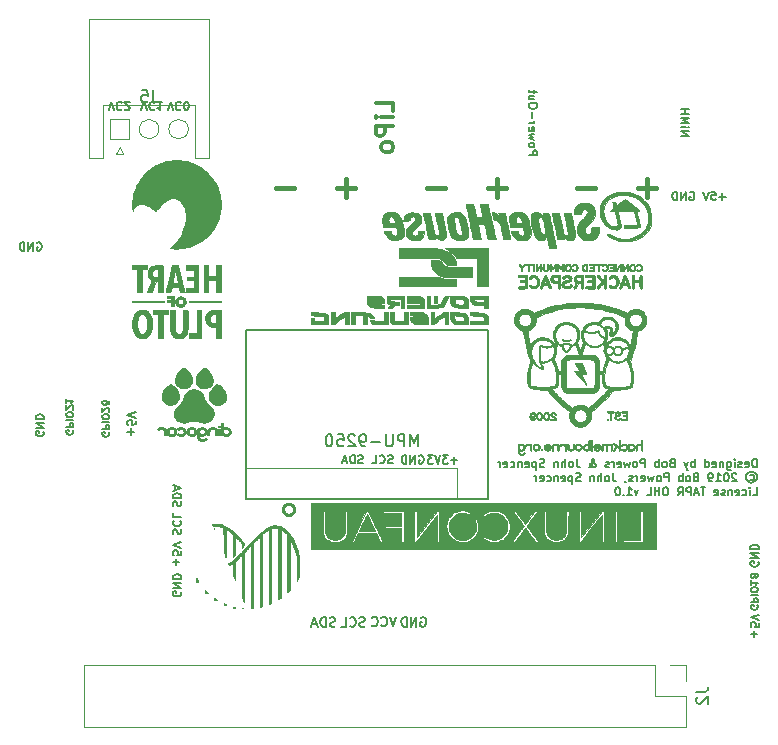
<source format=gbo>
G04 #@! TF.GenerationSoftware,KiCad,Pcbnew,(5.1.4)-1*
G04 #@! TF.CreationDate,2019-12-09T12:31:40+11:00*
G04 #@! TF.ProjectId,dingo-hat,64696e67-6f2d-4686-9174-2e6b69636164,rev?*
G04 #@! TF.SameCoordinates,PX7f50c60PY7d37aa0*
G04 #@! TF.FileFunction,Legend,Bot*
G04 #@! TF.FilePolarity,Positive*
%FSLAX46Y46*%
G04 Gerber Fmt 4.6, Leading zero omitted, Abs format (unit mm)*
G04 Created by KiCad (PCBNEW (5.1.4)-1) date 2019-12-09 12:31:40*
%MOMM*%
%LPD*%
G04 APERTURE LIST*
%ADD10C,0.400000*%
%ADD11C,0.150000*%
%ADD12C,0.175000*%
%ADD13C,0.010000*%
%ADD14C,0.120000*%
%ADD15C,0.100000*%
%ADD16C,0.375000*%
%ADD17C,0.200000*%
G04 APERTURE END LIST*
D10*
X55461904Y46542858D02*
X53938095Y46542858D01*
X54700000Y47304762D02*
X54700000Y45780953D01*
X50261904Y46542858D02*
X48738095Y46542858D01*
X42761904Y46542858D02*
X41238095Y46542858D01*
X42000000Y47304762D02*
X42000000Y45780953D01*
X37561904Y46542858D02*
X36038095Y46542858D01*
X29961904Y46542858D02*
X28438095Y46542858D01*
X29200000Y47304762D02*
X29200000Y45780953D01*
D11*
X6070000Y25988572D02*
X6098571Y25931429D01*
X6098571Y25845715D01*
X6070000Y25760000D01*
X6012857Y25702858D01*
X5955714Y25674286D01*
X5841428Y25645715D01*
X5755714Y25645715D01*
X5641428Y25674286D01*
X5584285Y25702858D01*
X5527142Y25760000D01*
X5498571Y25845715D01*
X5498571Y25902858D01*
X5527142Y25988572D01*
X5555714Y26017143D01*
X5755714Y26017143D01*
X5755714Y25902858D01*
X5498571Y26274286D02*
X6098571Y26274286D01*
X6098571Y26502858D01*
X6070000Y26560000D01*
X6041428Y26588572D01*
X5984285Y26617143D01*
X5898571Y26617143D01*
X5841428Y26588572D01*
X5812857Y26560000D01*
X5784285Y26502858D01*
X5784285Y26274286D01*
X5498571Y26874286D02*
X6098571Y26874286D01*
X6098571Y27274286D02*
X6098571Y27388572D01*
X6070000Y27445715D01*
X6012857Y27502858D01*
X5898571Y27531429D01*
X5698571Y27531429D01*
X5584285Y27502858D01*
X5527142Y27445715D01*
X5498571Y27388572D01*
X5498571Y27274286D01*
X5527142Y27217143D01*
X5584285Y27160000D01*
X5698571Y27131429D01*
X5898571Y27131429D01*
X6012857Y27160000D01*
X6070000Y27217143D01*
X6098571Y27274286D01*
X6041428Y27760000D02*
X6070000Y27788572D01*
X6098571Y27845715D01*
X6098571Y27988572D01*
X6070000Y28045715D01*
X6041428Y28074286D01*
X5984285Y28102858D01*
X5927142Y28102858D01*
X5841428Y28074286D01*
X5498571Y27731429D01*
X5498571Y28102858D01*
X5498571Y28674286D02*
X5498571Y28331429D01*
X5498571Y28502858D02*
X6098571Y28502858D01*
X6012857Y28445715D01*
X5955714Y28388572D01*
X5927142Y28331429D01*
X9110000Y25818572D02*
X9138571Y25761429D01*
X9138571Y25675715D01*
X9110000Y25590000D01*
X9052857Y25532858D01*
X8995714Y25504286D01*
X8881428Y25475715D01*
X8795714Y25475715D01*
X8681428Y25504286D01*
X8624285Y25532858D01*
X8567142Y25590000D01*
X8538571Y25675715D01*
X8538571Y25732858D01*
X8567142Y25818572D01*
X8595714Y25847143D01*
X8795714Y25847143D01*
X8795714Y25732858D01*
X8538571Y26104286D02*
X9138571Y26104286D01*
X9138571Y26332858D01*
X9110000Y26390000D01*
X9081428Y26418572D01*
X9024285Y26447143D01*
X8938571Y26447143D01*
X8881428Y26418572D01*
X8852857Y26390000D01*
X8824285Y26332858D01*
X8824285Y26104286D01*
X8538571Y26704286D02*
X9138571Y26704286D01*
X9138571Y27104286D02*
X9138571Y27218572D01*
X9110000Y27275715D01*
X9052857Y27332858D01*
X8938571Y27361429D01*
X8738571Y27361429D01*
X8624285Y27332858D01*
X8567142Y27275715D01*
X8538571Y27218572D01*
X8538571Y27104286D01*
X8567142Y27047143D01*
X8624285Y26990000D01*
X8738571Y26961429D01*
X8938571Y26961429D01*
X9052857Y26990000D01*
X9110000Y27047143D01*
X9138571Y27104286D01*
X9081428Y27590000D02*
X9110000Y27618572D01*
X9138571Y27675715D01*
X9138571Y27818572D01*
X9110000Y27875715D01*
X9081428Y27904286D01*
X9024285Y27932858D01*
X8967142Y27932858D01*
X8881428Y27904286D01*
X8538571Y27561429D01*
X8538571Y27932858D01*
X9138571Y28447143D02*
X9138571Y28332858D01*
X9110000Y28275715D01*
X9081428Y28247143D01*
X8995714Y28190000D01*
X8881428Y28161429D01*
X8652857Y28161429D01*
X8595714Y28190000D01*
X8567142Y28218572D01*
X8538571Y28275715D01*
X8538571Y28390000D01*
X8567142Y28447143D01*
X8595714Y28475715D01*
X8652857Y28504286D01*
X8795714Y28504286D01*
X8852857Y28475715D01*
X8881428Y28447143D01*
X8910000Y28390000D01*
X8910000Y28275715D01*
X8881428Y28218572D01*
X8852857Y28190000D01*
X8795714Y28161429D01*
D12*
X3560000Y25896667D02*
X3593333Y25830000D01*
X3593333Y25730000D01*
X3560000Y25630000D01*
X3493333Y25563334D01*
X3426666Y25530000D01*
X3293333Y25496667D01*
X3193333Y25496667D01*
X3060000Y25530000D01*
X2993333Y25563334D01*
X2926666Y25630000D01*
X2893333Y25730000D01*
X2893333Y25796667D01*
X2926666Y25896667D01*
X2960000Y25930000D01*
X3193333Y25930000D01*
X3193333Y25796667D01*
X2893333Y26230000D02*
X3593333Y26230000D01*
X2893333Y26630000D01*
X3593333Y26630000D01*
X2893333Y26963334D02*
X3593333Y26963334D01*
X3593333Y27130000D01*
X3560000Y27230000D01*
X3493333Y27296667D01*
X3426666Y27330000D01*
X3293333Y27363334D01*
X3193333Y27363334D01*
X3060000Y27330000D01*
X2993333Y27296667D01*
X2926666Y27230000D01*
X2893333Y27130000D01*
X2893333Y26963334D01*
X10930000Y25630000D02*
X10930000Y26163334D01*
X10663333Y25896667D02*
X11196666Y25896667D01*
X11363333Y26830000D02*
X11363333Y26496667D01*
X11030000Y26463334D01*
X11063333Y26496667D01*
X11096666Y26563334D01*
X11096666Y26730000D01*
X11063333Y26796667D01*
X11030000Y26830000D01*
X10963333Y26863334D01*
X10796666Y26863334D01*
X10730000Y26830000D01*
X10696666Y26796667D01*
X10663333Y26730000D01*
X10663333Y26563334D01*
X10696666Y26496667D01*
X10730000Y26463334D01*
X11363333Y27063334D02*
X10663333Y27296667D01*
X11363333Y27530000D01*
X14536666Y19580000D02*
X14503333Y19680000D01*
X14503333Y19846667D01*
X14536666Y19913334D01*
X14570000Y19946667D01*
X14636666Y19980000D01*
X14703333Y19980000D01*
X14770000Y19946667D01*
X14803333Y19913334D01*
X14836666Y19846667D01*
X14870000Y19713334D01*
X14903333Y19646667D01*
X14936666Y19613334D01*
X15003333Y19580000D01*
X15070000Y19580000D01*
X15136666Y19613334D01*
X15170000Y19646667D01*
X15203333Y19713334D01*
X15203333Y19880000D01*
X15170000Y19980000D01*
X14503333Y20280000D02*
X15203333Y20280000D01*
X15203333Y20446667D01*
X15170000Y20546667D01*
X15103333Y20613334D01*
X15036666Y20646667D01*
X14903333Y20680000D01*
X14803333Y20680000D01*
X14670000Y20646667D01*
X14603333Y20613334D01*
X14536666Y20546667D01*
X14503333Y20446667D01*
X14503333Y20280000D01*
X14703333Y20946667D02*
X14703333Y21280000D01*
X14503333Y20880000D02*
X15203333Y21113334D01*
X14503333Y21346667D01*
D11*
X41212000Y34466000D02*
X20712000Y34466000D01*
D12*
X63698000Y8506000D02*
X63698000Y9039334D01*
X63431333Y8772667D02*
X63964666Y8772667D01*
X64131333Y9706000D02*
X64131333Y9372667D01*
X63798000Y9339334D01*
X63831333Y9372667D01*
X63864666Y9439334D01*
X63864666Y9606000D01*
X63831333Y9672667D01*
X63798000Y9706000D01*
X63731333Y9739334D01*
X63564666Y9739334D01*
X63498000Y9706000D01*
X63464666Y9672667D01*
X63431333Y9606000D01*
X63431333Y9439334D01*
X63464666Y9372667D01*
X63498000Y9339334D01*
X64131333Y9939334D02*
X63431333Y10172667D01*
X64131333Y10406000D01*
D11*
X64000000Y11172572D02*
X64028571Y11115429D01*
X64028571Y11029715D01*
X64000000Y10944000D01*
X63942857Y10886858D01*
X63885714Y10858286D01*
X63771428Y10829715D01*
X63685714Y10829715D01*
X63571428Y10858286D01*
X63514285Y10886858D01*
X63457142Y10944000D01*
X63428571Y11029715D01*
X63428571Y11086858D01*
X63457142Y11172572D01*
X63485714Y11201143D01*
X63685714Y11201143D01*
X63685714Y11086858D01*
X63428571Y11458286D02*
X64028571Y11458286D01*
X64028571Y11686858D01*
X64000000Y11744000D01*
X63971428Y11772572D01*
X63914285Y11801143D01*
X63828571Y11801143D01*
X63771428Y11772572D01*
X63742857Y11744000D01*
X63714285Y11686858D01*
X63714285Y11458286D01*
X63428571Y12058286D02*
X64028571Y12058286D01*
X64028571Y12458286D02*
X64028571Y12572572D01*
X64000000Y12629715D01*
X63942857Y12686858D01*
X63828571Y12715429D01*
X63628571Y12715429D01*
X63514285Y12686858D01*
X63457142Y12629715D01*
X63428571Y12572572D01*
X63428571Y12458286D01*
X63457142Y12401143D01*
X63514285Y12344000D01*
X63628571Y12315429D01*
X63828571Y12315429D01*
X63942857Y12344000D01*
X64000000Y12401143D01*
X64028571Y12458286D01*
X63428571Y13286858D02*
X63428571Y12944000D01*
X63428571Y13115429D02*
X64028571Y13115429D01*
X63942857Y13058286D01*
X63885714Y13001143D01*
X63857142Y12944000D01*
X63771428Y13629715D02*
X63800000Y13572572D01*
X63828571Y13544000D01*
X63885714Y13515429D01*
X63914285Y13515429D01*
X63971428Y13544000D01*
X64000000Y13572572D01*
X64028571Y13629715D01*
X64028571Y13744000D01*
X64000000Y13801143D01*
X63971428Y13829715D01*
X63914285Y13858286D01*
X63885714Y13858286D01*
X63828571Y13829715D01*
X63800000Y13801143D01*
X63771428Y13744000D01*
X63771428Y13629715D01*
X63742857Y13572572D01*
X63714285Y13544000D01*
X63657142Y13515429D01*
X63542857Y13515429D01*
X63485714Y13544000D01*
X63457142Y13572572D01*
X63428571Y13629715D01*
X63428571Y13744000D01*
X63457142Y13801143D01*
X63485714Y13829715D01*
X63542857Y13858286D01*
X63657142Y13858286D01*
X63714285Y13829715D01*
X63742857Y13801143D01*
X63771428Y13744000D01*
D12*
X64080142Y14865989D02*
X64113475Y14799322D01*
X64113475Y14699322D01*
X64080142Y14599322D01*
X64013475Y14532656D01*
X63946808Y14499322D01*
X63813475Y14465989D01*
X63713475Y14465989D01*
X63580142Y14499322D01*
X63513475Y14532656D01*
X63446808Y14599322D01*
X63413475Y14699322D01*
X63413475Y14765989D01*
X63446808Y14865989D01*
X63480142Y14899322D01*
X63713475Y14899322D01*
X63713475Y14765989D01*
X63413475Y15199322D02*
X64113475Y15199322D01*
X63413475Y15599322D01*
X64113475Y15599322D01*
X63413475Y15932656D02*
X64113475Y15932656D01*
X64113475Y16099322D01*
X64080142Y16199322D01*
X64013475Y16265989D01*
X63946808Y16299322D01*
X63813475Y16332656D01*
X63713475Y16332656D01*
X63580142Y16299322D01*
X63513475Y16265989D01*
X63446808Y16199322D01*
X63413475Y16099322D01*
X63413475Y15932656D01*
X9083333Y53116667D02*
X9316666Y53816667D01*
X9550000Y53116667D01*
X10183333Y53750000D02*
X10150000Y53783334D01*
X10050000Y53816667D01*
X9983333Y53816667D01*
X9883333Y53783334D01*
X9816666Y53716667D01*
X9783333Y53650000D01*
X9750000Y53516667D01*
X9750000Y53416667D01*
X9783333Y53283334D01*
X9816666Y53216667D01*
X9883333Y53150000D01*
X9983333Y53116667D01*
X10050000Y53116667D01*
X10150000Y53150000D01*
X10183333Y53183334D01*
X10450000Y53183334D02*
X10483333Y53150000D01*
X10550000Y53116667D01*
X10716666Y53116667D01*
X10783333Y53150000D01*
X10816666Y53183334D01*
X10850000Y53250000D01*
X10850000Y53316667D01*
X10816666Y53416667D01*
X10416666Y53816667D01*
X10850000Y53816667D01*
X11843333Y53116667D02*
X12076666Y53816667D01*
X12310000Y53116667D01*
X12943333Y53750000D02*
X12910000Y53783334D01*
X12810000Y53816667D01*
X12743333Y53816667D01*
X12643333Y53783334D01*
X12576666Y53716667D01*
X12543333Y53650000D01*
X12510000Y53516667D01*
X12510000Y53416667D01*
X12543333Y53283334D01*
X12576666Y53216667D01*
X12643333Y53150000D01*
X12743333Y53116667D01*
X12810000Y53116667D01*
X12910000Y53150000D01*
X12943333Y53183334D01*
X13610000Y53816667D02*
X13210000Y53816667D01*
X13410000Y53816667D02*
X13410000Y53116667D01*
X13343333Y53216667D01*
X13276666Y53283334D01*
X13210000Y53316667D01*
X14083333Y53116667D02*
X14316666Y53816667D01*
X14550000Y53116667D01*
X15183333Y53750000D02*
X15150000Y53783334D01*
X15050000Y53816667D01*
X14983333Y53816667D01*
X14883333Y53783334D01*
X14816666Y53716667D01*
X14783333Y53650000D01*
X14750000Y53516667D01*
X14750000Y53416667D01*
X14783333Y53283334D01*
X14816666Y53216667D01*
X14883333Y53150000D01*
X14983333Y53116667D01*
X15050000Y53116667D01*
X15150000Y53150000D01*
X15183333Y53183334D01*
X15616666Y53116667D02*
X15683333Y53116667D01*
X15750000Y53150000D01*
X15783333Y53183334D01*
X15816666Y53250000D01*
X15850000Y53383334D01*
X15850000Y53550000D01*
X15816666Y53683334D01*
X15783333Y53750000D01*
X15750000Y53783334D01*
X15683333Y53816667D01*
X15616666Y53816667D01*
X15550000Y53783334D01*
X15516666Y53750000D01*
X15483333Y53683334D01*
X15450000Y53550000D01*
X15450000Y53383334D01*
X15483333Y53250000D01*
X15516666Y53183334D01*
X15550000Y53150000D01*
X15616666Y53116667D01*
D10*
X24761904Y46542858D02*
X23238095Y46542858D01*
D12*
X44653333Y49314000D02*
X45353333Y49314000D01*
X45353333Y49580667D01*
X45320000Y49647334D01*
X45286666Y49680667D01*
X45220000Y49714000D01*
X45120000Y49714000D01*
X45053333Y49680667D01*
X45020000Y49647334D01*
X44986666Y49580667D01*
X44986666Y49314000D01*
X44653333Y50114000D02*
X44686666Y50047334D01*
X44720000Y50014000D01*
X44786666Y49980667D01*
X44986666Y49980667D01*
X45053333Y50014000D01*
X45086666Y50047334D01*
X45120000Y50114000D01*
X45120000Y50214000D01*
X45086666Y50280667D01*
X45053333Y50314000D01*
X44986666Y50347334D01*
X44786666Y50347334D01*
X44720000Y50314000D01*
X44686666Y50280667D01*
X44653333Y50214000D01*
X44653333Y50114000D01*
X45120000Y50580667D02*
X44653333Y50714000D01*
X44986666Y50847334D01*
X44653333Y50980667D01*
X45120000Y51114000D01*
X44686666Y51647334D02*
X44653333Y51580667D01*
X44653333Y51447334D01*
X44686666Y51380667D01*
X44753333Y51347334D01*
X45020000Y51347334D01*
X45086666Y51380667D01*
X45120000Y51447334D01*
X45120000Y51580667D01*
X45086666Y51647334D01*
X45020000Y51680667D01*
X44953333Y51680667D01*
X44886666Y51347334D01*
X44653333Y51980667D02*
X45120000Y51980667D01*
X44986666Y51980667D02*
X45053333Y52014000D01*
X45086666Y52047334D01*
X45120000Y52114000D01*
X45120000Y52180667D01*
X44920000Y52414000D02*
X44920000Y52947334D01*
X45353333Y53414000D02*
X45353333Y53547334D01*
X45320000Y53614000D01*
X45253333Y53680667D01*
X45120000Y53714000D01*
X44886666Y53714000D01*
X44753333Y53680667D01*
X44686666Y53614000D01*
X44653333Y53547334D01*
X44653333Y53414000D01*
X44686666Y53347334D01*
X44753333Y53280667D01*
X44886666Y53247334D01*
X45120000Y53247334D01*
X45253333Y53280667D01*
X45320000Y53347334D01*
X45353333Y53414000D01*
X45120000Y54314000D02*
X44653333Y54314000D01*
X45120000Y54014000D02*
X44753333Y54014000D01*
X44686666Y54047334D01*
X44653333Y54114000D01*
X44653333Y54214000D01*
X44686666Y54280667D01*
X44720000Y54314000D01*
X45120000Y54547334D02*
X45120000Y54814000D01*
X45353333Y54647334D02*
X44753333Y54647334D01*
X44686666Y54680667D01*
X44653333Y54747334D01*
X44653333Y54814000D01*
X57503333Y50946667D02*
X58203333Y50946667D01*
X57503333Y51346667D01*
X58203333Y51346667D01*
X57503333Y51680000D02*
X57970000Y51680000D01*
X58203333Y51680000D02*
X58170000Y51646667D01*
X58136666Y51680000D01*
X58170000Y51713334D01*
X58203333Y51680000D01*
X58136666Y51680000D01*
X57503333Y52013334D02*
X58203333Y52013334D01*
X57703333Y52246667D01*
X58203333Y52480000D01*
X57503333Y52480000D01*
X57503333Y52813334D02*
X58203333Y52813334D01*
X57870000Y52813334D02*
X57870000Y53213334D01*
X57503333Y53213334D02*
X58203333Y53213334D01*
D11*
X63935833Y22883334D02*
X63935833Y23583334D01*
X63769166Y23583334D01*
X63669166Y23550000D01*
X63602500Y23483334D01*
X63569166Y23416667D01*
X63535833Y23283334D01*
X63535833Y23183334D01*
X63569166Y23050000D01*
X63602500Y22983334D01*
X63669166Y22916667D01*
X63769166Y22883334D01*
X63935833Y22883334D01*
X62969166Y22916667D02*
X63035833Y22883334D01*
X63169166Y22883334D01*
X63235833Y22916667D01*
X63269166Y22983334D01*
X63269166Y23250000D01*
X63235833Y23316667D01*
X63169166Y23350000D01*
X63035833Y23350000D01*
X62969166Y23316667D01*
X62935833Y23250000D01*
X62935833Y23183334D01*
X63269166Y23116667D01*
X62669166Y22916667D02*
X62602500Y22883334D01*
X62469166Y22883334D01*
X62402500Y22916667D01*
X62369166Y22983334D01*
X62369166Y23016667D01*
X62402500Y23083334D01*
X62469166Y23116667D01*
X62569166Y23116667D01*
X62635833Y23150000D01*
X62669166Y23216667D01*
X62669166Y23250000D01*
X62635833Y23316667D01*
X62569166Y23350000D01*
X62469166Y23350000D01*
X62402500Y23316667D01*
X62069166Y22883334D02*
X62069166Y23350000D01*
X62069166Y23583334D02*
X62102500Y23550000D01*
X62069166Y23516667D01*
X62035833Y23550000D01*
X62069166Y23583334D01*
X62069166Y23516667D01*
X61435833Y23350000D02*
X61435833Y22783334D01*
X61469166Y22716667D01*
X61502500Y22683334D01*
X61569166Y22650000D01*
X61669166Y22650000D01*
X61735833Y22683334D01*
X61435833Y22916667D02*
X61502500Y22883334D01*
X61635833Y22883334D01*
X61702500Y22916667D01*
X61735833Y22950000D01*
X61769166Y23016667D01*
X61769166Y23216667D01*
X61735833Y23283334D01*
X61702500Y23316667D01*
X61635833Y23350000D01*
X61502500Y23350000D01*
X61435833Y23316667D01*
X61102500Y23350000D02*
X61102500Y22883334D01*
X61102500Y23283334D02*
X61069166Y23316667D01*
X61002500Y23350000D01*
X60902500Y23350000D01*
X60835833Y23316667D01*
X60802500Y23250000D01*
X60802500Y22883334D01*
X60202500Y22916667D02*
X60269166Y22883334D01*
X60402500Y22883334D01*
X60469166Y22916667D01*
X60502500Y22983334D01*
X60502500Y23250000D01*
X60469166Y23316667D01*
X60402500Y23350000D01*
X60269166Y23350000D01*
X60202500Y23316667D01*
X60169166Y23250000D01*
X60169166Y23183334D01*
X60502500Y23116667D01*
X59569166Y22883334D02*
X59569166Y23583334D01*
X59569166Y22916667D02*
X59635833Y22883334D01*
X59769166Y22883334D01*
X59835833Y22916667D01*
X59869166Y22950000D01*
X59902500Y23016667D01*
X59902500Y23216667D01*
X59869166Y23283334D01*
X59835833Y23316667D01*
X59769166Y23350000D01*
X59635833Y23350000D01*
X59569166Y23316667D01*
X58702500Y22883334D02*
X58702500Y23583334D01*
X58702500Y23316667D02*
X58635833Y23350000D01*
X58502500Y23350000D01*
X58435833Y23316667D01*
X58402500Y23283334D01*
X58369166Y23216667D01*
X58369166Y23016667D01*
X58402500Y22950000D01*
X58435833Y22916667D01*
X58502500Y22883334D01*
X58635833Y22883334D01*
X58702500Y22916667D01*
X58135833Y23350000D02*
X57969166Y22883334D01*
X57802500Y23350000D02*
X57969166Y22883334D01*
X58035833Y22716667D01*
X58069166Y22683334D01*
X58135833Y22650000D01*
X56769166Y23250000D02*
X56669166Y23216667D01*
X56635833Y23183334D01*
X56602500Y23116667D01*
X56602500Y23016667D01*
X56635833Y22950000D01*
X56669166Y22916667D01*
X56735833Y22883334D01*
X57002500Y22883334D01*
X57002500Y23583334D01*
X56769166Y23583334D01*
X56702500Y23550000D01*
X56669166Y23516667D01*
X56635833Y23450000D01*
X56635833Y23383334D01*
X56669166Y23316667D01*
X56702500Y23283334D01*
X56769166Y23250000D01*
X57002500Y23250000D01*
X56202500Y22883334D02*
X56269166Y22916667D01*
X56302500Y22950000D01*
X56335833Y23016667D01*
X56335833Y23216667D01*
X56302500Y23283334D01*
X56269166Y23316667D01*
X56202500Y23350000D01*
X56102500Y23350000D01*
X56035833Y23316667D01*
X56002500Y23283334D01*
X55969166Y23216667D01*
X55969166Y23016667D01*
X56002500Y22950000D01*
X56035833Y22916667D01*
X56102500Y22883334D01*
X56202500Y22883334D01*
X55669166Y22883334D02*
X55669166Y23583334D01*
X55669166Y23316667D02*
X55602500Y23350000D01*
X55469166Y23350000D01*
X55402500Y23316667D01*
X55369166Y23283334D01*
X55335833Y23216667D01*
X55335833Y23016667D01*
X55369166Y22950000D01*
X55402500Y22916667D01*
X55469166Y22883334D01*
X55602500Y22883334D01*
X55669166Y22916667D01*
X54502500Y22883334D02*
X54502500Y23583334D01*
X54235833Y23583334D01*
X54169166Y23550000D01*
X54135833Y23516667D01*
X54102500Y23450000D01*
X54102500Y23350000D01*
X54135833Y23283334D01*
X54169166Y23250000D01*
X54235833Y23216667D01*
X54502500Y23216667D01*
X53702500Y22883334D02*
X53769166Y22916667D01*
X53802500Y22950000D01*
X53835833Y23016667D01*
X53835833Y23216667D01*
X53802500Y23283334D01*
X53769166Y23316667D01*
X53702500Y23350000D01*
X53602500Y23350000D01*
X53535833Y23316667D01*
X53502500Y23283334D01*
X53469166Y23216667D01*
X53469166Y23016667D01*
X53502500Y22950000D01*
X53535833Y22916667D01*
X53602500Y22883334D01*
X53702500Y22883334D01*
X53235833Y23350000D02*
X53102500Y22883334D01*
X52969166Y23216667D01*
X52835833Y22883334D01*
X52702500Y23350000D01*
X52169166Y22916667D02*
X52235833Y22883334D01*
X52369166Y22883334D01*
X52435833Y22916667D01*
X52469166Y22983334D01*
X52469166Y23250000D01*
X52435833Y23316667D01*
X52369166Y23350000D01*
X52235833Y23350000D01*
X52169166Y23316667D01*
X52135833Y23250000D01*
X52135833Y23183334D01*
X52469166Y23116667D01*
X51835833Y22883334D02*
X51835833Y23350000D01*
X51835833Y23216667D02*
X51802500Y23283334D01*
X51769166Y23316667D01*
X51702500Y23350000D01*
X51635833Y23350000D01*
X51435833Y22916667D02*
X51369166Y22883334D01*
X51235833Y22883334D01*
X51169166Y22916667D01*
X51135833Y22983334D01*
X51135833Y23016667D01*
X51169166Y23083334D01*
X51235833Y23116667D01*
X51335833Y23116667D01*
X51402500Y23150000D01*
X51435833Y23216667D01*
X51435833Y23250000D01*
X51402500Y23316667D01*
X51335833Y23350000D01*
X51235833Y23350000D01*
X51169166Y23316667D01*
X49735833Y22883334D02*
X49769166Y22883334D01*
X49835833Y22916667D01*
X49935833Y23016667D01*
X50102500Y23216667D01*
X50169166Y23316667D01*
X50202500Y23416667D01*
X50202500Y23483334D01*
X50169166Y23550000D01*
X50102500Y23583334D01*
X50069166Y23583334D01*
X50002500Y23550000D01*
X49969166Y23483334D01*
X49969166Y23450000D01*
X50002500Y23383334D01*
X50035833Y23350000D01*
X50235833Y23216667D01*
X50269166Y23183334D01*
X50302500Y23116667D01*
X50302500Y23016667D01*
X50269166Y22950000D01*
X50235833Y22916667D01*
X50169166Y22883334D01*
X50069166Y22883334D01*
X50002500Y22916667D01*
X49969166Y22950000D01*
X49869166Y23083334D01*
X49835833Y23183334D01*
X49835833Y23250000D01*
X48702500Y23583334D02*
X48702500Y23083334D01*
X48735833Y22983334D01*
X48802500Y22916667D01*
X48902500Y22883334D01*
X48969166Y22883334D01*
X48269166Y22883334D02*
X48335833Y22916667D01*
X48369166Y22950000D01*
X48402500Y23016667D01*
X48402500Y23216667D01*
X48369166Y23283334D01*
X48335833Y23316667D01*
X48269166Y23350000D01*
X48169166Y23350000D01*
X48102500Y23316667D01*
X48069166Y23283334D01*
X48035833Y23216667D01*
X48035833Y23016667D01*
X48069166Y22950000D01*
X48102500Y22916667D01*
X48169166Y22883334D01*
X48269166Y22883334D01*
X47735833Y22883334D02*
X47735833Y23583334D01*
X47435833Y22883334D02*
X47435833Y23250000D01*
X47469166Y23316667D01*
X47535833Y23350000D01*
X47635833Y23350000D01*
X47702500Y23316667D01*
X47735833Y23283334D01*
X47102500Y23350000D02*
X47102500Y22883334D01*
X47102500Y23283334D02*
X47069166Y23316667D01*
X47002500Y23350000D01*
X46902500Y23350000D01*
X46835833Y23316667D01*
X46802500Y23250000D01*
X46802500Y22883334D01*
X45969166Y22916667D02*
X45869166Y22883334D01*
X45702500Y22883334D01*
X45635833Y22916667D01*
X45602500Y22950000D01*
X45569166Y23016667D01*
X45569166Y23083334D01*
X45602500Y23150000D01*
X45635833Y23183334D01*
X45702500Y23216667D01*
X45835833Y23250000D01*
X45902500Y23283334D01*
X45935833Y23316667D01*
X45969166Y23383334D01*
X45969166Y23450000D01*
X45935833Y23516667D01*
X45902500Y23550000D01*
X45835833Y23583334D01*
X45669166Y23583334D01*
X45569166Y23550000D01*
X45269166Y23350000D02*
X45269166Y22650000D01*
X45269166Y23316667D02*
X45202500Y23350000D01*
X45069166Y23350000D01*
X45002500Y23316667D01*
X44969166Y23283334D01*
X44935833Y23216667D01*
X44935833Y23016667D01*
X44969166Y22950000D01*
X45002500Y22916667D01*
X45069166Y22883334D01*
X45202500Y22883334D01*
X45269166Y22916667D01*
X44369166Y22916667D02*
X44435833Y22883334D01*
X44569166Y22883334D01*
X44635833Y22916667D01*
X44669166Y22983334D01*
X44669166Y23250000D01*
X44635833Y23316667D01*
X44569166Y23350000D01*
X44435833Y23350000D01*
X44369166Y23316667D01*
X44335833Y23250000D01*
X44335833Y23183334D01*
X44669166Y23116667D01*
X44035833Y23350000D02*
X44035833Y22883334D01*
X44035833Y23283334D02*
X44002500Y23316667D01*
X43935833Y23350000D01*
X43835833Y23350000D01*
X43769166Y23316667D01*
X43735833Y23250000D01*
X43735833Y22883334D01*
X43102500Y22916667D02*
X43169166Y22883334D01*
X43302500Y22883334D01*
X43369166Y22916667D01*
X43402500Y22950000D01*
X43435833Y23016667D01*
X43435833Y23216667D01*
X43402500Y23283334D01*
X43369166Y23316667D01*
X43302500Y23350000D01*
X43169166Y23350000D01*
X43102500Y23316667D01*
X42535833Y22916667D02*
X42602500Y22883334D01*
X42735833Y22883334D01*
X42802500Y22916667D01*
X42835833Y22983334D01*
X42835833Y23250000D01*
X42802500Y23316667D01*
X42735833Y23350000D01*
X42602500Y23350000D01*
X42535833Y23316667D01*
X42502500Y23250000D01*
X42502500Y23183334D01*
X42835833Y23116667D01*
X42202500Y22883334D02*
X42202500Y23350000D01*
X42202500Y23216667D02*
X42169166Y23283334D01*
X42135833Y23316667D01*
X42069166Y23350000D01*
X42002500Y23350000D01*
X63369166Y22216667D02*
X63435833Y22250000D01*
X63569166Y22250000D01*
X63635833Y22216667D01*
X63702500Y22150000D01*
X63735833Y22083334D01*
X63735833Y21950000D01*
X63702500Y21883334D01*
X63635833Y21816667D01*
X63569166Y21783334D01*
X63435833Y21783334D01*
X63369166Y21816667D01*
X63502500Y22483334D02*
X63669166Y22450000D01*
X63835833Y22350000D01*
X63935833Y22183334D01*
X63969166Y22016667D01*
X63935833Y21850000D01*
X63835833Y21683334D01*
X63669166Y21583334D01*
X63502500Y21550000D01*
X63335833Y21583334D01*
X63169166Y21683334D01*
X63069166Y21850000D01*
X63035833Y22016667D01*
X63069166Y22183334D01*
X63169166Y22350000D01*
X63335833Y22450000D01*
X63502500Y22483334D01*
X62235833Y22316667D02*
X62202500Y22350000D01*
X62135833Y22383334D01*
X61969166Y22383334D01*
X61902500Y22350000D01*
X61869166Y22316667D01*
X61835833Y22250000D01*
X61835833Y22183334D01*
X61869166Y22083334D01*
X62269166Y21683334D01*
X61835833Y21683334D01*
X61402500Y22383334D02*
X61335833Y22383334D01*
X61269166Y22350000D01*
X61235833Y22316667D01*
X61202500Y22250000D01*
X61169166Y22116667D01*
X61169166Y21950000D01*
X61202500Y21816667D01*
X61235833Y21750000D01*
X61269166Y21716667D01*
X61335833Y21683334D01*
X61402500Y21683334D01*
X61469166Y21716667D01*
X61502500Y21750000D01*
X61535833Y21816667D01*
X61569166Y21950000D01*
X61569166Y22116667D01*
X61535833Y22250000D01*
X61502500Y22316667D01*
X61469166Y22350000D01*
X61402500Y22383334D01*
X60502500Y21683334D02*
X60902500Y21683334D01*
X60702500Y21683334D02*
X60702500Y22383334D01*
X60769166Y22283334D01*
X60835833Y22216667D01*
X60902500Y22183334D01*
X60169166Y21683334D02*
X60035833Y21683334D01*
X59969166Y21716667D01*
X59935833Y21750000D01*
X59869166Y21850000D01*
X59835833Y21983334D01*
X59835833Y22250000D01*
X59869166Y22316667D01*
X59902500Y22350000D01*
X59969166Y22383334D01*
X60102500Y22383334D01*
X60169166Y22350000D01*
X60202500Y22316667D01*
X60235833Y22250000D01*
X60235833Y22083334D01*
X60202500Y22016667D01*
X60169166Y21983334D01*
X60102500Y21950000D01*
X59969166Y21950000D01*
X59902500Y21983334D01*
X59869166Y22016667D01*
X59835833Y22083334D01*
X58769166Y22050000D02*
X58669166Y22016667D01*
X58635833Y21983334D01*
X58602500Y21916667D01*
X58602500Y21816667D01*
X58635833Y21750000D01*
X58669166Y21716667D01*
X58735833Y21683334D01*
X59002500Y21683334D01*
X59002500Y22383334D01*
X58769166Y22383334D01*
X58702500Y22350000D01*
X58669166Y22316667D01*
X58635833Y22250000D01*
X58635833Y22183334D01*
X58669166Y22116667D01*
X58702500Y22083334D01*
X58769166Y22050000D01*
X59002500Y22050000D01*
X58202500Y21683334D02*
X58269166Y21716667D01*
X58302500Y21750000D01*
X58335833Y21816667D01*
X58335833Y22016667D01*
X58302500Y22083334D01*
X58269166Y22116667D01*
X58202500Y22150000D01*
X58102500Y22150000D01*
X58035833Y22116667D01*
X58002500Y22083334D01*
X57969166Y22016667D01*
X57969166Y21816667D01*
X58002500Y21750000D01*
X58035833Y21716667D01*
X58102500Y21683334D01*
X58202500Y21683334D01*
X57669166Y21683334D02*
X57669166Y22383334D01*
X57669166Y22116667D02*
X57602500Y22150000D01*
X57469166Y22150000D01*
X57402500Y22116667D01*
X57369166Y22083334D01*
X57335833Y22016667D01*
X57335833Y21816667D01*
X57369166Y21750000D01*
X57402500Y21716667D01*
X57469166Y21683334D01*
X57602500Y21683334D01*
X57669166Y21716667D01*
X56502500Y21683334D02*
X56502500Y22383334D01*
X56235833Y22383334D01*
X56169166Y22350000D01*
X56135833Y22316667D01*
X56102500Y22250000D01*
X56102500Y22150000D01*
X56135833Y22083334D01*
X56169166Y22050000D01*
X56235833Y22016667D01*
X56502500Y22016667D01*
X55702500Y21683334D02*
X55769166Y21716667D01*
X55802500Y21750000D01*
X55835833Y21816667D01*
X55835833Y22016667D01*
X55802500Y22083334D01*
X55769166Y22116667D01*
X55702500Y22150000D01*
X55602500Y22150000D01*
X55535833Y22116667D01*
X55502500Y22083334D01*
X55469166Y22016667D01*
X55469166Y21816667D01*
X55502500Y21750000D01*
X55535833Y21716667D01*
X55602500Y21683334D01*
X55702500Y21683334D01*
X55235833Y22150000D02*
X55102500Y21683334D01*
X54969166Y22016667D01*
X54835833Y21683334D01*
X54702500Y22150000D01*
X54169166Y21716667D02*
X54235833Y21683334D01*
X54369166Y21683334D01*
X54435833Y21716667D01*
X54469166Y21783334D01*
X54469166Y22050000D01*
X54435833Y22116667D01*
X54369166Y22150000D01*
X54235833Y22150000D01*
X54169166Y22116667D01*
X54135833Y22050000D01*
X54135833Y21983334D01*
X54469166Y21916667D01*
X53835833Y21683334D02*
X53835833Y22150000D01*
X53835833Y22016667D02*
X53802500Y22083334D01*
X53769166Y22116667D01*
X53702500Y22150000D01*
X53635833Y22150000D01*
X53435833Y21716667D02*
X53369166Y21683334D01*
X53235833Y21683334D01*
X53169166Y21716667D01*
X53135833Y21783334D01*
X53135833Y21816667D01*
X53169166Y21883334D01*
X53235833Y21916667D01*
X53335833Y21916667D01*
X53402500Y21950000D01*
X53435833Y22016667D01*
X53435833Y22050000D01*
X53402500Y22116667D01*
X53335833Y22150000D01*
X53235833Y22150000D01*
X53169166Y22116667D01*
X52802500Y21716667D02*
X52802500Y21683334D01*
X52835833Y21616667D01*
X52869166Y21583334D01*
X51769166Y22383334D02*
X51769166Y21883334D01*
X51802500Y21783334D01*
X51869166Y21716667D01*
X51969166Y21683334D01*
X52035833Y21683334D01*
X51335833Y21683334D02*
X51402500Y21716667D01*
X51435833Y21750000D01*
X51469166Y21816667D01*
X51469166Y22016667D01*
X51435833Y22083334D01*
X51402500Y22116667D01*
X51335833Y22150000D01*
X51235833Y22150000D01*
X51169166Y22116667D01*
X51135833Y22083334D01*
X51102500Y22016667D01*
X51102500Y21816667D01*
X51135833Y21750000D01*
X51169166Y21716667D01*
X51235833Y21683334D01*
X51335833Y21683334D01*
X50802500Y21683334D02*
X50802500Y22383334D01*
X50502500Y21683334D02*
X50502500Y22050000D01*
X50535833Y22116667D01*
X50602500Y22150000D01*
X50702500Y22150000D01*
X50769166Y22116667D01*
X50802500Y22083334D01*
X50169166Y22150000D02*
X50169166Y21683334D01*
X50169166Y22083334D02*
X50135833Y22116667D01*
X50069166Y22150000D01*
X49969166Y22150000D01*
X49902500Y22116667D01*
X49869166Y22050000D01*
X49869166Y21683334D01*
X49035833Y21716667D02*
X48935833Y21683334D01*
X48769166Y21683334D01*
X48702500Y21716667D01*
X48669166Y21750000D01*
X48635833Y21816667D01*
X48635833Y21883334D01*
X48669166Y21950000D01*
X48702500Y21983334D01*
X48769166Y22016667D01*
X48902500Y22050000D01*
X48969166Y22083334D01*
X49002500Y22116667D01*
X49035833Y22183334D01*
X49035833Y22250000D01*
X49002500Y22316667D01*
X48969166Y22350000D01*
X48902500Y22383334D01*
X48735833Y22383334D01*
X48635833Y22350000D01*
X48335833Y22150000D02*
X48335833Y21450000D01*
X48335833Y22116667D02*
X48269166Y22150000D01*
X48135833Y22150000D01*
X48069166Y22116667D01*
X48035833Y22083334D01*
X48002500Y22016667D01*
X48002500Y21816667D01*
X48035833Y21750000D01*
X48069166Y21716667D01*
X48135833Y21683334D01*
X48269166Y21683334D01*
X48335833Y21716667D01*
X47435833Y21716667D02*
X47502500Y21683334D01*
X47635833Y21683334D01*
X47702500Y21716667D01*
X47735833Y21783334D01*
X47735833Y22050000D01*
X47702500Y22116667D01*
X47635833Y22150000D01*
X47502500Y22150000D01*
X47435833Y22116667D01*
X47402500Y22050000D01*
X47402500Y21983334D01*
X47735833Y21916667D01*
X47102500Y22150000D02*
X47102500Y21683334D01*
X47102500Y22083334D02*
X47069166Y22116667D01*
X47002500Y22150000D01*
X46902500Y22150000D01*
X46835833Y22116667D01*
X46802500Y22050000D01*
X46802500Y21683334D01*
X46169166Y21716667D02*
X46235833Y21683334D01*
X46369166Y21683334D01*
X46435833Y21716667D01*
X46469166Y21750000D01*
X46502500Y21816667D01*
X46502500Y22016667D01*
X46469166Y22083334D01*
X46435833Y22116667D01*
X46369166Y22150000D01*
X46235833Y22150000D01*
X46169166Y22116667D01*
X45602500Y21716667D02*
X45669166Y21683334D01*
X45802500Y21683334D01*
X45869166Y21716667D01*
X45902500Y21783334D01*
X45902500Y22050000D01*
X45869166Y22116667D01*
X45802500Y22150000D01*
X45669166Y22150000D01*
X45602500Y22116667D01*
X45569166Y22050000D01*
X45569166Y21983334D01*
X45902500Y21916667D01*
X45269166Y21683334D02*
X45269166Y22150000D01*
X45269166Y22016667D02*
X45235833Y22083334D01*
X45202500Y22116667D01*
X45135833Y22150000D01*
X45069166Y22150000D01*
X63602500Y20483334D02*
X63935833Y20483334D01*
X63935833Y21183334D01*
X63369166Y20483334D02*
X63369166Y20950000D01*
X63369166Y21183334D02*
X63402500Y21150000D01*
X63369166Y21116667D01*
X63335833Y21150000D01*
X63369166Y21183334D01*
X63369166Y21116667D01*
X62735833Y20516667D02*
X62802500Y20483334D01*
X62935833Y20483334D01*
X63002500Y20516667D01*
X63035833Y20550000D01*
X63069166Y20616667D01*
X63069166Y20816667D01*
X63035833Y20883334D01*
X63002500Y20916667D01*
X62935833Y20950000D01*
X62802500Y20950000D01*
X62735833Y20916667D01*
X62169166Y20516667D02*
X62235833Y20483334D01*
X62369166Y20483334D01*
X62435833Y20516667D01*
X62469166Y20583334D01*
X62469166Y20850000D01*
X62435833Y20916667D01*
X62369166Y20950000D01*
X62235833Y20950000D01*
X62169166Y20916667D01*
X62135833Y20850000D01*
X62135833Y20783334D01*
X62469166Y20716667D01*
X61835833Y20950000D02*
X61835833Y20483334D01*
X61835833Y20883334D02*
X61802500Y20916667D01*
X61735833Y20950000D01*
X61635833Y20950000D01*
X61569166Y20916667D01*
X61535833Y20850000D01*
X61535833Y20483334D01*
X61235833Y20516667D02*
X61169166Y20483334D01*
X61035833Y20483334D01*
X60969166Y20516667D01*
X60935833Y20583334D01*
X60935833Y20616667D01*
X60969166Y20683334D01*
X61035833Y20716667D01*
X61135833Y20716667D01*
X61202500Y20750000D01*
X61235833Y20816667D01*
X61235833Y20850000D01*
X61202500Y20916667D01*
X61135833Y20950000D01*
X61035833Y20950000D01*
X60969166Y20916667D01*
X60369166Y20516667D02*
X60435833Y20483334D01*
X60569166Y20483334D01*
X60635833Y20516667D01*
X60669166Y20583334D01*
X60669166Y20850000D01*
X60635833Y20916667D01*
X60569166Y20950000D01*
X60435833Y20950000D01*
X60369166Y20916667D01*
X60335833Y20850000D01*
X60335833Y20783334D01*
X60669166Y20716667D01*
X59602500Y21183334D02*
X59202500Y21183334D01*
X59402500Y20483334D02*
X59402500Y21183334D01*
X59002500Y20683334D02*
X58669166Y20683334D01*
X59069166Y20483334D02*
X58835833Y21183334D01*
X58602500Y20483334D01*
X58369166Y20483334D02*
X58369166Y21183334D01*
X58102500Y21183334D01*
X58035833Y21150000D01*
X58002500Y21116667D01*
X57969166Y21050000D01*
X57969166Y20950000D01*
X58002500Y20883334D01*
X58035833Y20850000D01*
X58102500Y20816667D01*
X58369166Y20816667D01*
X57269166Y20483334D02*
X57502500Y20816667D01*
X57669166Y20483334D02*
X57669166Y21183334D01*
X57402500Y21183334D01*
X57335833Y21150000D01*
X57302500Y21116667D01*
X57269166Y21050000D01*
X57269166Y20950000D01*
X57302500Y20883334D01*
X57335833Y20850000D01*
X57402500Y20816667D01*
X57669166Y20816667D01*
X56302500Y21183334D02*
X56169166Y21183334D01*
X56102500Y21150000D01*
X56035833Y21083334D01*
X56002500Y20950000D01*
X56002500Y20716667D01*
X56035833Y20583334D01*
X56102500Y20516667D01*
X56169166Y20483334D01*
X56302500Y20483334D01*
X56369166Y20516667D01*
X56435833Y20583334D01*
X56469166Y20716667D01*
X56469166Y20950000D01*
X56435833Y21083334D01*
X56369166Y21150000D01*
X56302500Y21183334D01*
X55702500Y20483334D02*
X55702500Y21183334D01*
X55702500Y20850000D02*
X55302500Y20850000D01*
X55302500Y20483334D02*
X55302500Y21183334D01*
X54635833Y20483334D02*
X54969166Y20483334D01*
X54969166Y21183334D01*
X53935833Y20950000D02*
X53769166Y20483334D01*
X53602500Y20950000D01*
X52969166Y20483334D02*
X53369166Y20483334D01*
X53169166Y20483334D02*
X53169166Y21183334D01*
X53235833Y21083334D01*
X53302500Y21016667D01*
X53369166Y20983334D01*
X52669166Y20550000D02*
X52635833Y20516667D01*
X52669166Y20483334D01*
X52702500Y20516667D01*
X52669166Y20550000D01*
X52669166Y20483334D01*
X52202500Y21183334D02*
X52135833Y21183334D01*
X52069166Y21150000D01*
X52035833Y21116667D01*
X52002500Y21050000D01*
X51969166Y20916667D01*
X51969166Y20750000D01*
X52002500Y20616667D01*
X52035833Y20550000D01*
X52069166Y20516667D01*
X52135833Y20483334D01*
X52202500Y20483334D01*
X52269166Y20516667D01*
X52302500Y20550000D01*
X52335833Y20616667D01*
X52369166Y20750000D01*
X52369166Y20916667D01*
X52335833Y21050000D01*
X52302500Y21116667D01*
X52269166Y21150000D01*
X52202500Y21183334D01*
D12*
X61312000Y45786000D02*
X60778666Y45786000D01*
X61045333Y45519334D02*
X61045333Y46052667D01*
X60112000Y46219334D02*
X60445333Y46219334D01*
X60478666Y45886000D01*
X60445333Y45919334D01*
X60378666Y45952667D01*
X60212000Y45952667D01*
X60145333Y45919334D01*
X60112000Y45886000D01*
X60078666Y45819334D01*
X60078666Y45652667D01*
X60112000Y45586000D01*
X60145333Y45552667D01*
X60212000Y45519334D01*
X60378666Y45519334D01*
X60445333Y45552667D01*
X60478666Y45586000D01*
X59878666Y46219334D02*
X59645333Y45519334D01*
X59412000Y46219334D01*
X14782000Y14612000D02*
X14782000Y15145334D01*
X14515333Y14878667D02*
X15048666Y14878667D01*
X15215333Y15812000D02*
X15215333Y15478667D01*
X14882000Y15445334D01*
X14915333Y15478667D01*
X14948666Y15545334D01*
X14948666Y15712000D01*
X14915333Y15778667D01*
X14882000Y15812000D01*
X14815333Y15845334D01*
X14648666Y15845334D01*
X14582000Y15812000D01*
X14548666Y15778667D01*
X14515333Y15712000D01*
X14515333Y15545334D01*
X14548666Y15478667D01*
X14582000Y15445334D01*
X15215333Y16045334D02*
X14515333Y16278667D01*
X15215333Y16512000D01*
X14548666Y17228667D02*
X14515333Y17328667D01*
X14515333Y17495334D01*
X14548666Y17562000D01*
X14582000Y17595334D01*
X14648666Y17628667D01*
X14715333Y17628667D01*
X14782000Y17595334D01*
X14815333Y17562000D01*
X14848666Y17495334D01*
X14882000Y17362000D01*
X14915333Y17295334D01*
X14948666Y17262000D01*
X15015333Y17228667D01*
X15082000Y17228667D01*
X15148666Y17262000D01*
X15182000Y17295334D01*
X15215333Y17362000D01*
X15215333Y17528667D01*
X15182000Y17628667D01*
X14582000Y18328667D02*
X14548666Y18295334D01*
X14515333Y18195334D01*
X14515333Y18128667D01*
X14548666Y18028667D01*
X14615333Y17962000D01*
X14682000Y17928667D01*
X14815333Y17895334D01*
X14915333Y17895334D01*
X15048666Y17928667D01*
X15115333Y17962000D01*
X15182000Y18028667D01*
X15215333Y18128667D01*
X15215333Y18195334D01*
X15182000Y18295334D01*
X15148666Y18328667D01*
X14515333Y18962000D02*
X14515333Y18628667D01*
X15215333Y18628667D01*
X58263333Y46150000D02*
X58330000Y46183334D01*
X58430000Y46183334D01*
X58530000Y46150000D01*
X58596666Y46083334D01*
X58630000Y46016667D01*
X58663333Y45883334D01*
X58663333Y45783334D01*
X58630000Y45650000D01*
X58596666Y45583334D01*
X58530000Y45516667D01*
X58430000Y45483334D01*
X58363333Y45483334D01*
X58263333Y45516667D01*
X58230000Y45550000D01*
X58230000Y45783334D01*
X58363333Y45783334D01*
X57930000Y45483334D02*
X57930000Y46183334D01*
X57530000Y45483334D01*
X57530000Y46183334D01*
X57196666Y45483334D02*
X57196666Y46183334D01*
X57030000Y46183334D01*
X56930000Y46150000D01*
X56863333Y46083334D01*
X56830000Y46016667D01*
X56796666Y45883334D01*
X56796666Y45783334D01*
X56830000Y45650000D01*
X56863333Y45583334D01*
X56930000Y45516667D01*
X57030000Y45483334D01*
X57196666Y45483334D01*
X3003333Y41880000D02*
X3070000Y41913334D01*
X3170000Y41913334D01*
X3270000Y41880000D01*
X3336666Y41813334D01*
X3370000Y41746667D01*
X3403333Y41613334D01*
X3403333Y41513334D01*
X3370000Y41380000D01*
X3336666Y41313334D01*
X3270000Y41246667D01*
X3170000Y41213334D01*
X3103333Y41213334D01*
X3003333Y41246667D01*
X2970000Y41280000D01*
X2970000Y41513334D01*
X3103333Y41513334D01*
X2670000Y41213334D02*
X2670000Y41913334D01*
X2270000Y41213334D01*
X2270000Y41913334D01*
X1936666Y41213334D02*
X1936666Y41913334D01*
X1770000Y41913334D01*
X1670000Y41880000D01*
X1603333Y41813334D01*
X1570000Y41746667D01*
X1536666Y41613334D01*
X1536666Y41513334D01*
X1570000Y41380000D01*
X1603333Y41313334D01*
X1670000Y41246667D01*
X1770000Y41213334D01*
X1936666Y41213334D01*
X15179858Y12345345D02*
X15213191Y12278678D01*
X15213191Y12178678D01*
X15179858Y12078678D01*
X15113191Y12012012D01*
X15046524Y11978678D01*
X14913191Y11945345D01*
X14813191Y11945345D01*
X14679858Y11978678D01*
X14613191Y12012012D01*
X14546524Y12078678D01*
X14513191Y12178678D01*
X14513191Y12245345D01*
X14546524Y12345345D01*
X14579858Y12378678D01*
X14813191Y12378678D01*
X14813191Y12245345D01*
X14513191Y12678678D02*
X15213191Y12678678D01*
X14513191Y13078678D01*
X15213191Y13078678D01*
X14513191Y13412012D02*
X15213191Y13412012D01*
X15213191Y13578678D01*
X15179858Y13678678D01*
X15113191Y13745345D01*
X15046524Y13778678D01*
X14913191Y13812012D01*
X14813191Y13812012D01*
X14679858Y13778678D01*
X14613191Y13745345D01*
X14546524Y13678678D01*
X14513191Y13578678D01*
X14513191Y13412012D01*
X38598333Y23456000D02*
X38065000Y23456000D01*
X38331666Y23189334D02*
X38331666Y23722667D01*
X37798333Y23889334D02*
X37365000Y23889334D01*
X37598333Y23622667D01*
X37498333Y23622667D01*
X37431666Y23589334D01*
X37398333Y23556000D01*
X37365000Y23489334D01*
X37365000Y23322667D01*
X37398333Y23256000D01*
X37431666Y23222667D01*
X37498333Y23189334D01*
X37698333Y23189334D01*
X37765000Y23222667D01*
X37798333Y23256000D01*
X37165000Y23889334D02*
X36931666Y23189334D01*
X36698333Y23889334D01*
X36531666Y23889334D02*
X36098333Y23889334D01*
X36331666Y23622667D01*
X36231666Y23622667D01*
X36165000Y23589334D01*
X36131666Y23556000D01*
X36098333Y23489334D01*
X36098333Y23322667D01*
X36131666Y23256000D01*
X36165000Y23222667D01*
X36231666Y23189334D01*
X36431666Y23189334D01*
X36498333Y23222667D01*
X36531666Y23256000D01*
X30595000Y23232667D02*
X30495000Y23199334D01*
X30328333Y23199334D01*
X30261666Y23232667D01*
X30228333Y23266000D01*
X30195000Y23332667D01*
X30195000Y23399334D01*
X30228333Y23466000D01*
X30261666Y23499334D01*
X30328333Y23532667D01*
X30461666Y23566000D01*
X30528333Y23599334D01*
X30561666Y23632667D01*
X30595000Y23699334D01*
X30595000Y23766000D01*
X30561666Y23832667D01*
X30528333Y23866000D01*
X30461666Y23899334D01*
X30295000Y23899334D01*
X30195000Y23866000D01*
X29895000Y23199334D02*
X29895000Y23899334D01*
X29728333Y23899334D01*
X29628333Y23866000D01*
X29561666Y23799334D01*
X29528333Y23732667D01*
X29495000Y23599334D01*
X29495000Y23499334D01*
X29528333Y23366000D01*
X29561666Y23299334D01*
X29628333Y23232667D01*
X29728333Y23199334D01*
X29895000Y23199334D01*
X29228333Y23399334D02*
X28895000Y23399334D01*
X29295000Y23199334D02*
X29061666Y23899334D01*
X28828333Y23199334D01*
X33118333Y23232667D02*
X33018333Y23199334D01*
X32851666Y23199334D01*
X32785000Y23232667D01*
X32751666Y23266000D01*
X32718333Y23332667D01*
X32718333Y23399334D01*
X32751666Y23466000D01*
X32785000Y23499334D01*
X32851666Y23532667D01*
X32985000Y23566000D01*
X33051666Y23599334D01*
X33085000Y23632667D01*
X33118333Y23699334D01*
X33118333Y23766000D01*
X33085000Y23832667D01*
X33051666Y23866000D01*
X32985000Y23899334D01*
X32818333Y23899334D01*
X32718333Y23866000D01*
X32018333Y23266000D02*
X32051666Y23232667D01*
X32151666Y23199334D01*
X32218333Y23199334D01*
X32318333Y23232667D01*
X32385000Y23299334D01*
X32418333Y23366000D01*
X32451666Y23499334D01*
X32451666Y23599334D01*
X32418333Y23732667D01*
X32385000Y23799334D01*
X32318333Y23866000D01*
X32218333Y23899334D01*
X32151666Y23899334D01*
X32051666Y23866000D01*
X32018333Y23832667D01*
X31385000Y23199334D02*
X31718333Y23199334D01*
X31718333Y23899334D01*
X35358333Y23853858D02*
X35425000Y23887192D01*
X35525000Y23887192D01*
X35625000Y23853858D01*
X35691666Y23787192D01*
X35725000Y23720525D01*
X35758333Y23587192D01*
X35758333Y23487192D01*
X35725000Y23353858D01*
X35691666Y23287192D01*
X35625000Y23220525D01*
X35525000Y23187192D01*
X35458333Y23187192D01*
X35358333Y23220525D01*
X35325000Y23253858D01*
X35325000Y23487192D01*
X35458333Y23487192D01*
X35025000Y23187192D02*
X35025000Y23887192D01*
X34625000Y23187192D01*
X34625000Y23887192D01*
X34291666Y23187192D02*
X34291666Y23887192D01*
X34125000Y23887192D01*
X34025000Y23853858D01*
X33958333Y23787192D01*
X33925000Y23720525D01*
X33891666Y23587192D01*
X33891666Y23487192D01*
X33925000Y23353858D01*
X33958333Y23287192D01*
X34025000Y23220525D01*
X34125000Y23187192D01*
X34291666Y23187192D01*
D11*
X20712000Y20166000D02*
X20712000Y34466000D01*
X41212000Y20166000D02*
X20712000Y20166000D01*
X41212000Y20166000D02*
X41212000Y34466000D01*
D13*
G36*
X40697715Y45158337D02*
G01*
X40579401Y45152058D01*
X40526023Y45143157D01*
X40525000Y45141664D01*
X40534031Y45092467D01*
X40558606Y44972729D01*
X40594951Y44800541D01*
X40638393Y44598149D01*
X40682653Y44391567D01*
X40718828Y44219162D01*
X40743132Y44099223D01*
X40751786Y44050234D01*
X40710597Y44037790D01*
X40603667Y44029287D01*
X40483402Y44026785D01*
X40215017Y44026785D01*
X40165515Y44264910D01*
X40128796Y44436232D01*
X40082043Y44647271D01*
X40040071Y44831875D01*
X39964128Y45160714D01*
X39629186Y45160714D01*
X39457630Y45158469D01*
X39359603Y45148820D01*
X39317969Y45127399D01*
X39315594Y45089835D01*
X39317919Y45081339D01*
X39333596Y45016197D01*
X39365026Y44875469D01*
X39409346Y44672350D01*
X39463691Y44420036D01*
X39525197Y44131724D01*
X39571434Y43913392D01*
X39639952Y43589304D01*
X39706576Y43274955D01*
X39767619Y42987685D01*
X39819394Y42744832D01*
X39858212Y42563736D01*
X39872869Y42495982D01*
X39944463Y42167142D01*
X40283146Y42167142D01*
X40455931Y42169361D01*
X40555153Y42178882D01*
X40597910Y42200006D01*
X40601303Y42237033D01*
X40598823Y42246517D01*
X40559840Y42395153D01*
X40516301Y42583391D01*
X40472063Y42791376D01*
X40430982Y42999257D01*
X40396915Y43187179D01*
X40373717Y43335291D01*
X40365246Y43423738D01*
X40367247Y43438755D01*
X40424725Y43464071D01*
X40541090Y43479865D01*
X40619514Y43482500D01*
X40727709Y43479588D01*
X40805129Y43461465D01*
X40860757Y43414046D01*
X40903573Y43323248D01*
X40942559Y43174986D01*
X40986697Y42955177D01*
X40999832Y42886112D01*
X41039394Y42686282D01*
X41079408Y42498433D01*
X41112329Y42357731D01*
X41117343Y42338546D01*
X41163497Y42167142D01*
X41832312Y42167142D01*
X41765884Y42450625D01*
X41721749Y42644689D01*
X41663258Y42910445D01*
X41594086Y43230680D01*
X41517910Y43588180D01*
X41438406Y43965735D01*
X41359249Y44346130D01*
X41310615Y44582410D01*
X41192150Y45160714D01*
X40858575Y45160714D01*
X40697715Y45158337D01*
X40697715Y45158337D01*
G37*
X40697715Y45158337D02*
X40579401Y45152058D01*
X40526023Y45143157D01*
X40525000Y45141664D01*
X40534031Y45092467D01*
X40558606Y44972729D01*
X40594951Y44800541D01*
X40638393Y44598149D01*
X40682653Y44391567D01*
X40718828Y44219162D01*
X40743132Y44099223D01*
X40751786Y44050234D01*
X40710597Y44037790D01*
X40603667Y44029287D01*
X40483402Y44026785D01*
X40215017Y44026785D01*
X40165515Y44264910D01*
X40128796Y44436232D01*
X40082043Y44647271D01*
X40040071Y44831875D01*
X39964128Y45160714D01*
X39629186Y45160714D01*
X39457630Y45158469D01*
X39359603Y45148820D01*
X39317969Y45127399D01*
X39315594Y45089835D01*
X39317919Y45081339D01*
X39333596Y45016197D01*
X39365026Y44875469D01*
X39409346Y44672350D01*
X39463691Y44420036D01*
X39525197Y44131724D01*
X39571434Y43913392D01*
X39639952Y43589304D01*
X39706576Y43274955D01*
X39767619Y42987685D01*
X39819394Y42744832D01*
X39858212Y42563736D01*
X39872869Y42495982D01*
X39944463Y42167142D01*
X40283146Y42167142D01*
X40455931Y42169361D01*
X40555153Y42178882D01*
X40597910Y42200006D01*
X40601303Y42237033D01*
X40598823Y42246517D01*
X40559840Y42395153D01*
X40516301Y42583391D01*
X40472063Y42791376D01*
X40430982Y42999257D01*
X40396915Y43187179D01*
X40373717Y43335291D01*
X40365246Y43423738D01*
X40367247Y43438755D01*
X40424725Y43464071D01*
X40541090Y43479865D01*
X40619514Y43482500D01*
X40727709Y43479588D01*
X40805129Y43461465D01*
X40860757Y43414046D01*
X40903573Y43323248D01*
X40942559Y43174986D01*
X40986697Y42955177D01*
X40999832Y42886112D01*
X41039394Y42686282D01*
X41079408Y42498433D01*
X41112329Y42357731D01*
X41117343Y42338546D01*
X41163497Y42167142D01*
X41832312Y42167142D01*
X41765884Y42450625D01*
X41721749Y42644689D01*
X41663258Y42910445D01*
X41594086Y43230680D01*
X41517910Y43588180D01*
X41438406Y43965735D01*
X41359249Y44346130D01*
X41310615Y44582410D01*
X41192150Y45160714D01*
X40858575Y45160714D01*
X40697715Y45158337D01*
G36*
X41544790Y44466870D02*
G01*
X41531996Y44409615D01*
X41538835Y44377515D01*
X41563244Y44273841D01*
X41596677Y44124271D01*
X41615546Y44037337D01*
X41649142Y43899488D01*
X41684837Y43828827D01*
X41740065Y43803132D01*
X41801741Y43800000D01*
X41912991Y43792164D01*
X42003006Y43761674D01*
X42077483Y43698052D01*
X42142123Y43590823D01*
X42202625Y43429510D01*
X42264687Y43203638D01*
X42334009Y42902730D01*
X42363100Y42768125D01*
X42491580Y42167142D01*
X42799545Y42167142D01*
X42971133Y42171983D01*
X43063838Y42188001D01*
X43089050Y42217439D01*
X43087478Y42223839D01*
X43072777Y42283108D01*
X43042698Y42417710D01*
X43000154Y42614127D01*
X42948060Y42858842D01*
X42889329Y43138335D01*
X42860153Y43278392D01*
X42798993Y43571290D01*
X42742838Y43837369D01*
X42694672Y44062715D01*
X42657482Y44233412D01*
X42634250Y44335548D01*
X42629088Y44355625D01*
X42597051Y44401970D01*
X42522247Y44426401D01*
X42383410Y44434744D01*
X42339396Y44435000D01*
X42073476Y44435000D01*
X42115667Y44287888D01*
X42150916Y44141159D01*
X42152814Y44068592D01*
X42122583Y44074213D01*
X42072090Y44144201D01*
X41946197Y44304603D01*
X41799191Y44422059D01*
X41655630Y44478097D01*
X41625216Y44480357D01*
X41544790Y44466870D01*
X41544790Y44466870D01*
G37*
X41544790Y44466870D02*
X41531996Y44409615D01*
X41538835Y44377515D01*
X41563244Y44273841D01*
X41596677Y44124271D01*
X41615546Y44037337D01*
X41649142Y43899488D01*
X41684837Y43828827D01*
X41740065Y43803132D01*
X41801741Y43800000D01*
X41912991Y43792164D01*
X42003006Y43761674D01*
X42077483Y43698052D01*
X42142123Y43590823D01*
X42202625Y43429510D01*
X42264687Y43203638D01*
X42334009Y42902730D01*
X42363100Y42768125D01*
X42491580Y42167142D01*
X42799545Y42167142D01*
X42971133Y42171983D01*
X43063838Y42188001D01*
X43089050Y42217439D01*
X43087478Y42223839D01*
X43072777Y42283108D01*
X43042698Y42417710D01*
X43000154Y42614127D01*
X42948060Y42858842D01*
X42889329Y43138335D01*
X42860153Y43278392D01*
X42798993Y43571290D01*
X42742838Y43837369D01*
X42694672Y44062715D01*
X42657482Y44233412D01*
X42634250Y44335548D01*
X42629088Y44355625D01*
X42597051Y44401970D01*
X42522247Y44426401D01*
X42383410Y44434744D01*
X42339396Y44435000D01*
X42073476Y44435000D01*
X42115667Y44287888D01*
X42150916Y44141159D01*
X42152814Y44068592D01*
X42122583Y44074213D01*
X42072090Y44144201D01*
X41946197Y44304603D01*
X41799191Y44422059D01*
X41655630Y44478097D01*
X41625216Y44480357D01*
X41544790Y44466870D01*
G36*
X32747815Y44443838D02*
G01*
X32567877Y44396385D01*
X32432587Y44306419D01*
X32330866Y44180957D01*
X32286731Y44059107D01*
X32263393Y43879649D01*
X32261808Y43673493D01*
X32282929Y43471551D01*
X32305797Y43369107D01*
X32344420Y43233035D01*
X32895474Y43220311D01*
X33446529Y43207587D01*
X33479744Y42970847D01*
X33498089Y42747490D01*
X33476781Y42598176D01*
X33412191Y42513692D01*
X33300692Y42484827D01*
X33288274Y42484642D01*
X33183598Y42522861D01*
X33081714Y42616447D01*
X33011196Y42733792D01*
X32995715Y42808259D01*
X32984844Y42854065D01*
X32939150Y42879709D01*
X32839009Y42890766D01*
X32697837Y42892857D01*
X32539091Y42891134D01*
X32452858Y42881335D01*
X32420946Y42856510D01*
X32425159Y42809711D01*
X32430611Y42790803D01*
X32507786Y42604869D01*
X32618736Y42421221D01*
X32740287Y42276076D01*
X32783560Y42239196D01*
X32877288Y42186506D01*
X33001104Y42153453D01*
X33179747Y42134593D01*
X33282489Y42129371D01*
X33475431Y42124672D01*
X33605717Y42132775D01*
X33701049Y42158478D01*
X33789132Y42206577D01*
X33810532Y42220807D01*
X33960880Y42358927D01*
X34046444Y42532508D01*
X34071204Y42754722D01*
X34045933Y43000485D01*
X33968178Y43412727D01*
X33928137Y43573214D01*
X33349019Y43573214D01*
X33086505Y43573214D01*
X32923874Y43580315D01*
X32832661Y43604654D01*
X32796460Y43644959D01*
X32769430Y43791222D01*
X32785668Y43939445D01*
X32840204Y44046224D01*
X32958564Y44116759D01*
X33077693Y44104702D01*
X33186507Y44017398D01*
X33273921Y43862189D01*
X33312984Y43732988D01*
X33349019Y43573214D01*
X33928137Y43573214D01*
X33885878Y43742586D01*
X33793028Y43998377D01*
X33683622Y44188420D01*
X33551653Y44321032D01*
X33391115Y44404532D01*
X33196001Y44447236D01*
X32993720Y44457678D01*
X32747815Y44443838D01*
X32747815Y44443838D01*
G37*
X32747815Y44443838D02*
X32567877Y44396385D01*
X32432587Y44306419D01*
X32330866Y44180957D01*
X32286731Y44059107D01*
X32263393Y43879649D01*
X32261808Y43673493D01*
X32282929Y43471551D01*
X32305797Y43369107D01*
X32344420Y43233035D01*
X32895474Y43220311D01*
X33446529Y43207587D01*
X33479744Y42970847D01*
X33498089Y42747490D01*
X33476781Y42598176D01*
X33412191Y42513692D01*
X33300692Y42484827D01*
X33288274Y42484642D01*
X33183598Y42522861D01*
X33081714Y42616447D01*
X33011196Y42733792D01*
X32995715Y42808259D01*
X32984844Y42854065D01*
X32939150Y42879709D01*
X32839009Y42890766D01*
X32697837Y42892857D01*
X32539091Y42891134D01*
X32452858Y42881335D01*
X32420946Y42856510D01*
X32425159Y42809711D01*
X32430611Y42790803D01*
X32507786Y42604869D01*
X32618736Y42421221D01*
X32740287Y42276076D01*
X32783560Y42239196D01*
X32877288Y42186506D01*
X33001104Y42153453D01*
X33179747Y42134593D01*
X33282489Y42129371D01*
X33475431Y42124672D01*
X33605717Y42132775D01*
X33701049Y42158478D01*
X33789132Y42206577D01*
X33810532Y42220807D01*
X33960880Y42358927D01*
X34046444Y42532508D01*
X34071204Y42754722D01*
X34045933Y43000485D01*
X33968178Y43412727D01*
X33928137Y43573214D01*
X33349019Y43573214D01*
X33086505Y43573214D01*
X32923874Y43580315D01*
X32832661Y43604654D01*
X32796460Y43644959D01*
X32769430Y43791222D01*
X32785668Y43939445D01*
X32840204Y44046224D01*
X32958564Y44116759D01*
X33077693Y44104702D01*
X33186507Y44017398D01*
X33273921Y43862189D01*
X33312984Y43732988D01*
X33349019Y43573214D01*
X33928137Y43573214D01*
X33885878Y43742586D01*
X33793028Y43998377D01*
X33683622Y44188420D01*
X33551653Y44321032D01*
X33391115Y44404532D01*
X33196001Y44447236D01*
X32993720Y44457678D01*
X32747815Y44443838D01*
G36*
X34511526Y44430818D02*
G01*
X34310558Y44355669D01*
X34170702Y44222903D01*
X34082968Y44025922D01*
X34059915Y43924732D01*
X34028833Y43754642D01*
X34306024Y43754642D01*
X34459454Y43757688D01*
X34542964Y43771493D01*
X34577269Y43803060D01*
X34583215Y43848339D01*
X34604938Y43967849D01*
X34630168Y44029767D01*
X34712666Y44101213D01*
X34828532Y44118170D01*
X34939181Y44081391D01*
X34993631Y44022670D01*
X35019000Y43908360D01*
X34974118Y43780837D01*
X34854525Y43632450D01*
X34669273Y43466517D01*
X34475473Y43293099D01*
X34351127Y43139979D01*
X34283675Y42988691D01*
X34263197Y42869450D01*
X34257376Y42665670D01*
X34286048Y42516105D01*
X34358569Y42387806D01*
X34420978Y42313887D01*
X34500537Y42230917D01*
X34569552Y42180108D01*
X34653815Y42152757D01*
X34779121Y42140164D01*
X34953925Y42134101D01*
X35137392Y42133094D01*
X35290782Y42139584D01*
X35387609Y42152229D01*
X35401169Y42156780D01*
X35596290Y42294567D01*
X35735409Y42485433D01*
X35803512Y42706445D01*
X35807857Y42778007D01*
X35802277Y42841646D01*
X35771325Y42876004D01*
X35693688Y42890074D01*
X35548054Y42892853D01*
X35535715Y42892857D01*
X35384944Y42890548D01*
X35303549Y42877543D01*
X35270205Y42844722D01*
X35263586Y42782967D01*
X35263572Y42776482D01*
X35235654Y42609740D01*
X35150931Y42513115D01*
X35021583Y42484642D01*
X34868279Y42511717D01*
X34784462Y42595309D01*
X34764643Y42704024D01*
X34791231Y42787604D01*
X34875770Y42901867D01*
X35025429Y43055931D01*
X35086167Y43113200D01*
X35278703Y43300317D01*
X35409062Y43451295D01*
X35488093Y43583808D01*
X35526649Y43715527D01*
X35535715Y43845357D01*
X35503594Y44080670D01*
X35405675Y44257194D01*
X35239623Y44376818D01*
X35003106Y44441431D01*
X34782594Y44454943D01*
X34511526Y44430818D01*
X34511526Y44430818D01*
G37*
X34511526Y44430818D02*
X34310558Y44355669D01*
X34170702Y44222903D01*
X34082968Y44025922D01*
X34059915Y43924732D01*
X34028833Y43754642D01*
X34306024Y43754642D01*
X34459454Y43757688D01*
X34542964Y43771493D01*
X34577269Y43803060D01*
X34583215Y43848339D01*
X34604938Y43967849D01*
X34630168Y44029767D01*
X34712666Y44101213D01*
X34828532Y44118170D01*
X34939181Y44081391D01*
X34993631Y44022670D01*
X35019000Y43908360D01*
X34974118Y43780837D01*
X34854525Y43632450D01*
X34669273Y43466517D01*
X34475473Y43293099D01*
X34351127Y43139979D01*
X34283675Y42988691D01*
X34263197Y42869450D01*
X34257376Y42665670D01*
X34286048Y42516105D01*
X34358569Y42387806D01*
X34420978Y42313887D01*
X34500537Y42230917D01*
X34569552Y42180108D01*
X34653815Y42152757D01*
X34779121Y42140164D01*
X34953925Y42134101D01*
X35137392Y42133094D01*
X35290782Y42139584D01*
X35387609Y42152229D01*
X35401169Y42156780D01*
X35596290Y42294567D01*
X35735409Y42485433D01*
X35803512Y42706445D01*
X35807857Y42778007D01*
X35802277Y42841646D01*
X35771325Y42876004D01*
X35693688Y42890074D01*
X35548054Y42892853D01*
X35535715Y42892857D01*
X35384944Y42890548D01*
X35303549Y42877543D01*
X35270205Y42844722D01*
X35263586Y42782967D01*
X35263572Y42776482D01*
X35235654Y42609740D01*
X35150931Y42513115D01*
X35021583Y42484642D01*
X34868279Y42511717D01*
X34784462Y42595309D01*
X34764643Y42704024D01*
X34791231Y42787604D01*
X34875770Y42901867D01*
X35025429Y43055931D01*
X35086167Y43113200D01*
X35278703Y43300317D01*
X35409062Y43451295D01*
X35488093Y43583808D01*
X35526649Y43715527D01*
X35535715Y43845357D01*
X35503594Y44080670D01*
X35405675Y44257194D01*
X35239623Y44376818D01*
X35003106Y44441431D01*
X34782594Y44454943D01*
X34511526Y44430818D01*
G36*
X35790639Y43926703D02*
G01*
X35848452Y43656517D01*
X35914920Y43344392D01*
X35980080Y43037173D01*
X36015352Y42870178D01*
X36070495Y42606029D01*
X36111762Y42417458D01*
X36146476Y42291841D01*
X36181961Y42216554D01*
X36225542Y42178972D01*
X36284544Y42166472D01*
X36366289Y42166430D01*
X36423235Y42167142D01*
X36566322Y42171179D01*
X36640460Y42188590D01*
X36667251Y42227328D01*
X36669643Y42257857D01*
X36682438Y42332466D01*
X36727834Y42336299D01*
X36816349Y42268878D01*
X36836460Y42250278D01*
X36973757Y42171250D01*
X37180793Y42132108D01*
X37182715Y42131948D01*
X37327856Y42124506D01*
X37418335Y42140803D01*
X37489451Y42192934D01*
X37545921Y42256399D01*
X37624257Y42378322D01*
X37665416Y42498651D01*
X37667256Y42522140D01*
X37657862Y42606120D01*
X37632034Y42760947D01*
X37593047Y42968922D01*
X37544175Y43212344D01*
X37506387Y43391785D01*
X37450827Y43652055D01*
X37400270Y43891492D01*
X37358578Y44091603D01*
X37329614Y44233898D01*
X37319268Y44287589D01*
X37292774Y44435000D01*
X37003887Y44435000D01*
X36855488Y44430133D01*
X36751333Y44417422D01*
X36715233Y44400982D01*
X36724465Y44341431D01*
X36749341Y44211652D01*
X36786010Y44030014D01*
X36830619Y43814881D01*
X36879317Y43584623D01*
X36928251Y43357604D01*
X36973570Y43152193D01*
X37011421Y42986757D01*
X37015006Y42971610D01*
X37052108Y42796933D01*
X37062251Y42686648D01*
X37046429Y42618848D01*
X37031985Y42597414D01*
X36930895Y42536965D01*
X36810796Y42544165D01*
X36708564Y42615206D01*
X36696452Y42632053D01*
X36666414Y42707697D01*
X36622817Y42856285D01*
X36569798Y43061792D01*
X36511498Y43308191D01*
X36453370Y43573214D01*
X36276287Y44412321D01*
X35680639Y44438943D01*
X35790639Y43926703D01*
X35790639Y43926703D01*
G37*
X35790639Y43926703D02*
X35848452Y43656517D01*
X35914920Y43344392D01*
X35980080Y43037173D01*
X36015352Y42870178D01*
X36070495Y42606029D01*
X36111762Y42417458D01*
X36146476Y42291841D01*
X36181961Y42216554D01*
X36225542Y42178972D01*
X36284544Y42166472D01*
X36366289Y42166430D01*
X36423235Y42167142D01*
X36566322Y42171179D01*
X36640460Y42188590D01*
X36667251Y42227328D01*
X36669643Y42257857D01*
X36682438Y42332466D01*
X36727834Y42336299D01*
X36816349Y42268878D01*
X36836460Y42250278D01*
X36973757Y42171250D01*
X37180793Y42132108D01*
X37182715Y42131948D01*
X37327856Y42124506D01*
X37418335Y42140803D01*
X37489451Y42192934D01*
X37545921Y42256399D01*
X37624257Y42378322D01*
X37665416Y42498651D01*
X37667256Y42522140D01*
X37657862Y42606120D01*
X37632034Y42760947D01*
X37593047Y42968922D01*
X37544175Y43212344D01*
X37506387Y43391785D01*
X37450827Y43652055D01*
X37400270Y43891492D01*
X37358578Y44091603D01*
X37329614Y44233898D01*
X37319268Y44287589D01*
X37292774Y44435000D01*
X37003887Y44435000D01*
X36855488Y44430133D01*
X36751333Y44417422D01*
X36715233Y44400982D01*
X36724465Y44341431D01*
X36749341Y44211652D01*
X36786010Y44030014D01*
X36830619Y43814881D01*
X36879317Y43584623D01*
X36928251Y43357604D01*
X36973570Y43152193D01*
X37011421Y42986757D01*
X37015006Y42971610D01*
X37052108Y42796933D01*
X37062251Y42686648D01*
X37046429Y42618848D01*
X37031985Y42597414D01*
X36930895Y42536965D01*
X36810796Y42544165D01*
X36708564Y42615206D01*
X36696452Y42632053D01*
X36666414Y42707697D01*
X36622817Y42856285D01*
X36569798Y43061792D01*
X36511498Y43308191D01*
X36453370Y43573214D01*
X36276287Y44412321D01*
X35680639Y44438943D01*
X35790639Y43926703D01*
G36*
X38142173Y44425900D02*
G01*
X37940248Y44320314D01*
X37801416Y44161482D01*
X37786096Y44131933D01*
X37744544Y44029330D01*
X37722286Y43923417D01*
X37720005Y43796384D01*
X37738387Y43630421D01*
X37778117Y43407717D01*
X37822183Y43193458D01*
X37884816Y42915289D01*
X37942520Y42708109D01*
X38003296Y42553118D01*
X38075143Y42431518D01*
X38166062Y42324510D01*
X38210659Y42280535D01*
X38286873Y42214099D01*
X38361310Y42172768D01*
X38459016Y42149646D01*
X38605041Y42137833D01*
X38747654Y42132652D01*
X38979886Y42132092D01*
X39141663Y42148253D01*
X39252060Y42183264D01*
X39265769Y42190498D01*
X39404090Y42307884D01*
X39491330Y42479671D01*
X39519895Y42658303D01*
X39005536Y42658303D01*
X38898458Y42571473D01*
X38795630Y42500851D01*
X38719789Y42496795D01*
X38635925Y42559648D01*
X38621154Y42574203D01*
X38543915Y42680191D01*
X38508057Y42766971D01*
X38424241Y43142253D01*
X38363322Y43438796D01*
X38325346Y43665649D01*
X38310360Y43831861D01*
X38318407Y43946482D01*
X38349535Y44018561D01*
X38403788Y44057148D01*
X38481212Y44071292D01*
X38514633Y44072142D01*
X38593706Y44053912D01*
X38661586Y43992429D01*
X38722878Y43877510D01*
X38782190Y43698969D01*
X38844128Y43446624D01*
X38884865Y43253593D01*
X39005536Y42658303D01*
X39519895Y42658303D01*
X39528421Y42711620D01*
X39516294Y43009491D01*
X39456984Y43373683D01*
X39362280Y43743846D01*
X39245625Y44031017D01*
X39102790Y44241168D01*
X38929548Y44380274D01*
X38721668Y44454307D01*
X38687862Y44460075D01*
X38395331Y44473926D01*
X38142173Y44425900D01*
X38142173Y44425900D01*
G37*
X38142173Y44425900D02*
X37940248Y44320314D01*
X37801416Y44161482D01*
X37786096Y44131933D01*
X37744544Y44029330D01*
X37722286Y43923417D01*
X37720005Y43796384D01*
X37738387Y43630421D01*
X37778117Y43407717D01*
X37822183Y43193458D01*
X37884816Y42915289D01*
X37942520Y42708109D01*
X38003296Y42553118D01*
X38075143Y42431518D01*
X38166062Y42324510D01*
X38210659Y42280535D01*
X38286873Y42214099D01*
X38361310Y42172768D01*
X38459016Y42149646D01*
X38605041Y42137833D01*
X38747654Y42132652D01*
X38979886Y42132092D01*
X39141663Y42148253D01*
X39252060Y42183264D01*
X39265769Y42190498D01*
X39404090Y42307884D01*
X39491330Y42479671D01*
X39519895Y42658303D01*
X39005536Y42658303D01*
X38898458Y42571473D01*
X38795630Y42500851D01*
X38719789Y42496795D01*
X38635925Y42559648D01*
X38621154Y42574203D01*
X38543915Y42680191D01*
X38508057Y42766971D01*
X38424241Y43142253D01*
X38363322Y43438796D01*
X38325346Y43665649D01*
X38310360Y43831861D01*
X38318407Y43946482D01*
X38349535Y44018561D01*
X38403788Y44057148D01*
X38481212Y44071292D01*
X38514633Y44072142D01*
X38593706Y44053912D01*
X38661586Y43992429D01*
X38722878Y43877510D01*
X38782190Y43698969D01*
X38844128Y43446624D01*
X38884865Y43253593D01*
X39005536Y42658303D01*
X39519895Y42658303D01*
X39528421Y42711620D01*
X39516294Y43009491D01*
X39456984Y43373683D01*
X39362280Y43743846D01*
X39245625Y44031017D01*
X39102790Y44241168D01*
X38929548Y44380274D01*
X38721668Y44454307D01*
X38687862Y44460075D01*
X38395331Y44473926D01*
X38142173Y44425900D01*
G36*
X47741877Y44432472D02*
G01*
X47651061Y44421653D01*
X47615758Y44397690D01*
X47618399Y44355729D01*
X47618431Y44355625D01*
X47643393Y44258531D01*
X47680288Y44097586D01*
X47725414Y43890817D01*
X47775065Y43656249D01*
X47825540Y43411907D01*
X47873134Y43175818D01*
X47914143Y42966008D01*
X47944865Y42800501D01*
X47961594Y42697324D01*
X47963572Y42675802D01*
X47930823Y42587198D01*
X47850040Y42548123D01*
X47747421Y42555962D01*
X47649162Y42608101D01*
X47581461Y42701925D01*
X47577103Y42714369D01*
X47558346Y42787795D01*
X47524637Y42933765D01*
X47479601Y43136034D01*
X47426859Y43378353D01*
X47377292Y43610221D01*
X47207236Y44412321D01*
X46905047Y44425733D01*
X46752952Y44427833D01*
X46644408Y44420457D01*
X46602858Y44405201D01*
X46602857Y44405152D01*
X46611924Y44353150D01*
X46637418Y44224849D01*
X46676781Y44032659D01*
X46727454Y43788985D01*
X46786880Y43506235D01*
X46837108Y43269151D01*
X47071358Y42167142D01*
X47336036Y42167142D01*
X47485637Y42170716D01*
X47565560Y42186141D01*
X47596713Y42220476D01*
X47600715Y42256490D01*
X47606196Y42307927D01*
X47636053Y42313675D01*
X47710405Y42270967D01*
X47765794Y42233811D01*
X47958332Y42143250D01*
X48158107Y42116525D01*
X48340076Y42153457D01*
X48465933Y42238832D01*
X48519438Y42310060D01*
X48554025Y42397640D01*
X48569107Y42512859D01*
X48564095Y42667004D01*
X48538401Y42871361D01*
X48491438Y43137216D01*
X48422617Y43475855D01*
X48394638Y43607232D01*
X48216946Y44435000D01*
X47905774Y44435000D01*
X47741877Y44432472D01*
X47741877Y44432472D01*
G37*
X47741877Y44432472D02*
X47651061Y44421653D01*
X47615758Y44397690D01*
X47618399Y44355729D01*
X47618431Y44355625D01*
X47643393Y44258531D01*
X47680288Y44097586D01*
X47725414Y43890817D01*
X47775065Y43656249D01*
X47825540Y43411907D01*
X47873134Y43175818D01*
X47914143Y42966008D01*
X47944865Y42800501D01*
X47961594Y42697324D01*
X47963572Y42675802D01*
X47930823Y42587198D01*
X47850040Y42548123D01*
X47747421Y42555962D01*
X47649162Y42608101D01*
X47581461Y42701925D01*
X47577103Y42714369D01*
X47558346Y42787795D01*
X47524637Y42933765D01*
X47479601Y43136034D01*
X47426859Y43378353D01*
X47377292Y43610221D01*
X47207236Y44412321D01*
X46905047Y44425733D01*
X46752952Y44427833D01*
X46644408Y44420457D01*
X46602858Y44405201D01*
X46602857Y44405152D01*
X46611924Y44353150D01*
X46637418Y44224849D01*
X46676781Y44032659D01*
X46727454Y43788985D01*
X46786880Y43506235D01*
X46837108Y43269151D01*
X47071358Y42167142D01*
X47336036Y42167142D01*
X47485637Y42170716D01*
X47565560Y42186141D01*
X47596713Y42220476D01*
X47600715Y42256490D01*
X47606196Y42307927D01*
X47636053Y42313675D01*
X47710405Y42270967D01*
X47765794Y42233811D01*
X47958332Y42143250D01*
X48158107Y42116525D01*
X48340076Y42153457D01*
X48465933Y42238832D01*
X48519438Y42310060D01*
X48554025Y42397640D01*
X48569107Y42512859D01*
X48564095Y42667004D01*
X48538401Y42871361D01*
X48491438Y43137216D01*
X48422617Y43475855D01*
X48394638Y43607232D01*
X48216946Y44435000D01*
X47905774Y44435000D01*
X47741877Y44432472D01*
G36*
X43464148Y44451078D02*
G01*
X43241789Y44363456D01*
X43087471Y44216259D01*
X43000854Y44009000D01*
X42981594Y43741194D01*
X43023402Y43439375D01*
X43072517Y43210357D01*
X44149308Y43210357D01*
X44196544Y43040267D01*
X44235557Y42821368D01*
X44222316Y42648646D01*
X44159989Y42532989D01*
X44051746Y42485285D01*
X44034877Y42484642D01*
X43945224Y42520798D01*
X43847779Y42608132D01*
X43771637Y42714947D01*
X43745357Y42800081D01*
X43736817Y42849906D01*
X43697875Y42877855D01*
X43608554Y42890110D01*
X43448877Y42892856D01*
X43445619Y42892857D01*
X43145880Y42892857D01*
X43176579Y42768125D01*
X43250461Y42573611D01*
X43364386Y42390782D01*
X43497344Y42249532D01*
X43577990Y42196950D01*
X43775365Y42134257D01*
X44014418Y42102003D01*
X44250113Y42103981D01*
X44391396Y42128435D01*
X44579138Y42225052D01*
X44726473Y42386338D01*
X44812092Y42588282D01*
X44815877Y42606743D01*
X44821512Y42750514D01*
X44802326Y42955870D01*
X44763239Y43198697D01*
X44709174Y43454882D01*
X44678258Y43573214D01*
X44074197Y43573214D01*
X43824353Y43573214D01*
X43678152Y43577572D01*
X43597972Y43596662D01*
X43559299Y43639510D01*
X43547160Y43675267D01*
X43528151Y43847730D01*
X43561977Y43990409D01*
X43639196Y44084981D01*
X43750370Y44113123D01*
X43771194Y44110136D01*
X43869583Y44051524D01*
X43962726Y43931587D01*
X44030770Y43778532D01*
X44045325Y43720625D01*
X44074197Y43573214D01*
X44678258Y43573214D01*
X44645052Y43700310D01*
X44575794Y43910866D01*
X44526230Y44025916D01*
X44385124Y44242869D01*
X44211111Y44384786D01*
X43989067Y44460564D01*
X43754890Y44479611D01*
X43464148Y44451078D01*
X43464148Y44451078D01*
G37*
X43464148Y44451078D02*
X43241789Y44363456D01*
X43087471Y44216259D01*
X43000854Y44009000D01*
X42981594Y43741194D01*
X43023402Y43439375D01*
X43072517Y43210357D01*
X44149308Y43210357D01*
X44196544Y43040267D01*
X44235557Y42821368D01*
X44222316Y42648646D01*
X44159989Y42532989D01*
X44051746Y42485285D01*
X44034877Y42484642D01*
X43945224Y42520798D01*
X43847779Y42608132D01*
X43771637Y42714947D01*
X43745357Y42800081D01*
X43736817Y42849906D01*
X43697875Y42877855D01*
X43608554Y42890110D01*
X43448877Y42892856D01*
X43445619Y42892857D01*
X43145880Y42892857D01*
X43176579Y42768125D01*
X43250461Y42573611D01*
X43364386Y42390782D01*
X43497344Y42249532D01*
X43577990Y42196950D01*
X43775365Y42134257D01*
X44014418Y42102003D01*
X44250113Y42103981D01*
X44391396Y42128435D01*
X44579138Y42225052D01*
X44726473Y42386338D01*
X44812092Y42588282D01*
X44815877Y42606743D01*
X44821512Y42750514D01*
X44802326Y42955870D01*
X44763239Y43198697D01*
X44709174Y43454882D01*
X44678258Y43573214D01*
X44074197Y43573214D01*
X43824353Y43573214D01*
X43678152Y43577572D01*
X43597972Y43596662D01*
X43559299Y43639510D01*
X43547160Y43675267D01*
X43528151Y43847730D01*
X43561977Y43990409D01*
X43639196Y44084981D01*
X43750370Y44113123D01*
X43771194Y44110136D01*
X43869583Y44051524D01*
X43962726Y43931587D01*
X44030770Y43778532D01*
X44045325Y43720625D01*
X44074197Y43573214D01*
X44678258Y43573214D01*
X44645052Y43700310D01*
X44575794Y43910866D01*
X44526230Y44025916D01*
X44385124Y44242869D01*
X44211111Y44384786D01*
X43989067Y44460564D01*
X43754890Y44479611D01*
X43464148Y44451078D01*
G36*
X49051036Y45224303D02*
G01*
X48821047Y45140934D01*
X48657246Y44998330D01*
X48556011Y44793502D01*
X48516034Y44562698D01*
X48496954Y44298928D01*
X48797227Y44298928D01*
X48957469Y44300747D01*
X49047331Y44311456D01*
X49087141Y44338933D01*
X49097229Y44391058D01*
X49097500Y44415303D01*
X49127913Y44583352D01*
X49206698Y44701910D01*
X49315179Y44763640D01*
X49434680Y44761206D01*
X49546524Y44687273D01*
X49598706Y44612174D01*
X49625417Y44496314D01*
X49587310Y44359778D01*
X49480352Y44195254D01*
X49300513Y43995432D01*
X49209249Y43905875D01*
X49006826Y43699829D01*
X48868997Y43523711D01*
X48784947Y43357022D01*
X48743862Y43179265D01*
X48734643Y43006250D01*
X48768915Y42702786D01*
X48869652Y42453030D01*
X49033734Y42263059D01*
X49157492Y42182253D01*
X49316878Y42129978D01*
X49528073Y42099733D01*
X49754474Y42093234D01*
X49959480Y42112200D01*
X50065640Y42139635D01*
X50210249Y42209677D01*
X50336670Y42296210D01*
X50350541Y42308587D01*
X50438890Y42433009D01*
X50515507Y42612837D01*
X50569020Y42812762D01*
X50588056Y42997477D01*
X50585891Y43039324D01*
X50571607Y43187678D01*
X50271404Y43200954D01*
X49971200Y43214230D01*
X49949367Y42987013D01*
X49916234Y42797367D01*
X49854070Y42682742D01*
X49751911Y42629262D01*
X49659957Y42620714D01*
X49509777Y42657982D01*
X49413538Y42761137D01*
X49380350Y42917202D01*
X49389325Y43006226D01*
X49427678Y43112122D01*
X49511735Y43234315D01*
X49652845Y43387977D01*
X49735844Y43469382D01*
X49980882Y43729484D01*
X50147408Y43967823D01*
X50241292Y44195927D01*
X50268406Y44425329D01*
X50263467Y44505582D01*
X50200358Y44782005D01*
X50074169Y44993990D01*
X49883963Y45142301D01*
X49628805Y45227703D01*
X49350838Y45251428D01*
X49051036Y45224303D01*
X49051036Y45224303D01*
G37*
X49051036Y45224303D02*
X48821047Y45140934D01*
X48657246Y44998330D01*
X48556011Y44793502D01*
X48516034Y44562698D01*
X48496954Y44298928D01*
X48797227Y44298928D01*
X48957469Y44300747D01*
X49047331Y44311456D01*
X49087141Y44338933D01*
X49097229Y44391058D01*
X49097500Y44415303D01*
X49127913Y44583352D01*
X49206698Y44701910D01*
X49315179Y44763640D01*
X49434680Y44761206D01*
X49546524Y44687273D01*
X49598706Y44612174D01*
X49625417Y44496314D01*
X49587310Y44359778D01*
X49480352Y44195254D01*
X49300513Y43995432D01*
X49209249Y43905875D01*
X49006826Y43699829D01*
X48868997Y43523711D01*
X48784947Y43357022D01*
X48743862Y43179265D01*
X48734643Y43006250D01*
X48768915Y42702786D01*
X48869652Y42453030D01*
X49033734Y42263059D01*
X49157492Y42182253D01*
X49316878Y42129978D01*
X49528073Y42099733D01*
X49754474Y42093234D01*
X49959480Y42112200D01*
X50065640Y42139635D01*
X50210249Y42209677D01*
X50336670Y42296210D01*
X50350541Y42308587D01*
X50438890Y42433009D01*
X50515507Y42612837D01*
X50569020Y42812762D01*
X50588056Y42997477D01*
X50585891Y43039324D01*
X50571607Y43187678D01*
X50271404Y43200954D01*
X49971200Y43214230D01*
X49949367Y42987013D01*
X49916234Y42797367D01*
X49854070Y42682742D01*
X49751911Y42629262D01*
X49659957Y42620714D01*
X49509777Y42657982D01*
X49413538Y42761137D01*
X49380350Y42917202D01*
X49389325Y43006226D01*
X49427678Y43112122D01*
X49511735Y43234315D01*
X49652845Y43387977D01*
X49735844Y43469382D01*
X49980882Y43729484D01*
X50147408Y43967823D01*
X50241292Y44195927D01*
X50268406Y44425329D01*
X50263467Y44505582D01*
X50200358Y44782005D01*
X50074169Y44993990D01*
X49883963Y45142301D01*
X49628805Y45227703D01*
X49350838Y45251428D01*
X49051036Y45224303D01*
G36*
X52240765Y46172879D02*
G01*
X51869217Y46083508D01*
X51526217Y45936662D01*
X51222923Y45733205D01*
X50970492Y45474004D01*
X50784551Y45169627D01*
X50692126Y44875015D01*
X50662421Y44542595D01*
X50695625Y44200277D01*
X50776006Y43915687D01*
X50916014Y43643963D01*
X51105857Y43408582D01*
X51331231Y43218054D01*
X51577832Y43080885D01*
X51831358Y43005586D01*
X52077505Y43000664D01*
X52240209Y43044667D01*
X52336473Y43094896D01*
X52399467Y43159954D01*
X52430463Y43253452D01*
X52430735Y43389001D01*
X52401555Y43580209D01*
X52344197Y43840686D01*
X52322950Y43929167D01*
X52270510Y44147388D01*
X52226895Y44333197D01*
X52196119Y44469170D01*
X52182195Y44537884D01*
X52181786Y44541969D01*
X52224535Y44552059D01*
X52342422Y44559165D01*
X52519905Y44562862D01*
X52741444Y44562724D01*
X52873482Y44560913D01*
X53565179Y44548392D01*
X53665129Y44140178D01*
X53713639Y43936292D01*
X53756657Y43745229D01*
X53787132Y43598663D01*
X53793848Y43561875D01*
X53822617Y43391785D01*
X52726072Y43391785D01*
X52726072Y43165000D01*
X53406429Y43165000D01*
X53705403Y43168158D01*
X53919766Y43177538D01*
X54047502Y43192999D01*
X54086786Y43212826D01*
X54076726Y43272918D01*
X54049238Y43402846D01*
X54008355Y43584306D01*
X53958114Y43798995D01*
X53950715Y43830027D01*
X53887104Y44099161D01*
X53844997Y44292956D01*
X53824461Y44424217D01*
X53825562Y44505749D01*
X53848364Y44550356D01*
X53892934Y44570844D01*
X53954566Y44579537D01*
X54001143Y44587726D01*
X54019107Y44605566D01*
X54000786Y44640733D01*
X53938508Y44700907D01*
X53824601Y44793767D01*
X53651390Y44926990D01*
X53471970Y45062519D01*
X53264183Y45217882D01*
X53079443Y45353933D01*
X52930765Y45461254D01*
X52831162Y45530424D01*
X52795948Y45551820D01*
X52738764Y45534413D01*
X52631376Y45470429D01*
X52492881Y45371828D01*
X52428097Y45321428D01*
X52284673Y45209480D01*
X52168093Y45123208D01*
X52096186Y45075602D01*
X52083336Y45070252D01*
X52053518Y45109057D01*
X52023705Y45203061D01*
X52023036Y45206071D01*
X51986330Y45303886D01*
X51913908Y45339157D01*
X51855392Y45342143D01*
X51761231Y45333539D01*
X51735401Y45294228D01*
X51745627Y45240089D01*
X51792997Y45043748D01*
X51804018Y44909349D01*
X51775304Y44814318D01*
X51703466Y44736083D01*
X51665650Y44707142D01*
X51509119Y44593750D01*
X51716470Y44571071D01*
X51923822Y44548392D01*
X52052324Y44026785D01*
X52111550Y43784836D01*
X52150474Y43615258D01*
X52170405Y43502320D01*
X52172651Y43430290D01*
X52158519Y43383438D01*
X52129318Y43346031D01*
X52110511Y43326989D01*
X51987257Y43263405D01*
X51822827Y43260125D01*
X51641411Y43314556D01*
X51509109Y43391436D01*
X51271942Y43616989D01*
X51098479Y43895585D01*
X50993491Y44211304D01*
X50961751Y44548223D01*
X51008030Y44890423D01*
X51033459Y44978381D01*
X51171555Y45268217D01*
X51375472Y45509429D01*
X51633584Y45700620D01*
X51934262Y45840394D01*
X52265877Y45927355D01*
X52616803Y45960107D01*
X52975410Y45937253D01*
X53330072Y45857399D01*
X53669159Y45719147D01*
X53981043Y45521103D01*
X54168502Y45354769D01*
X54382479Y45108811D01*
X54536587Y44856065D01*
X54646494Y44566336D01*
X54707433Y44316013D01*
X54747382Y43925932D01*
X54710082Y43547313D01*
X54598016Y43199527D01*
X54552655Y43108613D01*
X54349803Y42827119D01*
X54083182Y42597516D01*
X53764843Y42421892D01*
X53406838Y42302335D01*
X53021218Y42240932D01*
X52620035Y42239773D01*
X52215340Y42300943D01*
X51819184Y42426531D01*
X51506101Y42580831D01*
X51383065Y42631431D01*
X51301807Y42623485D01*
X51276621Y42561361D01*
X51288369Y42514296D01*
X51350591Y42447483D01*
X51480691Y42365890D01*
X51658909Y42278162D01*
X51865486Y42192943D01*
X52080662Y42118879D01*
X52284678Y42064615D01*
X52342152Y42053240D01*
X52544419Y42019105D01*
X52699314Y42000753D01*
X52841027Y41997396D01*
X53003749Y42008246D01*
X53221670Y42032517D01*
X53225000Y42032915D01*
X53660887Y42123919D01*
X54052369Y42284301D01*
X54391317Y42508591D01*
X54669600Y42791321D01*
X54879089Y43127021D01*
X54891776Y43154129D01*
X54964555Y43351134D01*
X55008650Y43574101D01*
X55028398Y43796582D01*
X55021633Y44237494D01*
X54944441Y44629680D01*
X54791869Y44987202D01*
X54558963Y45324123D01*
X54444676Y45453627D01*
X54136171Y45727293D01*
X53789262Y45938288D01*
X53415109Y46087479D01*
X53024870Y46175731D01*
X52629702Y46203909D01*
X52240765Y46172879D01*
X52240765Y46172879D01*
G37*
X52240765Y46172879D02*
X51869217Y46083508D01*
X51526217Y45936662D01*
X51222923Y45733205D01*
X50970492Y45474004D01*
X50784551Y45169627D01*
X50692126Y44875015D01*
X50662421Y44542595D01*
X50695625Y44200277D01*
X50776006Y43915687D01*
X50916014Y43643963D01*
X51105857Y43408582D01*
X51331231Y43218054D01*
X51577832Y43080885D01*
X51831358Y43005586D01*
X52077505Y43000664D01*
X52240209Y43044667D01*
X52336473Y43094896D01*
X52399467Y43159954D01*
X52430463Y43253452D01*
X52430735Y43389001D01*
X52401555Y43580209D01*
X52344197Y43840686D01*
X52322950Y43929167D01*
X52270510Y44147388D01*
X52226895Y44333197D01*
X52196119Y44469170D01*
X52182195Y44537884D01*
X52181786Y44541969D01*
X52224535Y44552059D01*
X52342422Y44559165D01*
X52519905Y44562862D01*
X52741444Y44562724D01*
X52873482Y44560913D01*
X53565179Y44548392D01*
X53665129Y44140178D01*
X53713639Y43936292D01*
X53756657Y43745229D01*
X53787132Y43598663D01*
X53793848Y43561875D01*
X53822617Y43391785D01*
X52726072Y43391785D01*
X52726072Y43165000D01*
X53406429Y43165000D01*
X53705403Y43168158D01*
X53919766Y43177538D01*
X54047502Y43192999D01*
X54086786Y43212826D01*
X54076726Y43272918D01*
X54049238Y43402846D01*
X54008355Y43584306D01*
X53958114Y43798995D01*
X53950715Y43830027D01*
X53887104Y44099161D01*
X53844997Y44292956D01*
X53824461Y44424217D01*
X53825562Y44505749D01*
X53848364Y44550356D01*
X53892934Y44570844D01*
X53954566Y44579537D01*
X54001143Y44587726D01*
X54019107Y44605566D01*
X54000786Y44640733D01*
X53938508Y44700907D01*
X53824601Y44793767D01*
X53651390Y44926990D01*
X53471970Y45062519D01*
X53264183Y45217882D01*
X53079443Y45353933D01*
X52930765Y45461254D01*
X52831162Y45530424D01*
X52795948Y45551820D01*
X52738764Y45534413D01*
X52631376Y45470429D01*
X52492881Y45371828D01*
X52428097Y45321428D01*
X52284673Y45209480D01*
X52168093Y45123208D01*
X52096186Y45075602D01*
X52083336Y45070252D01*
X52053518Y45109057D01*
X52023705Y45203061D01*
X52023036Y45206071D01*
X51986330Y45303886D01*
X51913908Y45339157D01*
X51855392Y45342143D01*
X51761231Y45333539D01*
X51735401Y45294228D01*
X51745627Y45240089D01*
X51792997Y45043748D01*
X51804018Y44909349D01*
X51775304Y44814318D01*
X51703466Y44736083D01*
X51665650Y44707142D01*
X51509119Y44593750D01*
X51716470Y44571071D01*
X51923822Y44548392D01*
X52052324Y44026785D01*
X52111550Y43784836D01*
X52150474Y43615258D01*
X52170405Y43502320D01*
X52172651Y43430290D01*
X52158519Y43383438D01*
X52129318Y43346031D01*
X52110511Y43326989D01*
X51987257Y43263405D01*
X51822827Y43260125D01*
X51641411Y43314556D01*
X51509109Y43391436D01*
X51271942Y43616989D01*
X51098479Y43895585D01*
X50993491Y44211304D01*
X50961751Y44548223D01*
X51008030Y44890423D01*
X51033459Y44978381D01*
X51171555Y45268217D01*
X51375472Y45509429D01*
X51633584Y45700620D01*
X51934262Y45840394D01*
X52265877Y45927355D01*
X52616803Y45960107D01*
X52975410Y45937253D01*
X53330072Y45857399D01*
X53669159Y45719147D01*
X53981043Y45521103D01*
X54168502Y45354769D01*
X54382479Y45108811D01*
X54536587Y44856065D01*
X54646494Y44566336D01*
X54707433Y44316013D01*
X54747382Y43925932D01*
X54710082Y43547313D01*
X54598016Y43199527D01*
X54552655Y43108613D01*
X54349803Y42827119D01*
X54083182Y42597516D01*
X53764843Y42421892D01*
X53406838Y42302335D01*
X53021218Y42240932D01*
X52620035Y42239773D01*
X52215340Y42300943D01*
X51819184Y42426531D01*
X51506101Y42580831D01*
X51383065Y42631431D01*
X51301807Y42623485D01*
X51276621Y42561361D01*
X51288369Y42514296D01*
X51350591Y42447483D01*
X51480691Y42365890D01*
X51658909Y42278162D01*
X51865486Y42192943D01*
X52080662Y42118879D01*
X52284678Y42064615D01*
X52342152Y42053240D01*
X52544419Y42019105D01*
X52699314Y42000753D01*
X52841027Y41997396D01*
X53003749Y42008246D01*
X53221670Y42032517D01*
X53225000Y42032915D01*
X53660887Y42123919D01*
X54052369Y42284301D01*
X54391317Y42508591D01*
X54669600Y42791321D01*
X54879089Y43127021D01*
X54891776Y43154129D01*
X54964555Y43351134D01*
X55008650Y43574101D01*
X55028398Y43796582D01*
X55021633Y44237494D01*
X54944441Y44629680D01*
X54791869Y44987202D01*
X54558963Y45324123D01*
X54444676Y45453627D01*
X54136171Y45727293D01*
X53789262Y45938288D01*
X53415109Y46087479D01*
X53024870Y46175731D01*
X52629702Y46203909D01*
X52240765Y46172879D01*
G36*
X45125266Y44465263D02*
G01*
X44971926Y44402272D01*
X44872144Y44276176D01*
X44823009Y44082228D01*
X44821609Y43815681D01*
X44837317Y43658335D01*
X44875931Y43420973D01*
X44933076Y43157313D01*
X45001920Y42892327D01*
X45075629Y42650989D01*
X45147368Y42458272D01*
X45189511Y42371250D01*
X45321432Y42215908D01*
X45490044Y42123329D01*
X45673925Y42095471D01*
X45851657Y42134290D01*
X46001820Y42241742D01*
X46042182Y42293351D01*
X46088580Y42361631D01*
X46122034Y42396115D01*
X46148668Y42386404D01*
X46174603Y42322101D01*
X46205965Y42192809D01*
X46248876Y41988130D01*
X46263426Y41917678D01*
X46301341Y41737503D01*
X46334593Y41585004D01*
X46357187Y41487535D01*
X46360337Y41475446D01*
X46388694Y41431082D01*
X46456569Y41406661D01*
X46584466Y41396994D01*
X46673950Y41396071D01*
X46823225Y41400577D01*
X46928415Y41412357D01*
X46965715Y41427862D01*
X46956668Y41479066D01*
X46931341Y41606096D01*
X46892449Y41796077D01*
X46842711Y42036132D01*
X46784844Y42313385D01*
X46721564Y42614960D01*
X46683736Y42794444D01*
X46036133Y42794444D01*
X46019264Y42723692D01*
X46013833Y42712584D01*
X45931942Y42638044D01*
X45823466Y42629790D01*
X45719162Y42683820D01*
X45664381Y42758060D01*
X45621525Y42875778D01*
X45573069Y43051223D01*
X45524480Y43258348D01*
X45481226Y43471107D01*
X45448778Y43663450D01*
X45432603Y43809333D01*
X45432731Y43861427D01*
X45474734Y43990034D01*
X45556589Y44060494D01*
X45658497Y44058361D01*
X45684375Y44045048D01*
X45749038Y43989788D01*
X45803930Y43903056D01*
X45854485Y43770439D01*
X45906137Y43577519D01*
X45964319Y43309883D01*
X45967634Y43293605D01*
X46011678Y43062289D01*
X46034058Y42901606D01*
X46036133Y42794444D01*
X46683736Y42794444D01*
X46655591Y42927982D01*
X46589640Y43239573D01*
X46526429Y43536858D01*
X46468676Y43806961D01*
X46419098Y44037006D01*
X46380412Y44214117D01*
X46355335Y44325417D01*
X46347844Y44355625D01*
X46316123Y44402027D01*
X46241537Y44426450D01*
X46102818Y44434754D01*
X46059762Y44435000D01*
X45912169Y44432237D01*
X45836069Y44419142D01*
X45812294Y44388503D01*
X45818644Y44344285D01*
X45822374Y44268179D01*
X45775546Y44266116D01*
X45679906Y44338022D01*
X45666100Y44350801D01*
X45520447Y44432253D01*
X45335075Y44469894D01*
X45125266Y44465263D01*
X45125266Y44465263D01*
G37*
X45125266Y44465263D02*
X44971926Y44402272D01*
X44872144Y44276176D01*
X44823009Y44082228D01*
X44821609Y43815681D01*
X44837317Y43658335D01*
X44875931Y43420973D01*
X44933076Y43157313D01*
X45001920Y42892327D01*
X45075629Y42650989D01*
X45147368Y42458272D01*
X45189511Y42371250D01*
X45321432Y42215908D01*
X45490044Y42123329D01*
X45673925Y42095471D01*
X45851657Y42134290D01*
X46001820Y42241742D01*
X46042182Y42293351D01*
X46088580Y42361631D01*
X46122034Y42396115D01*
X46148668Y42386404D01*
X46174603Y42322101D01*
X46205965Y42192809D01*
X46248876Y41988130D01*
X46263426Y41917678D01*
X46301341Y41737503D01*
X46334593Y41585004D01*
X46357187Y41487535D01*
X46360337Y41475446D01*
X46388694Y41431082D01*
X46456569Y41406661D01*
X46584466Y41396994D01*
X46673950Y41396071D01*
X46823225Y41400577D01*
X46928415Y41412357D01*
X46965715Y41427862D01*
X46956668Y41479066D01*
X46931341Y41606096D01*
X46892449Y41796077D01*
X46842711Y42036132D01*
X46784844Y42313385D01*
X46721564Y42614960D01*
X46683736Y42794444D01*
X46036133Y42794444D01*
X46019264Y42723692D01*
X46013833Y42712584D01*
X45931942Y42638044D01*
X45823466Y42629790D01*
X45719162Y42683820D01*
X45664381Y42758060D01*
X45621525Y42875778D01*
X45573069Y43051223D01*
X45524480Y43258348D01*
X45481226Y43471107D01*
X45448778Y43663450D01*
X45432603Y43809333D01*
X45432731Y43861427D01*
X45474734Y43990034D01*
X45556589Y44060494D01*
X45658497Y44058361D01*
X45684375Y44045048D01*
X45749038Y43989788D01*
X45803930Y43903056D01*
X45854485Y43770439D01*
X45906137Y43577519D01*
X45964319Y43309883D01*
X45967634Y43293605D01*
X46011678Y43062289D01*
X46034058Y42901606D01*
X46036133Y42794444D01*
X46683736Y42794444D01*
X46655591Y42927982D01*
X46589640Y43239573D01*
X46526429Y43536858D01*
X46468676Y43806961D01*
X46419098Y44037006D01*
X46380412Y44214117D01*
X46355335Y44325417D01*
X46347844Y44355625D01*
X46316123Y44402027D01*
X46241537Y44426450D01*
X46102818Y44434754D01*
X46059762Y44435000D01*
X45912169Y44432237D01*
X45836069Y44419142D01*
X45812294Y44388503D01*
X45818644Y44344285D01*
X45822374Y44268179D01*
X45775546Y44266116D01*
X45679906Y44338022D01*
X45666100Y44350801D01*
X45520447Y44432253D01*
X45335075Y44469894D01*
X45125266Y44465263D01*
G36*
X15406314Y31308807D02*
G01*
X15391877Y31301952D01*
X15298318Y31247175D01*
X15203034Y31178964D01*
X15109508Y31099999D01*
X15034233Y31026677D01*
X14938857Y30916267D01*
X14858909Y30799384D01*
X14793832Y30674986D01*
X14743072Y30542027D01*
X14710094Y30418448D01*
X14703815Y30379240D01*
X14699270Y30329587D01*
X14696487Y30273598D01*
X14695497Y30215381D01*
X14696327Y30159046D01*
X14699009Y30108700D01*
X14703570Y30068452D01*
X14707467Y30049967D01*
X14742589Y29955273D01*
X14791756Y29868482D01*
X14853624Y29790425D01*
X14926853Y29721934D01*
X15010101Y29663841D01*
X15102025Y29616976D01*
X15201283Y29582172D01*
X15306534Y29560261D01*
X15416435Y29552074D01*
X15504900Y29555785D01*
X15600709Y29572060D01*
X15696650Y29602117D01*
X15789396Y29644232D01*
X15875619Y29696682D01*
X15951994Y29757745D01*
X16007461Y29816074D01*
X16065815Y29899107D01*
X16108116Y29987281D01*
X16134689Y30081452D01*
X16145653Y30176967D01*
X16142702Y30304097D01*
X16123795Y30431859D01*
X16089740Y30558496D01*
X16041344Y30682251D01*
X15979415Y30801368D01*
X15904761Y30914089D01*
X15818190Y31018659D01*
X15720510Y31113320D01*
X15711547Y31121000D01*
X15665307Y31158274D01*
X15613149Y31197126D01*
X15559526Y31234472D01*
X15508895Y31267225D01*
X15465710Y31292300D01*
X15459610Y31295484D01*
X15435553Y31307137D01*
X15419941Y31311372D01*
X15406314Y31308807D01*
X15406314Y31308807D01*
G37*
X15406314Y31308807D02*
X15391877Y31301952D01*
X15298318Y31247175D01*
X15203034Y31178964D01*
X15109508Y31099999D01*
X15034233Y31026677D01*
X14938857Y30916267D01*
X14858909Y30799384D01*
X14793832Y30674986D01*
X14743072Y30542027D01*
X14710094Y30418448D01*
X14703815Y30379240D01*
X14699270Y30329587D01*
X14696487Y30273598D01*
X14695497Y30215381D01*
X14696327Y30159046D01*
X14699009Y30108700D01*
X14703570Y30068452D01*
X14707467Y30049967D01*
X14742589Y29955273D01*
X14791756Y29868482D01*
X14853624Y29790425D01*
X14926853Y29721934D01*
X15010101Y29663841D01*
X15102025Y29616976D01*
X15201283Y29582172D01*
X15306534Y29560261D01*
X15416435Y29552074D01*
X15504900Y29555785D01*
X15600709Y29572060D01*
X15696650Y29602117D01*
X15789396Y29644232D01*
X15875619Y29696682D01*
X15951994Y29757745D01*
X16007461Y29816074D01*
X16065815Y29899107D01*
X16108116Y29987281D01*
X16134689Y30081452D01*
X16145653Y30176967D01*
X16142702Y30304097D01*
X16123795Y30431859D01*
X16089740Y30558496D01*
X16041344Y30682251D01*
X15979415Y30801368D01*
X15904761Y30914089D01*
X15818190Y31018659D01*
X15720510Y31113320D01*
X15711547Y31121000D01*
X15665307Y31158274D01*
X15613149Y31197126D01*
X15559526Y31234472D01*
X15508895Y31267225D01*
X15465710Y31292300D01*
X15459610Y31295484D01*
X15435553Y31307137D01*
X15419941Y31311372D01*
X15406314Y31308807D01*
G36*
X17118615Y31294268D02*
G01*
X17090268Y31278100D01*
X17054690Y31256482D01*
X17018619Y31233530D01*
X17011200Y31228653D01*
X16892740Y31141063D01*
X16786426Y31043633D01*
X16692869Y30937435D01*
X16612680Y30823539D01*
X16546470Y30703017D01*
X16494849Y30576941D01*
X16458430Y30446381D01*
X16437822Y30312409D01*
X16433121Y30215067D01*
X16435515Y30141102D01*
X16444222Y30077283D01*
X16460470Y30017603D01*
X16485491Y29956055D01*
X16486676Y29953502D01*
X16537444Y29864219D01*
X16601454Y29784398D01*
X16677375Y29714880D01*
X16763876Y29656507D01*
X16859625Y29610121D01*
X16963289Y29576562D01*
X17073539Y29556671D01*
X17121267Y29552608D01*
X17155548Y29551307D01*
X17187649Y29551203D01*
X17205933Y29551997D01*
X17325105Y29569025D01*
X17433523Y29598797D01*
X17531995Y29641685D01*
X17621331Y29698061D01*
X17702339Y29768297D01*
X17723348Y29790183D01*
X17786903Y29869143D01*
X17834935Y29952218D01*
X17867815Y30040625D01*
X17885915Y30135583D01*
X17889605Y30238309D01*
X17883729Y30316228D01*
X17858936Y30458205D01*
X17818467Y30594229D01*
X17762693Y30723750D01*
X17691985Y30846218D01*
X17606716Y30961083D01*
X17507255Y31067796D01*
X17393976Y31165807D01*
X17267249Y31254566D01*
X17237148Y31273068D01*
X17162529Y31317841D01*
X17118615Y31294268D01*
X17118615Y31294268D01*
G37*
X17118615Y31294268D02*
X17090268Y31278100D01*
X17054690Y31256482D01*
X17018619Y31233530D01*
X17011200Y31228653D01*
X16892740Y31141063D01*
X16786426Y31043633D01*
X16692869Y30937435D01*
X16612680Y30823539D01*
X16546470Y30703017D01*
X16494849Y30576941D01*
X16458430Y30446381D01*
X16437822Y30312409D01*
X16433121Y30215067D01*
X16435515Y30141102D01*
X16444222Y30077283D01*
X16460470Y30017603D01*
X16485491Y29956055D01*
X16486676Y29953502D01*
X16537444Y29864219D01*
X16601454Y29784398D01*
X16677375Y29714880D01*
X16763876Y29656507D01*
X16859625Y29610121D01*
X16963289Y29576562D01*
X17073539Y29556671D01*
X17121267Y29552608D01*
X17155548Y29551307D01*
X17187649Y29551203D01*
X17205933Y29551997D01*
X17325105Y29569025D01*
X17433523Y29598797D01*
X17531995Y29641685D01*
X17621331Y29698061D01*
X17702339Y29768297D01*
X17723348Y29790183D01*
X17786903Y29869143D01*
X17834935Y29952218D01*
X17867815Y30040625D01*
X17885915Y30135583D01*
X17889605Y30238309D01*
X17883729Y30316228D01*
X17858936Y30458205D01*
X17818467Y30594229D01*
X17762693Y30723750D01*
X17691985Y30846218D01*
X17606716Y30961083D01*
X17507255Y31067796D01*
X17393976Y31165807D01*
X17267249Y31254566D01*
X17237148Y31273068D01*
X17162529Y31317841D01*
X17118615Y31294268D01*
G36*
X14259017Y29901537D02*
G01*
X14178044Y29854426D01*
X14093784Y29794929D01*
X14009733Y29726175D01*
X13929391Y29651291D01*
X13856255Y29573407D01*
X13793823Y29495651D01*
X13774769Y29468482D01*
X13704089Y29349673D01*
X13647145Y29224720D01*
X13604630Y29095812D01*
X13577240Y28965138D01*
X13565671Y28834886D01*
X13565317Y28808838D01*
X13573413Y28710045D01*
X13597215Y28615613D01*
X13635805Y28526669D01*
X13688266Y28444345D01*
X13753680Y28369770D01*
X13831132Y28304074D01*
X13919703Y28248385D01*
X14018477Y28203834D01*
X14070756Y28186282D01*
X14104299Y28176956D01*
X14135368Y28170381D01*
X14168575Y28165981D01*
X14208537Y28163179D01*
X14259867Y28161398D01*
X14272233Y28161106D01*
X14345256Y28160709D01*
X14403036Y28163189D01*
X14447027Y28168618D01*
X14454267Y28170057D01*
X14564941Y28201575D01*
X14666252Y28246349D01*
X14757362Y28303656D01*
X14837429Y28372767D01*
X14905615Y28452958D01*
X14961079Y28543504D01*
X15002982Y28643677D01*
X15003255Y28644500D01*
X15010066Y28676039D01*
X15014745Y28720469D01*
X15017307Y28773885D01*
X15017770Y28832380D01*
X15016149Y28892051D01*
X15012462Y28948990D01*
X15006724Y28999294D01*
X15001647Y29027771D01*
X14963160Y29167406D01*
X14909729Y29299483D01*
X14841173Y29424308D01*
X14757309Y29542189D01*
X14657957Y29653431D01*
X14594690Y29713657D01*
X14551731Y29749958D01*
X14501128Y29788978D01*
X14447369Y29827551D01*
X14394945Y29862510D01*
X14348341Y29890687D01*
X14329383Y29900861D01*
X14293400Y29919078D01*
X14259017Y29901537D01*
X14259017Y29901537D01*
G37*
X14259017Y29901537D02*
X14178044Y29854426D01*
X14093784Y29794929D01*
X14009733Y29726175D01*
X13929391Y29651291D01*
X13856255Y29573407D01*
X13793823Y29495651D01*
X13774769Y29468482D01*
X13704089Y29349673D01*
X13647145Y29224720D01*
X13604630Y29095812D01*
X13577240Y28965138D01*
X13565671Y28834886D01*
X13565317Y28808838D01*
X13573413Y28710045D01*
X13597215Y28615613D01*
X13635805Y28526669D01*
X13688266Y28444345D01*
X13753680Y28369770D01*
X13831132Y28304074D01*
X13919703Y28248385D01*
X14018477Y28203834D01*
X14070756Y28186282D01*
X14104299Y28176956D01*
X14135368Y28170381D01*
X14168575Y28165981D01*
X14208537Y28163179D01*
X14259867Y28161398D01*
X14272233Y28161106D01*
X14345256Y28160709D01*
X14403036Y28163189D01*
X14447027Y28168618D01*
X14454267Y28170057D01*
X14564941Y28201575D01*
X14666252Y28246349D01*
X14757362Y28303656D01*
X14837429Y28372767D01*
X14905615Y28452958D01*
X14961079Y28543504D01*
X15002982Y28643677D01*
X15003255Y28644500D01*
X15010066Y28676039D01*
X15014745Y28720469D01*
X15017307Y28773885D01*
X15017770Y28832380D01*
X15016149Y28892051D01*
X15012462Y28948990D01*
X15006724Y28999294D01*
X15001647Y29027771D01*
X14963160Y29167406D01*
X14909729Y29299483D01*
X14841173Y29424308D01*
X14757309Y29542189D01*
X14657957Y29653431D01*
X14594690Y29713657D01*
X14551731Y29749958D01*
X14501128Y29788978D01*
X14447369Y29827551D01*
X14394945Y29862510D01*
X14348341Y29890687D01*
X14329383Y29900861D01*
X14293400Y29919078D01*
X14259017Y29901537D01*
G36*
X18243783Y29897494D02*
G01*
X18117155Y29818588D01*
X18001703Y29729309D01*
X17898086Y29630697D01*
X17806965Y29523796D01*
X17728998Y29409648D01*
X17664843Y29289295D01*
X17615162Y29163779D01*
X17580611Y29034141D01*
X17561851Y28901425D01*
X17558437Y28813833D01*
X17560851Y28742043D01*
X17568663Y28681092D01*
X17583095Y28625410D01*
X17605367Y28569426D01*
X17617574Y28544041D01*
X17671219Y28455597D01*
X17738235Y28376369D01*
X17817132Y28307459D01*
X17906418Y28249969D01*
X18004602Y28205003D01*
X18110194Y28173661D01*
X18122093Y28171114D01*
X18172711Y28163768D01*
X18233836Y28159620D01*
X18299667Y28158660D01*
X18364403Y28160877D01*
X18422242Y28166261D01*
X18454635Y28171717D01*
X18557797Y28201528D01*
X18654243Y28244649D01*
X18742501Y28299762D01*
X18821096Y28365550D01*
X18888554Y28440695D01*
X18943401Y28523880D01*
X18984162Y28613788D01*
X18997820Y28657200D01*
X19006110Y28701585D01*
X19010934Y28757981D01*
X19012295Y28821823D01*
X19010201Y28888550D01*
X19004653Y28953597D01*
X18997469Y29002830D01*
X18964557Y29137844D01*
X18915861Y29268102D01*
X18852108Y29392607D01*
X18774027Y29510360D01*
X18682345Y29620363D01*
X18577790Y29721615D01*
X18461089Y29813119D01*
X18359305Y29878731D01*
X18286800Y29921405D01*
X18243783Y29897494D01*
X18243783Y29897494D01*
G37*
X18243783Y29897494D02*
X18117155Y29818588D01*
X18001703Y29729309D01*
X17898086Y29630697D01*
X17806965Y29523796D01*
X17728998Y29409648D01*
X17664843Y29289295D01*
X17615162Y29163779D01*
X17580611Y29034141D01*
X17561851Y28901425D01*
X17558437Y28813833D01*
X17560851Y28742043D01*
X17568663Y28681092D01*
X17583095Y28625410D01*
X17605367Y28569426D01*
X17617574Y28544041D01*
X17671219Y28455597D01*
X17738235Y28376369D01*
X17817132Y28307459D01*
X17906418Y28249969D01*
X18004602Y28205003D01*
X18110194Y28173661D01*
X18122093Y28171114D01*
X18172711Y28163768D01*
X18233836Y28159620D01*
X18299667Y28158660D01*
X18364403Y28160877D01*
X18422242Y28166261D01*
X18454635Y28171717D01*
X18557797Y28201528D01*
X18654243Y28244649D01*
X18742501Y28299762D01*
X18821096Y28365550D01*
X18888554Y28440695D01*
X18943401Y28523880D01*
X18984162Y28613788D01*
X18997820Y28657200D01*
X19006110Y28701585D01*
X19010934Y28757981D01*
X19012295Y28821823D01*
X19010201Y28888550D01*
X19004653Y28953597D01*
X18997469Y29002830D01*
X18964557Y29137844D01*
X18915861Y29268102D01*
X18852108Y29392607D01*
X18774027Y29510360D01*
X18682345Y29620363D01*
X18577790Y29721615D01*
X18461089Y29813119D01*
X18359305Y29878731D01*
X18286800Y29921405D01*
X18243783Y29897494D01*
G36*
X16225979Y29464543D02*
G01*
X16172129Y29461821D01*
X16124808Y29456250D01*
X16078842Y29447084D01*
X16029056Y29433574D01*
X15990967Y29421713D01*
X15884265Y29379191D01*
X15785110Y29323349D01*
X15695134Y29255600D01*
X15615970Y29177359D01*
X15549251Y29090040D01*
X15496610Y28995057D01*
X15495481Y28992582D01*
X15483731Y28963044D01*
X15469698Y28922198D01*
X15455055Y28875202D01*
X15441477Y28827211D01*
X15440119Y28822087D01*
X15409185Y28714137D01*
X15375968Y28618941D01*
X15338517Y28532322D01*
X15294879Y28450103D01*
X15243105Y28368109D01*
X15198932Y28305833D01*
X15147320Y28239395D01*
X15093672Y28177969D01*
X15034556Y28118020D01*
X14966540Y28056013D01*
X14909404Y28007505D01*
X14838069Y27945484D01*
X14779655Y27887944D01*
X14731755Y27832178D01*
X14691957Y27775479D01*
X14670755Y27739506D01*
X14625516Y27641054D01*
X14596616Y27540352D01*
X14583832Y27438686D01*
X14586942Y27337341D01*
X14605724Y27237602D01*
X14639957Y27140753D01*
X14689418Y27048079D01*
X14753885Y26960866D01*
X14816602Y26895434D01*
X14909719Y26819864D01*
X15011682Y26758559D01*
X15121763Y26711817D01*
X15239233Y26679938D01*
X15363362Y26663221D01*
X15386121Y26661857D01*
X15454675Y26660158D01*
X15517835Y26662606D01*
X15580522Y26669813D01*
X15647658Y26682394D01*
X15724164Y26700960D01*
X15745434Y26706637D01*
X15926347Y26748234D01*
X16103143Y26773739D01*
X16276962Y26783153D01*
X16448948Y26776480D01*
X16620244Y26753722D01*
X16791992Y26714882D01*
X16813134Y26709014D01*
X16947008Y26677834D01*
X17075124Y26661635D01*
X17196843Y26660464D01*
X17301986Y26672586D01*
X17395903Y26695250D01*
X17490876Y26728610D01*
X17580893Y26770254D01*
X17654667Y26814150D01*
X17687512Y26839249D01*
X17726626Y26873398D01*
X17767697Y26912426D01*
X17806411Y26952164D01*
X17838458Y26988439D01*
X17849867Y27002941D01*
X17905740Y27090280D01*
X17946052Y27182002D01*
X17971464Y27280013D01*
X17982634Y27386220D01*
X17982671Y27387200D01*
X17981899Y27476331D01*
X17971672Y27556180D01*
X17950843Y27632225D01*
X17918263Y27709939D01*
X17912514Y27721634D01*
X17886829Y27769523D01*
X17859395Y27812603D01*
X17827904Y27853541D01*
X17790045Y27895007D01*
X17743508Y27939668D01*
X17685984Y27990193D01*
X17663927Y28008834D01*
X17549526Y28111218D01*
X17450516Y28214208D01*
X17365439Y28320071D01*
X17292833Y28431076D01*
X17231241Y28549489D01*
X17179201Y28677580D01*
X17135254Y28817615D01*
X17129417Y28839233D01*
X17100188Y28935236D01*
X17066174Y29017989D01*
X17025420Y29090937D01*
X16975970Y29157525D01*
X16915867Y29221200D01*
X16908731Y29227978D01*
X16822131Y29300003D01*
X16728679Y29358947D01*
X16626011Y29406062D01*
X16511765Y29442600D01*
X16496489Y29446501D01*
X16461265Y29454326D01*
X16426441Y29459693D01*
X16387476Y29463015D01*
X16339832Y29464707D01*
X16291533Y29465166D01*
X16225979Y29464543D01*
X16225979Y29464543D01*
G37*
X16225979Y29464543D02*
X16172129Y29461821D01*
X16124808Y29456250D01*
X16078842Y29447084D01*
X16029056Y29433574D01*
X15990967Y29421713D01*
X15884265Y29379191D01*
X15785110Y29323349D01*
X15695134Y29255600D01*
X15615970Y29177359D01*
X15549251Y29090040D01*
X15496610Y28995057D01*
X15495481Y28992582D01*
X15483731Y28963044D01*
X15469698Y28922198D01*
X15455055Y28875202D01*
X15441477Y28827211D01*
X15440119Y28822087D01*
X15409185Y28714137D01*
X15375968Y28618941D01*
X15338517Y28532322D01*
X15294879Y28450103D01*
X15243105Y28368109D01*
X15198932Y28305833D01*
X15147320Y28239395D01*
X15093672Y28177969D01*
X15034556Y28118020D01*
X14966540Y28056013D01*
X14909404Y28007505D01*
X14838069Y27945484D01*
X14779655Y27887944D01*
X14731755Y27832178D01*
X14691957Y27775479D01*
X14670755Y27739506D01*
X14625516Y27641054D01*
X14596616Y27540352D01*
X14583832Y27438686D01*
X14586942Y27337341D01*
X14605724Y27237602D01*
X14639957Y27140753D01*
X14689418Y27048079D01*
X14753885Y26960866D01*
X14816602Y26895434D01*
X14909719Y26819864D01*
X15011682Y26758559D01*
X15121763Y26711817D01*
X15239233Y26679938D01*
X15363362Y26663221D01*
X15386121Y26661857D01*
X15454675Y26660158D01*
X15517835Y26662606D01*
X15580522Y26669813D01*
X15647658Y26682394D01*
X15724164Y26700960D01*
X15745434Y26706637D01*
X15926347Y26748234D01*
X16103143Y26773739D01*
X16276962Y26783153D01*
X16448948Y26776480D01*
X16620244Y26753722D01*
X16791992Y26714882D01*
X16813134Y26709014D01*
X16947008Y26677834D01*
X17075124Y26661635D01*
X17196843Y26660464D01*
X17301986Y26672586D01*
X17395903Y26695250D01*
X17490876Y26728610D01*
X17580893Y26770254D01*
X17654667Y26814150D01*
X17687512Y26839249D01*
X17726626Y26873398D01*
X17767697Y26912426D01*
X17806411Y26952164D01*
X17838458Y26988439D01*
X17849867Y27002941D01*
X17905740Y27090280D01*
X17946052Y27182002D01*
X17971464Y27280013D01*
X17982634Y27386220D01*
X17982671Y27387200D01*
X17981899Y27476331D01*
X17971672Y27556180D01*
X17950843Y27632225D01*
X17918263Y27709939D01*
X17912514Y27721634D01*
X17886829Y27769523D01*
X17859395Y27812603D01*
X17827904Y27853541D01*
X17790045Y27895007D01*
X17743508Y27939668D01*
X17685984Y27990193D01*
X17663927Y28008834D01*
X17549526Y28111218D01*
X17450516Y28214208D01*
X17365439Y28320071D01*
X17292833Y28431076D01*
X17231241Y28549489D01*
X17179201Y28677580D01*
X17135254Y28817615D01*
X17129417Y28839233D01*
X17100188Y28935236D01*
X17066174Y29017989D01*
X17025420Y29090937D01*
X16975970Y29157525D01*
X16915867Y29221200D01*
X16908731Y29227978D01*
X16822131Y29300003D01*
X16728679Y29358947D01*
X16626011Y29406062D01*
X16511765Y29442600D01*
X16496489Y29446501D01*
X16461265Y29454326D01*
X16426441Y29459693D01*
X16387476Y29463015D01*
X16339832Y29464707D01*
X16291533Y29465166D01*
X16225979Y29464543D01*
G36*
X18348933Y26252667D02*
G01*
X18509800Y26252667D01*
X18509800Y26379667D01*
X18348933Y26379667D01*
X18348933Y26252667D01*
X18348933Y26252667D01*
G37*
X18348933Y26252667D02*
X18509800Y26252667D01*
X18509800Y26379667D01*
X18348933Y26379667D01*
X18348933Y26252667D01*
G36*
X13446525Y26261368D02*
G01*
X13365256Y26243481D01*
X13288984Y26213760D01*
X13222024Y26173164D01*
X13220314Y26171872D01*
X13184394Y26144557D01*
X13238548Y26097012D01*
X13264223Y26075336D01*
X13285640Y26058839D01*
X13299292Y26050165D01*
X13301609Y26049467D01*
X13313635Y26053895D01*
X13333129Y26065000D01*
X13340874Y26070069D01*
X13393327Y26097912D01*
X13451211Y26112921D01*
X13518050Y26115961D01*
X13526146Y26115600D01*
X13593493Y26105467D01*
X13651892Y26081869D01*
X13704127Y26043556D01*
X13719294Y26028711D01*
X13751533Y25995256D01*
X13751533Y25592267D01*
X13912400Y25592267D01*
X13912400Y26134133D01*
X13882075Y26134133D01*
X13855159Y26138894D01*
X13827058Y26154827D01*
X13815978Y26163446D01*
X13767485Y26196213D01*
X13708099Y26225446D01*
X13643843Y26248427D01*
X13606804Y26257803D01*
X13528479Y26266462D01*
X13446525Y26261368D01*
X13446525Y26261368D01*
G37*
X13446525Y26261368D02*
X13365256Y26243481D01*
X13288984Y26213760D01*
X13222024Y26173164D01*
X13220314Y26171872D01*
X13184394Y26144557D01*
X13238548Y26097012D01*
X13264223Y26075336D01*
X13285640Y26058839D01*
X13299292Y26050165D01*
X13301609Y26049467D01*
X13313635Y26053895D01*
X13333129Y26065000D01*
X13340874Y26070069D01*
X13393327Y26097912D01*
X13451211Y26112921D01*
X13518050Y26115961D01*
X13526146Y26115600D01*
X13593493Y26105467D01*
X13651892Y26081869D01*
X13704127Y26043556D01*
X13719294Y26028711D01*
X13751533Y25995256D01*
X13751533Y25592267D01*
X13912400Y25592267D01*
X13912400Y26134133D01*
X13882075Y26134133D01*
X13855159Y26138894D01*
X13827058Y26154827D01*
X13815978Y26163446D01*
X13767485Y26196213D01*
X13708099Y26225446D01*
X13643843Y26248427D01*
X13606804Y26257803D01*
X13528479Y26266462D01*
X13446525Y26261368D01*
G36*
X17821372Y26264779D02*
G01*
X17732425Y26247819D01*
X17719928Y26244119D01*
X17656208Y26217948D01*
X17596270Y26181192D01*
X17544219Y26136917D01*
X17504156Y26088191D01*
X17497919Y26078141D01*
X17480544Y26046879D01*
X17467225Y26017933D01*
X17457438Y25988340D01*
X17450656Y25955135D01*
X17446354Y25915354D01*
X17444007Y25866034D01*
X17443088Y25804210D01*
X17443000Y25768435D01*
X17443000Y25591654D01*
X17608100Y25596500D01*
X17612334Y25778533D01*
X17614016Y25843661D01*
X17616098Y25894437D01*
X17619234Y25933443D01*
X17624080Y25963259D01*
X17631291Y25986466D01*
X17641522Y26005643D01*
X17655429Y26023372D01*
X17673667Y26042233D01*
X17681154Y26049541D01*
X17729281Y26084726D01*
X17787319Y26107522D01*
X17852695Y26116980D01*
X17864534Y26117193D01*
X17929983Y26110471D01*
X17987993Y26089480D01*
X18041968Y26052960D01*
X18045122Y26050275D01*
X18086467Y26014661D01*
X18086467Y25592267D01*
X18255800Y25592267D01*
X18255800Y26134133D01*
X18224832Y26134133D01*
X18200884Y26137762D01*
X18175195Y26150178D01*
X18149550Y26168322D01*
X18073727Y26216714D01*
X17993063Y26249043D01*
X17908598Y26265126D01*
X17821372Y26264779D01*
X17821372Y26264779D01*
G37*
X17821372Y26264779D02*
X17732425Y26247819D01*
X17719928Y26244119D01*
X17656208Y26217948D01*
X17596270Y26181192D01*
X17544219Y26136917D01*
X17504156Y26088191D01*
X17497919Y26078141D01*
X17480544Y26046879D01*
X17467225Y26017933D01*
X17457438Y25988340D01*
X17450656Y25955135D01*
X17446354Y25915354D01*
X17444007Y25866034D01*
X17443088Y25804210D01*
X17443000Y25768435D01*
X17443000Y25591654D01*
X17608100Y25596500D01*
X17612334Y25778533D01*
X17614016Y25843661D01*
X17616098Y25894437D01*
X17619234Y25933443D01*
X17624080Y25963259D01*
X17631291Y25986466D01*
X17641522Y26005643D01*
X17655429Y26023372D01*
X17673667Y26042233D01*
X17681154Y26049541D01*
X17729281Y26084726D01*
X17787319Y26107522D01*
X17852695Y26116980D01*
X17864534Y26117193D01*
X17929983Y26110471D01*
X17987993Y26089480D01*
X18041968Y26052960D01*
X18045122Y26050275D01*
X18086467Y26014661D01*
X18086467Y25592267D01*
X18255800Y25592267D01*
X18255800Y26134133D01*
X18224832Y26134133D01*
X18200884Y26137762D01*
X18175195Y26150178D01*
X18149550Y26168322D01*
X18073727Y26216714D01*
X17993063Y26249043D01*
X17908598Y26265126D01*
X17821372Y26264779D01*
G36*
X18348933Y25592267D02*
G01*
X18509800Y25592267D01*
X18509800Y26134133D01*
X18348933Y26134133D01*
X18348933Y25592267D01*
X18348933Y25592267D01*
G37*
X18348933Y25592267D02*
X18509800Y25592267D01*
X18509800Y26134133D01*
X18348933Y26134133D01*
X18348933Y25592267D01*
G36*
X14285197Y26253381D02*
G01*
X14203693Y26224254D01*
X14125947Y26179297D01*
X14109736Y26167512D01*
X14077280Y26145960D01*
X14050750Y26135707D01*
X14035530Y26134133D01*
X14005533Y26134133D01*
X14005533Y25592267D01*
X14077782Y25592267D01*
X14117467Y25591367D01*
X14146382Y25587911D01*
X14170628Y25580762D01*
X14191939Y25571030D01*
X14225665Y25556209D01*
X14264188Y25542459D01*
X14282337Y25537163D01*
X14329018Y25529045D01*
X14384139Y25525629D01*
X14441258Y25526818D01*
X14493934Y25532517D01*
X14530467Y25540856D01*
X14587426Y25562186D01*
X14635438Y25588473D01*
X14681717Y25623940D01*
X14699118Y25639560D01*
X14750915Y25697408D01*
X14787405Y25759438D01*
X14809208Y25824079D01*
X14816942Y25889756D01*
X14814107Y25922057D01*
X14653641Y25922057D01*
X14652955Y25871438D01*
X14639590Y25822052D01*
X14613787Y25776084D01*
X14575786Y25735718D01*
X14525829Y25703140D01*
X14479722Y25684844D01*
X14442250Y25678446D01*
X14396067Y25677706D01*
X14348282Y25682249D01*
X14306007Y25691700D01*
X14298047Y25694439D01*
X14251847Y25718576D01*
X14213063Y25750141D01*
X14174867Y25788337D01*
X14174867Y26010504D01*
X14217568Y26050594D01*
X14265803Y26087144D01*
X14319347Y26109985D01*
X14381432Y26120315D01*
X14407878Y26121210D01*
X14443508Y26120042D01*
X14472158Y26114925D01*
X14501936Y26103915D01*
X14524766Y26093154D01*
X14577209Y26059456D01*
X14616009Y26018251D01*
X14641406Y25971723D01*
X14653641Y25922057D01*
X14814107Y25922057D01*
X14811224Y25954897D01*
X14792675Y26017927D01*
X14761911Y26077275D01*
X14719552Y26131366D01*
X14666215Y26178627D01*
X14602521Y26217485D01*
X14529086Y26246366D01*
X14454166Y26262674D01*
X14369130Y26266310D01*
X14285197Y26253381D01*
X14285197Y26253381D01*
G37*
X14285197Y26253381D02*
X14203693Y26224254D01*
X14125947Y26179297D01*
X14109736Y26167512D01*
X14077280Y26145960D01*
X14050750Y26135707D01*
X14035530Y26134133D01*
X14005533Y26134133D01*
X14005533Y25592267D01*
X14077782Y25592267D01*
X14117467Y25591367D01*
X14146382Y25587911D01*
X14170628Y25580762D01*
X14191939Y25571030D01*
X14225665Y25556209D01*
X14264188Y25542459D01*
X14282337Y25537163D01*
X14329018Y25529045D01*
X14384139Y25525629D01*
X14441258Y25526818D01*
X14493934Y25532517D01*
X14530467Y25540856D01*
X14587426Y25562186D01*
X14635438Y25588473D01*
X14681717Y25623940D01*
X14699118Y25639560D01*
X14750915Y25697408D01*
X14787405Y25759438D01*
X14809208Y25824079D01*
X14816942Y25889756D01*
X14814107Y25922057D01*
X14653641Y25922057D01*
X14652955Y25871438D01*
X14639590Y25822052D01*
X14613787Y25776084D01*
X14575786Y25735718D01*
X14525829Y25703140D01*
X14479722Y25684844D01*
X14442250Y25678446D01*
X14396067Y25677706D01*
X14348282Y25682249D01*
X14306007Y25691700D01*
X14298047Y25694439D01*
X14251847Y25718576D01*
X14213063Y25750141D01*
X14174867Y25788337D01*
X14174867Y26010504D01*
X14217568Y26050594D01*
X14265803Y26087144D01*
X14319347Y26109985D01*
X14381432Y26120315D01*
X14407878Y26121210D01*
X14443508Y26120042D01*
X14472158Y26114925D01*
X14501936Y26103915D01*
X14524766Y26093154D01*
X14577209Y26059456D01*
X14616009Y26018251D01*
X14641406Y25971723D01*
X14653641Y25922057D01*
X14814107Y25922057D01*
X14811224Y25954897D01*
X14792675Y26017927D01*
X14761911Y26077275D01*
X14719552Y26131366D01*
X14666215Y26178627D01*
X14602521Y26217485D01*
X14529086Y26246366D01*
X14454166Y26262674D01*
X14369130Y26266310D01*
X14285197Y26253381D01*
G36*
X15140686Y26259683D02*
G01*
X15061841Y26245521D01*
X14984337Y26216897D01*
X14972792Y26211232D01*
X14945970Y26195991D01*
X14918186Y26177602D01*
X14892673Y26158590D01*
X14872667Y26141482D01*
X14861402Y26128801D01*
X14860667Y26123687D01*
X14869101Y26117430D01*
X14887879Y26103963D01*
X14913482Y26085801D01*
X14923162Y26078972D01*
X14951732Y26059139D01*
X14970330Y26047862D01*
X14982772Y26043863D01*
X14992871Y26045866D01*
X15003595Y26052054D01*
X15054441Y26081584D01*
X15098949Y26100327D01*
X15142204Y26109998D01*
X15182400Y26112368D01*
X15249532Y26105127D01*
X15309410Y26084089D01*
X15360234Y26050281D01*
X15400207Y26004728D01*
X15414575Y25979872D01*
X15432750Y25926223D01*
X15435404Y25872474D01*
X15423801Y25820747D01*
X15399207Y25773165D01*
X15362887Y25731848D01*
X15316108Y25698917D01*
X15260134Y25676494D01*
X15229731Y25669986D01*
X15168660Y25667317D01*
X15108097Y25677226D01*
X15052695Y25698467D01*
X15007344Y25729575D01*
X14988922Y25746439D01*
X14924794Y25701666D01*
X14896742Y25681377D01*
X14874919Y25664256D01*
X14862435Y25652811D01*
X14860667Y25649962D01*
X14867542Y25639965D01*
X14885777Y25624394D01*
X14911788Y25605637D01*
X14941991Y25586081D01*
X14972800Y25568115D01*
X15000633Y25554126D01*
X15010879Y25549895D01*
X15090501Y25526293D01*
X15167049Y25517210D01*
X15245504Y25522271D01*
X15284000Y25529331D01*
X15357735Y25552475D01*
X15424492Y25587428D01*
X15482867Y25632337D01*
X15531460Y25685349D01*
X15568869Y25744612D01*
X15593693Y25808273D01*
X15604529Y25874478D01*
X15599975Y25941375D01*
X15599088Y25945824D01*
X15575705Y26019313D01*
X15538954Y26084573D01*
X15490674Y26140824D01*
X15432703Y26187288D01*
X15366881Y26223185D01*
X15295044Y26247736D01*
X15219033Y26260161D01*
X15140686Y26259683D01*
X15140686Y26259683D01*
G37*
X15140686Y26259683D02*
X15061841Y26245521D01*
X14984337Y26216897D01*
X14972792Y26211232D01*
X14945970Y26195991D01*
X14918186Y26177602D01*
X14892673Y26158590D01*
X14872667Y26141482D01*
X14861402Y26128801D01*
X14860667Y26123687D01*
X14869101Y26117430D01*
X14887879Y26103963D01*
X14913482Y26085801D01*
X14923162Y26078972D01*
X14951732Y26059139D01*
X14970330Y26047862D01*
X14982772Y26043863D01*
X14992871Y26045866D01*
X15003595Y26052054D01*
X15054441Y26081584D01*
X15098949Y26100327D01*
X15142204Y26109998D01*
X15182400Y26112368D01*
X15249532Y26105127D01*
X15309410Y26084089D01*
X15360234Y26050281D01*
X15400207Y26004728D01*
X15414575Y25979872D01*
X15432750Y25926223D01*
X15435404Y25872474D01*
X15423801Y25820747D01*
X15399207Y25773165D01*
X15362887Y25731848D01*
X15316108Y25698917D01*
X15260134Y25676494D01*
X15229731Y25669986D01*
X15168660Y25667317D01*
X15108097Y25677226D01*
X15052695Y25698467D01*
X15007344Y25729575D01*
X14988922Y25746439D01*
X14924794Y25701666D01*
X14896742Y25681377D01*
X14874919Y25664256D01*
X14862435Y25652811D01*
X14860667Y25649962D01*
X14867542Y25639965D01*
X14885777Y25624394D01*
X14911788Y25605637D01*
X14941991Y25586081D01*
X14972800Y25568115D01*
X15000633Y25554126D01*
X15010879Y25549895D01*
X15090501Y25526293D01*
X15167049Y25517210D01*
X15245504Y25522271D01*
X15284000Y25529331D01*
X15357735Y25552475D01*
X15424492Y25587428D01*
X15482867Y25632337D01*
X15531460Y25685349D01*
X15568869Y25744612D01*
X15593693Y25808273D01*
X15604529Y25874478D01*
X15599975Y25941375D01*
X15599088Y25945824D01*
X15575705Y26019313D01*
X15538954Y26084573D01*
X15490674Y26140824D01*
X15432703Y26187288D01*
X15366881Y26223185D01*
X15295044Y26247736D01*
X15219033Y26260161D01*
X15140686Y26259683D01*
G36*
X16002884Y26254098D02*
G01*
X15928675Y26234003D01*
X15861021Y26202362D01*
X15801277Y26160690D01*
X15750793Y26110502D01*
X15710922Y26053313D01*
X15683015Y25990638D01*
X15668426Y25923991D01*
X15668505Y25854887D01*
X15677525Y25807645D01*
X15705497Y25735687D01*
X15747513Y25671729D01*
X15802032Y25617147D01*
X15867516Y25573317D01*
X15942423Y25541612D01*
X15988994Y25529443D01*
X16053440Y25519283D01*
X16110938Y25517878D01*
X16169018Y25525197D01*
X16185700Y25528648D01*
X16262679Y25552834D01*
X16331132Y25588496D01*
X16389978Y25633955D01*
X16438135Y25687532D01*
X16474521Y25747549D01*
X16498054Y25812327D01*
X16505979Y25868365D01*
X16339699Y25868365D01*
X16326025Y25815201D01*
X16317705Y25796979D01*
X16294290Y25762923D01*
X16261022Y25728992D01*
X16224045Y25700864D01*
X16199582Y25687809D01*
X16137666Y25669771D01*
X16072349Y25666622D01*
X16002290Y25677921D01*
X15961938Y25694380D01*
X15920637Y25721879D01*
X15884273Y25755963D01*
X15864311Y25782309D01*
X15841814Y25833333D01*
X15834496Y25886675D01*
X15841328Y25939745D01*
X15861281Y25989956D01*
X15893328Y26034717D01*
X15936439Y26071440D01*
X15989523Y26097514D01*
X16051292Y26111802D01*
X16111081Y26112734D01*
X16167288Y26101773D01*
X16218313Y26080387D01*
X16262557Y26050041D01*
X16298417Y26012200D01*
X16324295Y25968330D01*
X16338589Y25919896D01*
X16339699Y25868365D01*
X16505979Y25868365D01*
X16507651Y25880186D01*
X16502231Y25949449D01*
X16488633Y25998667D01*
X16454492Y26068610D01*
X16407129Y26129444D01*
X16348243Y26180074D01*
X16279528Y26219403D01*
X16202682Y26246335D01*
X16119401Y26259775D01*
X16082298Y26261133D01*
X16002884Y26254098D01*
X16002884Y26254098D01*
G37*
X16002884Y26254098D02*
X15928675Y26234003D01*
X15861021Y26202362D01*
X15801277Y26160690D01*
X15750793Y26110502D01*
X15710922Y26053313D01*
X15683015Y25990638D01*
X15668426Y25923991D01*
X15668505Y25854887D01*
X15677525Y25807645D01*
X15705497Y25735687D01*
X15747513Y25671729D01*
X15802032Y25617147D01*
X15867516Y25573317D01*
X15942423Y25541612D01*
X15988994Y25529443D01*
X16053440Y25519283D01*
X16110938Y25517878D01*
X16169018Y25525197D01*
X16185700Y25528648D01*
X16262679Y25552834D01*
X16331132Y25588496D01*
X16389978Y25633955D01*
X16438135Y25687532D01*
X16474521Y25747549D01*
X16498054Y25812327D01*
X16505979Y25868365D01*
X16339699Y25868365D01*
X16326025Y25815201D01*
X16317705Y25796979D01*
X16294290Y25762923D01*
X16261022Y25728992D01*
X16224045Y25700864D01*
X16199582Y25687809D01*
X16137666Y25669771D01*
X16072349Y25666622D01*
X16002290Y25677921D01*
X15961938Y25694380D01*
X15920637Y25721879D01*
X15884273Y25755963D01*
X15864311Y25782309D01*
X15841814Y25833333D01*
X15834496Y25886675D01*
X15841328Y25939745D01*
X15861281Y25989956D01*
X15893328Y26034717D01*
X15936439Y26071440D01*
X15989523Y26097514D01*
X16051292Y26111802D01*
X16111081Y26112734D01*
X16167288Y26101773D01*
X16218313Y26080387D01*
X16262557Y26050041D01*
X16298417Y26012200D01*
X16324295Y25968330D01*
X16338589Y25919896D01*
X16339699Y25868365D01*
X16505979Y25868365D01*
X16507651Y25880186D01*
X16502231Y25949449D01*
X16488633Y25998667D01*
X16454492Y26068610D01*
X16407129Y26129444D01*
X16348243Y26180074D01*
X16279528Y26219403D01*
X16202682Y26246335D01*
X16119401Y26259775D01*
X16082298Y26261133D01*
X16002884Y26254098D01*
G36*
X18602933Y25626133D02*
G01*
X18650398Y25626133D01*
X18681982Y25624405D01*
X18704877Y25617559D01*
X18727126Y25603102D01*
X18728715Y25601860D01*
X18790425Y25563435D01*
X18861975Y25536196D01*
X18939847Y25520923D01*
X19020522Y25518395D01*
X19077067Y25524676D01*
X19154817Y25545532D01*
X19225107Y25578860D01*
X19286493Y25623002D01*
X19337530Y25676302D01*
X19376773Y25737102D01*
X19402778Y25803746D01*
X19412946Y25867362D01*
X19245627Y25867362D01*
X19233001Y25815191D01*
X19207237Y25767728D01*
X19169578Y25727038D01*
X19121267Y25695189D01*
X19063548Y25674246D01*
X19041363Y25669877D01*
X18991946Y25665616D01*
X18945740Y25670209D01*
X18895753Y25684001D01*
X18866097Y25697844D01*
X18833496Y25718670D01*
X18813203Y25734868D01*
X18772267Y25771636D01*
X18772267Y26006569D01*
X18801269Y26035571D01*
X18850066Y26073016D01*
X18907981Y26098928D01*
X18970661Y26112033D01*
X19033751Y26111057D01*
X19049778Y26108320D01*
X19114304Y26087927D01*
X19166661Y26055800D01*
X19206988Y26011837D01*
X19226492Y25977562D01*
X19243872Y25922174D01*
X19245627Y25867362D01*
X19412946Y25867362D01*
X19414100Y25874576D01*
X19413813Y25910897D01*
X19400990Y25983225D01*
X19372842Y26050326D01*
X19330504Y26110952D01*
X19275108Y26163861D01*
X19207787Y26207807D01*
X19129677Y26241545D01*
X19105876Y26249037D01*
X19073372Y26256445D01*
X19037523Y26259940D01*
X18992740Y26259940D01*
X18971831Y26259093D01*
X18930207Y26256403D01*
X18896724Y26252004D01*
X18865512Y26244487D01*
X18830699Y26232443D01*
X18787083Y26214744D01*
X18782260Y26213693D01*
X18778612Y26216455D01*
X18775975Y26225016D01*
X18774187Y26241363D01*
X18773085Y26267482D01*
X18772508Y26305360D01*
X18772291Y26356983D01*
X18772267Y26395694D01*
X18772267Y26582867D01*
X18602933Y26582867D01*
X18602933Y25626133D01*
X18602933Y25626133D01*
G37*
X18602933Y25626133D02*
X18650398Y25626133D01*
X18681982Y25624405D01*
X18704877Y25617559D01*
X18727126Y25603102D01*
X18728715Y25601860D01*
X18790425Y25563435D01*
X18861975Y25536196D01*
X18939847Y25520923D01*
X19020522Y25518395D01*
X19077067Y25524676D01*
X19154817Y25545532D01*
X19225107Y25578860D01*
X19286493Y25623002D01*
X19337530Y25676302D01*
X19376773Y25737102D01*
X19402778Y25803746D01*
X19412946Y25867362D01*
X19245627Y25867362D01*
X19233001Y25815191D01*
X19207237Y25767728D01*
X19169578Y25727038D01*
X19121267Y25695189D01*
X19063548Y25674246D01*
X19041363Y25669877D01*
X18991946Y25665616D01*
X18945740Y25670209D01*
X18895753Y25684001D01*
X18866097Y25697844D01*
X18833496Y25718670D01*
X18813203Y25734868D01*
X18772267Y25771636D01*
X18772267Y26006569D01*
X18801269Y26035571D01*
X18850066Y26073016D01*
X18907981Y26098928D01*
X18970661Y26112033D01*
X19033751Y26111057D01*
X19049778Y26108320D01*
X19114304Y26087927D01*
X19166661Y26055800D01*
X19206988Y26011837D01*
X19226492Y25977562D01*
X19243872Y25922174D01*
X19245627Y25867362D01*
X19412946Y25867362D01*
X19414100Y25874576D01*
X19413813Y25910897D01*
X19400990Y25983225D01*
X19372842Y26050326D01*
X19330504Y26110952D01*
X19275108Y26163861D01*
X19207787Y26207807D01*
X19129677Y26241545D01*
X19105876Y26249037D01*
X19073372Y26256445D01*
X19037523Y26259940D01*
X18992740Y26259940D01*
X18971831Y26259093D01*
X18930207Y26256403D01*
X18896724Y26252004D01*
X18865512Y26244487D01*
X18830699Y26232443D01*
X18787083Y26214744D01*
X18782260Y26213693D01*
X18778612Y26216455D01*
X18775975Y26225016D01*
X18774187Y26241363D01*
X18773085Y26267482D01*
X18772508Y26305360D01*
X18772291Y26356983D01*
X18772267Y26395694D01*
X18772267Y26582867D01*
X18602933Y26582867D01*
X18602933Y25626133D01*
G36*
X16872655Y26257043D02*
G01*
X16793162Y26236368D01*
X16719603Y26201039D01*
X16687331Y26179821D01*
X16657582Y26161334D01*
X16631420Y26152727D01*
X16609014Y26151067D01*
X16570933Y26151067D01*
X16570933Y25775837D01*
X16570987Y25679986D01*
X16571268Y25599400D01*
X16571954Y25532408D01*
X16573225Y25477342D01*
X16575258Y25432533D01*
X16578234Y25396312D01*
X16582331Y25367009D01*
X16587728Y25342955D01*
X16594603Y25322482D01*
X16603136Y25303920D01*
X16613504Y25285599D01*
X16625510Y25266443D01*
X16673558Y25206554D01*
X16733309Y25156855D01*
X16802307Y25118254D01*
X16878091Y25091658D01*
X16958205Y25077973D01*
X17040190Y25078108D01*
X17106365Y25088990D01*
X17176563Y25112999D01*
X17242191Y25148787D01*
X17299073Y25193688D01*
X17336751Y25236100D01*
X17352808Y25259257D01*
X17363712Y25277433D01*
X17366800Y25285263D01*
X17359518Y25291990D01*
X17340038Y25303027D01*
X17311908Y25316457D01*
X17297332Y25322788D01*
X17227864Y25352086D01*
X17180915Y25304184D01*
X17135021Y25265103D01*
X17086210Y25240193D01*
X17030487Y25227864D01*
X16984045Y25225884D01*
X16919606Y25234258D01*
X16861078Y25256663D01*
X16810936Y25291639D01*
X16771655Y25337726D01*
X16760019Y25357991D01*
X16749269Y25382206D01*
X16742048Y25407484D01*
X16737354Y25438846D01*
X16734183Y25481311D01*
X16733748Y25489522D01*
X16731900Y25528894D01*
X16731452Y25554124D01*
X16732793Y25567973D01*
X16736315Y25573201D01*
X16742407Y25572571D01*
X16745329Y25571430D01*
X16837449Y25540703D01*
X16927271Y25525800D01*
X17013800Y25526600D01*
X17096040Y25542978D01*
X17172998Y25574811D01*
X17243678Y25621976D01*
X17259257Y25635259D01*
X17308678Y25689137D01*
X17346462Y25750941D01*
X17371254Y25817430D01*
X17380428Y25877094D01*
X17216932Y25877094D01*
X17204975Y25826919D01*
X17180121Y25779999D01*
X17142493Y25738549D01*
X17092216Y25704785D01*
X17056051Y25689145D01*
X17030974Y25683259D01*
X16996575Y25678993D01*
X16961611Y25677305D01*
X16923379Y25678431D01*
X16893306Y25683600D01*
X16862755Y25694693D01*
X16845622Y25702562D01*
X16810245Y25722650D01*
X16779692Y25745736D01*
X16766095Y25759524D01*
X16740267Y25790858D01*
X16740267Y26013444D01*
X16778623Y26048799D01*
X16824136Y26084419D01*
X16871076Y26106855D01*
X16924555Y26118073D01*
X16964633Y26120272D01*
X17004154Y26119581D01*
X17033953Y26115609D01*
X17061128Y26107054D01*
X17078933Y26099268D01*
X17133316Y26066044D01*
X17174184Y26025000D01*
X17201660Y25978350D01*
X17215868Y25928310D01*
X17216932Y25877094D01*
X17380428Y25877094D01*
X17381701Y25885366D01*
X17380500Y25925678D01*
X17365882Y25990024D01*
X17336914Y26053581D01*
X17295979Y26112967D01*
X17245460Y26164796D01*
X17187741Y26205687D01*
X17180475Y26209682D01*
X17122985Y26236802D01*
X17068972Y26253679D01*
X17011383Y26262044D01*
X16960400Y26263776D01*
X16872655Y26257043D01*
X16872655Y26257043D01*
G37*
X16872655Y26257043D02*
X16793162Y26236368D01*
X16719603Y26201039D01*
X16687331Y26179821D01*
X16657582Y26161334D01*
X16631420Y26152727D01*
X16609014Y26151067D01*
X16570933Y26151067D01*
X16570933Y25775837D01*
X16570987Y25679986D01*
X16571268Y25599400D01*
X16571954Y25532408D01*
X16573225Y25477342D01*
X16575258Y25432533D01*
X16578234Y25396312D01*
X16582331Y25367009D01*
X16587728Y25342955D01*
X16594603Y25322482D01*
X16603136Y25303920D01*
X16613504Y25285599D01*
X16625510Y25266443D01*
X16673558Y25206554D01*
X16733309Y25156855D01*
X16802307Y25118254D01*
X16878091Y25091658D01*
X16958205Y25077973D01*
X17040190Y25078108D01*
X17106365Y25088990D01*
X17176563Y25112999D01*
X17242191Y25148787D01*
X17299073Y25193688D01*
X17336751Y25236100D01*
X17352808Y25259257D01*
X17363712Y25277433D01*
X17366800Y25285263D01*
X17359518Y25291990D01*
X17340038Y25303027D01*
X17311908Y25316457D01*
X17297332Y25322788D01*
X17227864Y25352086D01*
X17180915Y25304184D01*
X17135021Y25265103D01*
X17086210Y25240193D01*
X17030487Y25227864D01*
X16984045Y25225884D01*
X16919606Y25234258D01*
X16861078Y25256663D01*
X16810936Y25291639D01*
X16771655Y25337726D01*
X16760019Y25357991D01*
X16749269Y25382206D01*
X16742048Y25407484D01*
X16737354Y25438846D01*
X16734183Y25481311D01*
X16733748Y25489522D01*
X16731900Y25528894D01*
X16731452Y25554124D01*
X16732793Y25567973D01*
X16736315Y25573201D01*
X16742407Y25572571D01*
X16745329Y25571430D01*
X16837449Y25540703D01*
X16927271Y25525800D01*
X17013800Y25526600D01*
X17096040Y25542978D01*
X17172998Y25574811D01*
X17243678Y25621976D01*
X17259257Y25635259D01*
X17308678Y25689137D01*
X17346462Y25750941D01*
X17371254Y25817430D01*
X17380428Y25877094D01*
X17216932Y25877094D01*
X17204975Y25826919D01*
X17180121Y25779999D01*
X17142493Y25738549D01*
X17092216Y25704785D01*
X17056051Y25689145D01*
X17030974Y25683259D01*
X16996575Y25678993D01*
X16961611Y25677305D01*
X16923379Y25678431D01*
X16893306Y25683600D01*
X16862755Y25694693D01*
X16845622Y25702562D01*
X16810245Y25722650D01*
X16779692Y25745736D01*
X16766095Y25759524D01*
X16740267Y25790858D01*
X16740267Y26013444D01*
X16778623Y26048799D01*
X16824136Y26084419D01*
X16871076Y26106855D01*
X16924555Y26118073D01*
X16964633Y26120272D01*
X17004154Y26119581D01*
X17033953Y26115609D01*
X17061128Y26107054D01*
X17078933Y26099268D01*
X17133316Y26066044D01*
X17174184Y26025000D01*
X17201660Y25978350D01*
X17215868Y25928310D01*
X17216932Y25877094D01*
X17380428Y25877094D01*
X17381701Y25885366D01*
X17380500Y25925678D01*
X17365882Y25990024D01*
X17336914Y26053581D01*
X17295979Y26112967D01*
X17245460Y26164796D01*
X17187741Y26205687D01*
X17180475Y26209682D01*
X17122985Y26236802D01*
X17068972Y26253679D01*
X17011383Y26262044D01*
X16960400Y26263776D01*
X16872655Y26257043D01*
G36*
X33700000Y40600300D02*
G01*
X34789025Y40599068D01*
X35098179Y40598534D01*
X35382470Y40597652D01*
X35642435Y40596414D01*
X35878610Y40594809D01*
X36091531Y40592828D01*
X36281733Y40590460D01*
X36449753Y40587695D01*
X36596127Y40584525D01*
X36721389Y40580938D01*
X36826077Y40576925D01*
X36910726Y40572476D01*
X36975872Y40567581D01*
X37022050Y40562231D01*
X37046450Y40557411D01*
X37172120Y40513031D01*
X37280430Y40452987D01*
X37375809Y40374670D01*
X37401876Y40347959D01*
X37489716Y40254541D01*
X37564605Y40178349D01*
X37630469Y40117629D01*
X37691235Y40070625D01*
X37750830Y40035580D01*
X37813179Y40010741D01*
X37882209Y39994352D01*
X37961846Y39984656D01*
X38056018Y39979900D01*
X38168650Y39978327D01*
X38228967Y39978188D01*
X38509783Y39978000D01*
X38492060Y40089125D01*
X38450769Y40267939D01*
X38385289Y40440007D01*
X38296272Y40603875D01*
X38199970Y40738916D01*
X38081436Y40868090D01*
X37941766Y40987078D01*
X37783619Y41094578D01*
X37609656Y41189290D01*
X37422535Y41269912D01*
X37224917Y41335144D01*
X37019460Y41383684D01*
X36822389Y41412843D01*
X36791770Y41414700D01*
X36737016Y41416446D01*
X36659391Y41418070D01*
X36560160Y41419563D01*
X36440587Y41420914D01*
X36301936Y41422114D01*
X36145473Y41423153D01*
X35972462Y41424021D01*
X35784167Y41424708D01*
X35581852Y41425203D01*
X35366783Y41425498D01*
X35201775Y41425580D01*
X33700000Y41425800D01*
X33700000Y40600300D01*
X33700000Y40600300D01*
G37*
X33700000Y40600300D02*
X34789025Y40599068D01*
X35098179Y40598534D01*
X35382470Y40597652D01*
X35642435Y40596414D01*
X35878610Y40594809D01*
X36091531Y40592828D01*
X36281733Y40590460D01*
X36449753Y40587695D01*
X36596127Y40584525D01*
X36721389Y40580938D01*
X36826077Y40576925D01*
X36910726Y40572476D01*
X36975872Y40567581D01*
X37022050Y40562231D01*
X37046450Y40557411D01*
X37172120Y40513031D01*
X37280430Y40452987D01*
X37375809Y40374670D01*
X37401876Y40347959D01*
X37489716Y40254541D01*
X37564605Y40178349D01*
X37630469Y40117629D01*
X37691235Y40070625D01*
X37750830Y40035580D01*
X37813179Y40010741D01*
X37882209Y39994352D01*
X37961846Y39984656D01*
X38056018Y39979900D01*
X38168650Y39978327D01*
X38228967Y39978188D01*
X38509783Y39978000D01*
X38492060Y40089125D01*
X38450769Y40267939D01*
X38385289Y40440007D01*
X38296272Y40603875D01*
X38199970Y40738916D01*
X38081436Y40868090D01*
X37941766Y40987078D01*
X37783619Y41094578D01*
X37609656Y41189290D01*
X37422535Y41269912D01*
X37224917Y41335144D01*
X37019460Y41383684D01*
X36822389Y41412843D01*
X36791770Y41414700D01*
X36737016Y41416446D01*
X36659391Y41418070D01*
X36560160Y41419563D01*
X36440587Y41420914D01*
X36301936Y41422114D01*
X36145473Y41423153D01*
X35972462Y41424021D01*
X35784167Y41424708D01*
X35581852Y41425203D01*
X35366783Y41425498D01*
X35201775Y41425580D01*
X33700000Y41425800D01*
X33700000Y40600300D01*
G36*
X36382455Y40199129D02*
G01*
X36384513Y40113787D01*
X36386870Y40048983D01*
X36390118Y39999854D01*
X36394848Y39961542D01*
X36401651Y39929183D01*
X36411118Y39897918D01*
X36423112Y39864815D01*
X36485047Y39732109D01*
X36568958Y39600819D01*
X36671494Y39474300D01*
X36789306Y39355906D01*
X36919042Y39248991D01*
X37057354Y39156910D01*
X37200890Y39083017D01*
X37206270Y39080670D01*
X37241377Y39065487D01*
X37273559Y39052054D01*
X37304526Y39040265D01*
X37335989Y39030012D01*
X37369658Y39021187D01*
X37407242Y39013682D01*
X37450451Y39007392D01*
X37500997Y39002207D01*
X37560587Y38998021D01*
X37630934Y38994726D01*
X37713746Y38992214D01*
X37810734Y38990379D01*
X37923608Y38989112D01*
X38054077Y38988307D01*
X38203852Y38987855D01*
X38374643Y38987650D01*
X38568160Y38987584D01*
X38687925Y38987567D01*
X39834100Y38987400D01*
X39834100Y39812009D01*
X38853025Y39815630D01*
X37871950Y39819250D01*
X37768352Y39854356D01*
X37668191Y39895685D01*
X37577552Y39949919D01*
X37490723Y40021028D01*
X37411338Y40102485D01*
X37337659Y40183010D01*
X37273051Y40248560D01*
X37213624Y40300782D01*
X37155489Y40341320D01*
X37094756Y40371820D01*
X37027536Y40393929D01*
X36949941Y40409292D01*
X36858080Y40419554D01*
X36748065Y40426362D01*
X36635653Y40430719D01*
X36377255Y40439308D01*
X36382455Y40199129D01*
X36382455Y40199129D01*
G37*
X36382455Y40199129D02*
X36384513Y40113787D01*
X36386870Y40048983D01*
X36390118Y39999854D01*
X36394848Y39961542D01*
X36401651Y39929183D01*
X36411118Y39897918D01*
X36423112Y39864815D01*
X36485047Y39732109D01*
X36568958Y39600819D01*
X36671494Y39474300D01*
X36789306Y39355906D01*
X36919042Y39248991D01*
X37057354Y39156910D01*
X37200890Y39083017D01*
X37206270Y39080670D01*
X37241377Y39065487D01*
X37273559Y39052054D01*
X37304526Y39040265D01*
X37335989Y39030012D01*
X37369658Y39021187D01*
X37407242Y39013682D01*
X37450451Y39007392D01*
X37500997Y39002207D01*
X37560587Y38998021D01*
X37630934Y38994726D01*
X37713746Y38992214D01*
X37810734Y38990379D01*
X37923608Y38989112D01*
X38054077Y38988307D01*
X38203852Y38987855D01*
X38374643Y38987650D01*
X38568160Y38987584D01*
X38687925Y38987567D01*
X39834100Y38987400D01*
X39834100Y39812009D01*
X38853025Y39815630D01*
X37871950Y39819250D01*
X37768352Y39854356D01*
X37668191Y39895685D01*
X37577552Y39949919D01*
X37490723Y40021028D01*
X37411338Y40102485D01*
X37337659Y40183010D01*
X37273051Y40248560D01*
X37213624Y40300782D01*
X37155489Y40341320D01*
X37094756Y40371820D01*
X37027536Y40393929D01*
X36949941Y40409292D01*
X36858080Y40419554D01*
X36748065Y40426362D01*
X36635653Y40430719D01*
X36377255Y40439308D01*
X36382455Y40199129D01*
G36*
X33700000Y38187300D02*
G01*
X38513300Y38187300D01*
X38513300Y38820543D01*
X37989425Y38825277D01*
X37860200Y38826476D01*
X37753544Y38827629D01*
X37666627Y38828901D01*
X37596618Y38830459D01*
X37540688Y38832471D01*
X37496007Y38835102D01*
X37459743Y38838520D01*
X37429069Y38842890D01*
X37401152Y38848380D01*
X37373163Y38855157D01*
X37342287Y38863382D01*
X37272176Y38884886D01*
X37195163Y38912438D01*
X37125158Y38940973D01*
X37108754Y38948427D01*
X36998485Y39000100D01*
X33700000Y39000100D01*
X33700000Y38187300D01*
X33700000Y38187300D01*
G37*
X33700000Y38187300D02*
X38513300Y38187300D01*
X38513300Y38820543D01*
X37989425Y38825277D01*
X37860200Y38826476D01*
X37753544Y38827629D01*
X37666627Y38828901D01*
X37596618Y38830459D01*
X37540688Y38832471D01*
X37496007Y38835102D01*
X37459743Y38838520D01*
X37429069Y38842890D01*
X37401152Y38848380D01*
X37373163Y38855157D01*
X37342287Y38863382D01*
X37272176Y38884886D01*
X37195163Y38912438D01*
X37125158Y38940973D01*
X37108754Y38948427D01*
X36998485Y39000100D01*
X33700000Y39000100D01*
X33700000Y38187300D01*
G36*
X39710275Y41425776D02*
G01*
X39510207Y41425699D01*
X39311848Y41425480D01*
X39117311Y41425130D01*
X38928707Y41424658D01*
X38748148Y41424074D01*
X38577745Y41423387D01*
X38419610Y41422606D01*
X38275855Y41421743D01*
X38148591Y41420805D01*
X38039930Y41419804D01*
X37951983Y41418748D01*
X37886862Y41417647D01*
X37875854Y41417401D01*
X37524157Y41409050D01*
X37679004Y41334027D01*
X37853480Y41239973D01*
X38014093Y41134200D01*
X38158431Y41018787D01*
X38284081Y40895812D01*
X38388631Y40767354D01*
X38452074Y40668078D01*
X38490325Y40600300D01*
X40227800Y40600300D01*
X40227800Y38187300D01*
X41193000Y38187300D01*
X41193000Y41425800D01*
X39710275Y41425776D01*
X39710275Y41425776D01*
G37*
X39710275Y41425776D02*
X39510207Y41425699D01*
X39311848Y41425480D01*
X39117311Y41425130D01*
X38928707Y41424658D01*
X38748148Y41424074D01*
X38577745Y41423387D01*
X38419610Y41422606D01*
X38275855Y41421743D01*
X38148591Y41420805D01*
X38039930Y41419804D01*
X37951983Y41418748D01*
X37886862Y41417647D01*
X37875854Y41417401D01*
X37524157Y41409050D01*
X37679004Y41334027D01*
X37853480Y41239973D01*
X38014093Y41134200D01*
X38158431Y41018787D01*
X38284081Y40895812D01*
X38388631Y40767354D01*
X38452074Y40668078D01*
X38490325Y40600300D01*
X40227800Y40600300D01*
X40227800Y38187300D01*
X41193000Y38187300D01*
X41193000Y41425800D01*
X39710275Y41425776D01*
G36*
X36751175Y37397129D02*
G01*
X36601950Y37393550D01*
X36601950Y36771250D01*
X36900400Y36764094D01*
X36900400Y37400707D01*
X36751175Y37397129D01*
X36751175Y37397129D01*
G37*
X36751175Y37397129D02*
X36601950Y37393550D01*
X36601950Y36771250D01*
X36900400Y36764094D01*
X36900400Y37400707D01*
X36751175Y37397129D01*
G36*
X30918700Y37148271D02*
G01*
X31385425Y37142596D01*
X31527268Y37140457D01*
X31647640Y37137762D01*
X31745749Y37134544D01*
X31820803Y37130833D01*
X31872013Y37126662D01*
X31898028Y37122247D01*
X31935704Y37105709D01*
X31979399Y37080341D01*
X31999628Y37066411D01*
X32055350Y37025250D01*
X31485554Y37021944D01*
X30915757Y37018637D01*
X30920765Y36893942D01*
X30924262Y36831341D01*
X30930150Y36785165D01*
X30940418Y36746442D01*
X30957054Y36706200D01*
X30966948Y36685610D01*
X31003953Y36621386D01*
X31047590Y36569890D01*
X31103804Y36525510D01*
X31178543Y36482634D01*
X31186017Y36478840D01*
X31225891Y36459150D01*
X31262009Y36442881D01*
X31297249Y36429707D01*
X31334490Y36419301D01*
X31376608Y36411338D01*
X31426482Y36405492D01*
X31486989Y36401437D01*
X31561008Y36398846D01*
X31651416Y36397394D01*
X31761091Y36396755D01*
X31892911Y36396602D01*
X31911969Y36396600D01*
X32404600Y36396600D01*
X32404600Y36648230D01*
X31937875Y36653905D01*
X31796033Y36656044D01*
X31675661Y36658739D01*
X31577552Y36661957D01*
X31502498Y36665668D01*
X31451288Y36669839D01*
X31425273Y36674254D01*
X31387597Y36690792D01*
X31343902Y36716160D01*
X31323673Y36730090D01*
X31267950Y36771250D01*
X32404600Y36777862D01*
X32404600Y36877993D01*
X32396853Y36988553D01*
X32372909Y37081717D01*
X32331711Y37160482D01*
X32286017Y37214749D01*
X32237762Y37255998D01*
X32180140Y37296083D01*
X32137462Y37320210D01*
X32097435Y37339312D01*
X32060977Y37355092D01*
X32025204Y37367868D01*
X31987230Y37377956D01*
X31944171Y37385672D01*
X31893142Y37391333D01*
X31831258Y37395257D01*
X31755635Y37397759D01*
X31663387Y37399155D01*
X31551629Y37399764D01*
X31417478Y37399900D01*
X30918700Y37399900D01*
X30918700Y37148271D01*
X30918700Y37148271D01*
G37*
X30918700Y37148271D02*
X31385425Y37142596D01*
X31527268Y37140457D01*
X31647640Y37137762D01*
X31745749Y37134544D01*
X31820803Y37130833D01*
X31872013Y37126662D01*
X31898028Y37122247D01*
X31935704Y37105709D01*
X31979399Y37080341D01*
X31999628Y37066411D01*
X32055350Y37025250D01*
X31485554Y37021944D01*
X30915757Y37018637D01*
X30920765Y36893942D01*
X30924262Y36831341D01*
X30930150Y36785165D01*
X30940418Y36746442D01*
X30957054Y36706200D01*
X30966948Y36685610D01*
X31003953Y36621386D01*
X31047590Y36569890D01*
X31103804Y36525510D01*
X31178543Y36482634D01*
X31186017Y36478840D01*
X31225891Y36459150D01*
X31262009Y36442881D01*
X31297249Y36429707D01*
X31334490Y36419301D01*
X31376608Y36411338D01*
X31426482Y36405492D01*
X31486989Y36401437D01*
X31561008Y36398846D01*
X31651416Y36397394D01*
X31761091Y36396755D01*
X31892911Y36396602D01*
X31911969Y36396600D01*
X32404600Y36396600D01*
X32404600Y36648230D01*
X31937875Y36653905D01*
X31796033Y36656044D01*
X31675661Y36658739D01*
X31577552Y36661957D01*
X31502498Y36665668D01*
X31451288Y36669839D01*
X31425273Y36674254D01*
X31387597Y36690792D01*
X31343902Y36716160D01*
X31323673Y36730090D01*
X31267950Y36771250D01*
X32404600Y36777862D01*
X32404600Y36877993D01*
X32396853Y36988553D01*
X32372909Y37081717D01*
X32331711Y37160482D01*
X32286017Y37214749D01*
X32237762Y37255998D01*
X32180140Y37296083D01*
X32137462Y37320210D01*
X32097435Y37339312D01*
X32060977Y37355092D01*
X32025204Y37367868D01*
X31987230Y37377956D01*
X31944171Y37385672D01*
X31893142Y37391333D01*
X31831258Y37395257D01*
X31755635Y37397759D01*
X31663387Y37399155D01*
X31551629Y37399764D01*
X31417478Y37399900D01*
X30918700Y37399900D01*
X30918700Y37148271D01*
G36*
X32607800Y37172851D02*
G01*
X32608354Y37080034D01*
X32610682Y37008238D01*
X32615789Y36953097D01*
X32624679Y36910243D01*
X32638353Y36875311D01*
X32657816Y36843933D01*
X32684070Y36811743D01*
X32693088Y36801643D01*
X32764742Y36734893D01*
X32841698Y36685630D01*
X32905162Y36660909D01*
X32963894Y36645200D01*
X32840061Y36520900D01*
X32716227Y36396600D01*
X33059127Y36396600D01*
X33185650Y36523600D01*
X33312174Y36650600D01*
X33674600Y36650600D01*
X33674600Y36903452D01*
X32978104Y36910950D01*
X32945352Y36941739D01*
X32927558Y36961440D01*
X32917653Y36983596D01*
X32913413Y37016187D01*
X32912600Y37059214D01*
X32912600Y37145900D01*
X33788900Y37145900D01*
X33788900Y36396600D01*
X34093700Y36396600D01*
X34093700Y37399900D01*
X32607800Y37399900D01*
X32607800Y37172851D01*
X32607800Y37172851D01*
G37*
X32607800Y37172851D02*
X32608354Y37080034D01*
X32610682Y37008238D01*
X32615789Y36953097D01*
X32624679Y36910243D01*
X32638353Y36875311D01*
X32657816Y36843933D01*
X32684070Y36811743D01*
X32693088Y36801643D01*
X32764742Y36734893D01*
X32841698Y36685630D01*
X32905162Y36660909D01*
X32963894Y36645200D01*
X32840061Y36520900D01*
X32716227Y36396600D01*
X33059127Y36396600D01*
X33185650Y36523600D01*
X33312174Y36650600D01*
X33674600Y36650600D01*
X33674600Y36903452D01*
X32978104Y36910950D01*
X32945352Y36941739D01*
X32927558Y36961440D01*
X32917653Y36983596D01*
X32913413Y37016187D01*
X32912600Y37059214D01*
X32912600Y37145900D01*
X33788900Y37145900D01*
X33788900Y36396600D01*
X34093700Y36396600D01*
X34093700Y37399900D01*
X32607800Y37399900D01*
X32607800Y37172851D01*
G36*
X34309600Y37145900D02*
G01*
X34712825Y37145804D01*
X34817386Y37145390D01*
X34918854Y37144265D01*
X35013064Y37142530D01*
X35095847Y37140283D01*
X35163039Y37137627D01*
X35210471Y37134661D01*
X35221729Y37133557D01*
X35293187Y37121241D01*
X35354851Y37102774D01*
X35402318Y37080043D01*
X35431188Y37054939D01*
X35437516Y37040956D01*
X35437255Y37035705D01*
X35432826Y37031358D01*
X35422066Y37027829D01*
X35402814Y37025035D01*
X35372909Y37022889D01*
X35330190Y37021308D01*
X35272494Y37020207D01*
X35197662Y37019500D01*
X35103530Y37019104D01*
X34987938Y37018932D01*
X34875222Y37018900D01*
X34308681Y37018900D01*
X34312316Y36895075D01*
X34315950Y36771250D01*
X34884275Y36767945D01*
X35452600Y36764639D01*
X35452600Y36650600D01*
X34309600Y36650600D01*
X34309600Y36396600D01*
X35808200Y36396600D01*
X35808105Y36647425D01*
X35806831Y36774102D01*
X35802573Y36878748D01*
X35794513Y36964637D01*
X35781837Y37035046D01*
X35763726Y37093251D01*
X35739366Y37142527D01*
X35707940Y37186149D01*
X35668632Y37227394D01*
X35662059Y37233529D01*
X35602951Y37278345D01*
X35527859Y37321208D01*
X35446062Y37357538D01*
X35366840Y37382758D01*
X35353550Y37385769D01*
X35320289Y37389829D01*
X35263019Y37393254D01*
X35183129Y37396008D01*
X35082002Y37398055D01*
X34961025Y37399361D01*
X34821583Y37399890D01*
X34797925Y37399900D01*
X34309600Y37399900D01*
X34309600Y37145900D01*
X34309600Y37145900D01*
G37*
X34309600Y37145900D02*
X34712825Y37145804D01*
X34817386Y37145390D01*
X34918854Y37144265D01*
X35013064Y37142530D01*
X35095847Y37140283D01*
X35163039Y37137627D01*
X35210471Y37134661D01*
X35221729Y37133557D01*
X35293187Y37121241D01*
X35354851Y37102774D01*
X35402318Y37080043D01*
X35431188Y37054939D01*
X35437516Y37040956D01*
X35437255Y37035705D01*
X35432826Y37031358D01*
X35422066Y37027829D01*
X35402814Y37025035D01*
X35372909Y37022889D01*
X35330190Y37021308D01*
X35272494Y37020207D01*
X35197662Y37019500D01*
X35103530Y37019104D01*
X34987938Y37018932D01*
X34875222Y37018900D01*
X34308681Y37018900D01*
X34312316Y36895075D01*
X34315950Y36771250D01*
X34884275Y36767945D01*
X35452600Y36764639D01*
X35452600Y36650600D01*
X34309600Y36650600D01*
X34309600Y36396600D01*
X35808200Y36396600D01*
X35808105Y36647425D01*
X35806831Y36774102D01*
X35802573Y36878748D01*
X35794513Y36964637D01*
X35781837Y37035046D01*
X35763726Y37093251D01*
X35739366Y37142527D01*
X35707940Y37186149D01*
X35668632Y37227394D01*
X35662059Y37233529D01*
X35602951Y37278345D01*
X35527859Y37321208D01*
X35446062Y37357538D01*
X35366840Y37382758D01*
X35353550Y37385769D01*
X35320289Y37389829D01*
X35263019Y37393254D01*
X35183129Y37396008D01*
X35082002Y37398055D01*
X34961025Y37399361D01*
X34821583Y37399890D01*
X34797925Y37399900D01*
X34309600Y37399900D01*
X34309600Y37145900D01*
G36*
X36154275Y37397129D02*
G01*
X36005050Y37393550D01*
X35998406Y36396600D01*
X36624028Y36397913D01*
X36776612Y36398510D01*
X36912644Y36399607D01*
X37030715Y36401173D01*
X37129415Y36403179D01*
X37207336Y36405594D01*
X37263070Y36408388D01*
X37295206Y36411530D01*
X37299766Y36412464D01*
X37351008Y36437162D01*
X37406202Y36484455D01*
X37408232Y36486560D01*
X37425701Y36506468D01*
X37443844Y36531197D01*
X37463987Y36563253D01*
X37487460Y36605138D01*
X37515591Y36659357D01*
X37549709Y36728413D01*
X37591141Y36814810D01*
X37641217Y36921053D01*
X37659742Y36960631D01*
X37704244Y37056194D01*
X37745130Y37144687D01*
X37781187Y37223432D01*
X37811203Y37289753D01*
X37833966Y37340972D01*
X37848263Y37374412D01*
X37852900Y37387251D01*
X37840301Y37393379D01*
X37802642Y37396903D01*
X37740131Y37397809D01*
X37691414Y37397105D01*
X37529928Y37393550D01*
X37369807Y37079086D01*
X37326202Y36994642D01*
X37284375Y36915859D01*
X37246222Y36846137D01*
X37213638Y36788879D01*
X37188519Y36747485D01*
X37172760Y36725358D01*
X37172518Y36725097D01*
X37152626Y36704858D01*
X37133109Y36688658D01*
X37110989Y36676050D01*
X37083289Y36666583D01*
X37047030Y36659808D01*
X36999236Y36655277D01*
X36936929Y36652541D01*
X36857130Y36651150D01*
X36756862Y36650654D01*
X36678558Y36650600D01*
X36303500Y36650600D01*
X36303500Y37400707D01*
X36154275Y37397129D01*
X36154275Y37397129D01*
G37*
X36154275Y37397129D02*
X36005050Y37393550D01*
X35998406Y36396600D01*
X36624028Y36397913D01*
X36776612Y36398510D01*
X36912644Y36399607D01*
X37030715Y36401173D01*
X37129415Y36403179D01*
X37207336Y36405594D01*
X37263070Y36408388D01*
X37295206Y36411530D01*
X37299766Y36412464D01*
X37351008Y36437162D01*
X37406202Y36484455D01*
X37408232Y36486560D01*
X37425701Y36506468D01*
X37443844Y36531197D01*
X37463987Y36563253D01*
X37487460Y36605138D01*
X37515591Y36659357D01*
X37549709Y36728413D01*
X37591141Y36814810D01*
X37641217Y36921053D01*
X37659742Y36960631D01*
X37704244Y37056194D01*
X37745130Y37144687D01*
X37781187Y37223432D01*
X37811203Y37289753D01*
X37833966Y37340972D01*
X37848263Y37374412D01*
X37852900Y37387251D01*
X37840301Y37393379D01*
X37802642Y37396903D01*
X37740131Y37397809D01*
X37691414Y37397105D01*
X37529928Y37393550D01*
X37369807Y37079086D01*
X37326202Y36994642D01*
X37284375Y36915859D01*
X37246222Y36846137D01*
X37213638Y36788879D01*
X37188519Y36747485D01*
X37172760Y36725358D01*
X37172518Y36725097D01*
X37152626Y36704858D01*
X37133109Y36688658D01*
X37110989Y36676050D01*
X37083289Y36666583D01*
X37047030Y36659808D01*
X36999236Y36655277D01*
X36936929Y36652541D01*
X36857130Y36651150D01*
X36756862Y36650654D01*
X36678558Y36650600D01*
X36303500Y36650600D01*
X36303500Y37400707D01*
X36154275Y37397129D01*
G36*
X38005499Y37123675D02*
G01*
X38006302Y37010933D01*
X38008887Y36919806D01*
X38013785Y36846542D01*
X38021527Y36787385D01*
X38032644Y36738583D01*
X38047669Y36696382D01*
X38067132Y36657028D01*
X38073012Y36646753D01*
X38114956Y36590045D01*
X38172242Y36539368D01*
X38249108Y36491215D01*
X38281438Y36474300D01*
X38319353Y36455684D01*
X38354130Y36440303D01*
X38388613Y36427848D01*
X38425651Y36418012D01*
X38468088Y36410487D01*
X38518772Y36404963D01*
X38580549Y36401134D01*
X38656265Y36398692D01*
X38748767Y36397327D01*
X38860901Y36396733D01*
X38995514Y36396601D01*
X38999361Y36396600D01*
X39492786Y36396600D01*
X39488818Y36717275D01*
X39488744Y36722671D01*
X39147619Y36722671D01*
X39146313Y36685935D01*
X39144078Y36670615D01*
X39138234Y36663344D01*
X39124819Y36658059D01*
X39100390Y36654471D01*
X39061499Y36652290D01*
X39004702Y36651227D01*
X38926552Y36650994D01*
X38910574Y36651016D01*
X38830027Y36651792D01*
X38751514Y36653674D01*
X38681367Y36656429D01*
X38625919Y36659825D01*
X38599549Y36662420D01*
X38520304Y36677349D01*
X38461550Y36700244D01*
X38419008Y36733440D01*
X38389475Y36777116D01*
X38377163Y36804472D01*
X38368946Y36832508D01*
X38364029Y36867195D01*
X38361615Y36914502D01*
X38360909Y36980400D01*
X38360900Y36991337D01*
X38360900Y37148892D01*
X38649825Y37142461D01*
X38756714Y37139602D01*
X38841578Y37135992D01*
X38907791Y37131131D01*
X38958728Y37124521D01*
X38997761Y37115661D01*
X39028265Y37104054D01*
X39053615Y37089198D01*
X39064535Y37081088D01*
X39094731Y37052373D01*
X39116317Y37018059D01*
X39130903Y36973209D01*
X39140098Y36912888D01*
X39145482Y36832861D01*
X39147359Y36773667D01*
X39147619Y36722671D01*
X39488744Y36722671D01*
X39487451Y36816936D01*
X39485924Y36894702D01*
X39483947Y36954081D01*
X39481230Y36998577D01*
X39477483Y37031696D01*
X39472416Y37056945D01*
X39465740Y37077829D01*
X39457407Y37097332D01*
X39404762Y37181498D01*
X39330671Y37254396D01*
X39237431Y37313783D01*
X39234000Y37315513D01*
X39192928Y37335655D01*
X39155687Y37352310D01*
X39119392Y37365809D01*
X39081155Y37376484D01*
X39038092Y37384664D01*
X38987317Y37390681D01*
X38925942Y37394866D01*
X38851083Y37397549D01*
X38759853Y37399062D01*
X38649367Y37399735D01*
X38516738Y37399899D01*
X38497932Y37399900D01*
X38005300Y37399900D01*
X38005499Y37123675D01*
X38005499Y37123675D01*
G37*
X38005499Y37123675D02*
X38006302Y37010933D01*
X38008887Y36919806D01*
X38013785Y36846542D01*
X38021527Y36787385D01*
X38032644Y36738583D01*
X38047669Y36696382D01*
X38067132Y36657028D01*
X38073012Y36646753D01*
X38114956Y36590045D01*
X38172242Y36539368D01*
X38249108Y36491215D01*
X38281438Y36474300D01*
X38319353Y36455684D01*
X38354130Y36440303D01*
X38388613Y36427848D01*
X38425651Y36418012D01*
X38468088Y36410487D01*
X38518772Y36404963D01*
X38580549Y36401134D01*
X38656265Y36398692D01*
X38748767Y36397327D01*
X38860901Y36396733D01*
X38995514Y36396601D01*
X38999361Y36396600D01*
X39492786Y36396600D01*
X39488818Y36717275D01*
X39488744Y36722671D01*
X39147619Y36722671D01*
X39146313Y36685935D01*
X39144078Y36670615D01*
X39138234Y36663344D01*
X39124819Y36658059D01*
X39100390Y36654471D01*
X39061499Y36652290D01*
X39004702Y36651227D01*
X38926552Y36650994D01*
X38910574Y36651016D01*
X38830027Y36651792D01*
X38751514Y36653674D01*
X38681367Y36656429D01*
X38625919Y36659825D01*
X38599549Y36662420D01*
X38520304Y36677349D01*
X38461550Y36700244D01*
X38419008Y36733440D01*
X38389475Y36777116D01*
X38377163Y36804472D01*
X38368946Y36832508D01*
X38364029Y36867195D01*
X38361615Y36914502D01*
X38360909Y36980400D01*
X38360900Y36991337D01*
X38360900Y37148892D01*
X38649825Y37142461D01*
X38756714Y37139602D01*
X38841578Y37135992D01*
X38907791Y37131131D01*
X38958728Y37124521D01*
X38997761Y37115661D01*
X39028265Y37104054D01*
X39053615Y37089198D01*
X39064535Y37081088D01*
X39094731Y37052373D01*
X39116317Y37018059D01*
X39130903Y36973209D01*
X39140098Y36912888D01*
X39145482Y36832861D01*
X39147359Y36773667D01*
X39147619Y36722671D01*
X39488744Y36722671D01*
X39487451Y36816936D01*
X39485924Y36894702D01*
X39483947Y36954081D01*
X39481230Y36998577D01*
X39477483Y37031696D01*
X39472416Y37056945D01*
X39465740Y37077829D01*
X39457407Y37097332D01*
X39404762Y37181498D01*
X39330671Y37254396D01*
X39237431Y37313783D01*
X39234000Y37315513D01*
X39192928Y37335655D01*
X39155687Y37352310D01*
X39119392Y37365809D01*
X39081155Y37376484D01*
X39038092Y37384664D01*
X38987317Y37390681D01*
X38925942Y37394866D01*
X38851083Y37397549D01*
X38759853Y37399062D01*
X38649367Y37399735D01*
X38516738Y37399899D01*
X38497932Y37399900D01*
X38005300Y37399900D01*
X38005499Y37123675D01*
G36*
X39707379Y37168125D02*
G01*
X39707828Y37082265D01*
X39709173Y37017578D01*
X39711761Y36969846D01*
X39715944Y36934848D01*
X39722070Y36908365D01*
X39730489Y36886176D01*
X39730773Y36885550D01*
X39763177Y36833651D01*
X39811817Y36778839D01*
X39869522Y36728069D01*
X39929122Y36688293D01*
X39940095Y36682539D01*
X40004188Y36650600D01*
X40773900Y36650600D01*
X40773900Y36904600D01*
X40436720Y36904600D01*
X40321771Y36904721D01*
X40229686Y36905720D01*
X40157931Y36908549D01*
X40103970Y36914163D01*
X40065267Y36923515D01*
X40039288Y36937559D01*
X40023497Y36957248D01*
X40015359Y36983536D01*
X40012338Y37017377D01*
X40011900Y37059725D01*
X40011900Y37145900D01*
X40888200Y37145900D01*
X40888200Y36396600D01*
X41193000Y36396600D01*
X41193000Y37399900D01*
X39707100Y37399900D01*
X39707379Y37168125D01*
X39707379Y37168125D01*
G37*
X39707379Y37168125D02*
X39707828Y37082265D01*
X39709173Y37017578D01*
X39711761Y36969846D01*
X39715944Y36934848D01*
X39722070Y36908365D01*
X39730489Y36886176D01*
X39730773Y36885550D01*
X39763177Y36833651D01*
X39811817Y36778839D01*
X39869522Y36728069D01*
X39929122Y36688293D01*
X39940095Y36682539D01*
X40004188Y36650600D01*
X40773900Y36650600D01*
X40773900Y36904600D01*
X40436720Y36904600D01*
X40321771Y36904721D01*
X40229686Y36905720D01*
X40157931Y36908549D01*
X40103970Y36914163D01*
X40065267Y36923515D01*
X40039288Y36937559D01*
X40023497Y36957248D01*
X40015359Y36983536D01*
X40012338Y37017377D01*
X40011900Y37059725D01*
X40011900Y37145900D01*
X40888200Y37145900D01*
X40888200Y36396600D01*
X41193000Y36396600D01*
X41193000Y37399900D01*
X39707100Y37399900D01*
X39707379Y37168125D01*
G36*
X26194300Y35725167D02*
G01*
X26667375Y35721159D01*
X27140450Y35717150D01*
X27203290Y35685400D01*
X27245415Y35662209D01*
X27275884Y35638691D01*
X27296705Y35610232D01*
X27309883Y35572218D01*
X27317426Y35520034D01*
X27321339Y35449068D01*
X27322409Y35411470D01*
X27326568Y35240900D01*
X26499100Y35240900D01*
X26499100Y35533000D01*
X26194300Y35533000D01*
X26194300Y34974200D01*
X27680200Y34974200D01*
X27680200Y35257282D01*
X27679083Y35380647D01*
X27675165Y35481999D01*
X27667601Y35564651D01*
X27655543Y35631915D01*
X27638145Y35687103D01*
X27614561Y35733527D01*
X27583944Y35774499D01*
X27545447Y35813332D01*
X27535881Y35821877D01*
X27491719Y35853898D01*
X27431793Y35888479D01*
X27364798Y35921327D01*
X27299431Y35948152D01*
X27248400Y35963775D01*
X27220976Y35967079D01*
X27170545Y35970017D01*
X27099498Y35972530D01*
X27010226Y35974561D01*
X26905121Y35976053D01*
X26786574Y35976947D01*
X26692775Y35977190D01*
X26194300Y35977500D01*
X26194300Y35725167D01*
X26194300Y35725167D01*
G37*
X26194300Y35725167D02*
X26667375Y35721159D01*
X27140450Y35717150D01*
X27203290Y35685400D01*
X27245415Y35662209D01*
X27275884Y35638691D01*
X27296705Y35610232D01*
X27309883Y35572218D01*
X27317426Y35520034D01*
X27321339Y35449068D01*
X27322409Y35411470D01*
X27326568Y35240900D01*
X26499100Y35240900D01*
X26499100Y35533000D01*
X26194300Y35533000D01*
X26194300Y34974200D01*
X27680200Y34974200D01*
X27680200Y35257282D01*
X27679083Y35380647D01*
X27675165Y35481999D01*
X27667601Y35564651D01*
X27655543Y35631915D01*
X27638145Y35687103D01*
X27614561Y35733527D01*
X27583944Y35774499D01*
X27545447Y35813332D01*
X27535881Y35821877D01*
X27491719Y35853898D01*
X27431793Y35888479D01*
X27364798Y35921327D01*
X27299431Y35948152D01*
X27248400Y35963775D01*
X27220976Y35967079D01*
X27170545Y35970017D01*
X27099498Y35972530D01*
X27010226Y35974561D01*
X26905121Y35976053D01*
X26786574Y35976947D01*
X26692775Y35977190D01*
X26194300Y35977500D01*
X26194300Y35725167D01*
G36*
X27902450Y34980550D02*
G01*
X28194550Y34973638D01*
X28301255Y35091394D01*
X28395615Y35192368D01*
X28480315Y35275549D01*
X28559598Y35344403D01*
X28637707Y35402396D01*
X28718885Y35452994D01*
X28791450Y35491764D01*
X28842552Y35515569D01*
X28900821Y35539862D01*
X28960020Y35562366D01*
X29013909Y35580805D01*
X29056251Y35592903D01*
X29078538Y35596500D01*
X29081756Y35584339D01*
X29084598Y35550009D01*
X29086947Y35496738D01*
X29088684Y35427757D01*
X29089692Y35346295D01*
X29089900Y35285350D01*
X29089900Y34974200D01*
X29233834Y34974200D01*
X29291936Y34974907D01*
X29340380Y34976824D01*
X29373711Y34979649D01*
X29386234Y34982667D01*
X29388110Y34996835D01*
X29389843Y35033611D01*
X29391383Y35090205D01*
X29392686Y35163825D01*
X29393702Y35251679D01*
X29394386Y35350978D01*
X29394689Y35458928D01*
X29394700Y35484317D01*
X29394700Y35977500D01*
X29083550Y35977434D01*
X28884094Y35896702D01*
X28777169Y35852196D01*
X28689373Y35812196D01*
X28615641Y35773482D01*
X28550906Y35732832D01*
X28490103Y35687024D01*
X28428165Y35632837D01*
X28360026Y35567049D01*
X28350125Y35557153D01*
X28200900Y35407538D01*
X28200900Y35977500D01*
X27895806Y35977500D01*
X27902450Y34980550D01*
X27902450Y34980550D01*
G37*
X27902450Y34980550D02*
X28194550Y34973638D01*
X28301255Y35091394D01*
X28395615Y35192368D01*
X28480315Y35275549D01*
X28559598Y35344403D01*
X28637707Y35402396D01*
X28718885Y35452994D01*
X28791450Y35491764D01*
X28842552Y35515569D01*
X28900821Y35539862D01*
X28960020Y35562366D01*
X29013909Y35580805D01*
X29056251Y35592903D01*
X29078538Y35596500D01*
X29081756Y35584339D01*
X29084598Y35550009D01*
X29086947Y35496738D01*
X29088684Y35427757D01*
X29089692Y35346295D01*
X29089900Y35285350D01*
X29089900Y34974200D01*
X29233834Y34974200D01*
X29291936Y34974907D01*
X29340380Y34976824D01*
X29373711Y34979649D01*
X29386234Y34982667D01*
X29388110Y34996835D01*
X29389843Y35033611D01*
X29391383Y35090205D01*
X29392686Y35163825D01*
X29393702Y35251679D01*
X29394386Y35350978D01*
X29394689Y35458928D01*
X29394700Y35484317D01*
X29394700Y35977500D01*
X29083550Y35977434D01*
X28884094Y35896702D01*
X28777169Y35852196D01*
X28689373Y35812196D01*
X28615641Y35773482D01*
X28550906Y35732832D01*
X28490103Y35687024D01*
X28428165Y35632837D01*
X28360026Y35567049D01*
X28350125Y35557153D01*
X28200900Y35407538D01*
X28200900Y35977500D01*
X27895806Y35977500D01*
X27902450Y34980550D01*
G36*
X29597900Y34974200D02*
G01*
X29902700Y34974200D01*
X29902700Y35977500D01*
X29597900Y35977500D01*
X29597900Y34974200D01*
X29597900Y34974200D01*
G37*
X29597900Y34974200D02*
X29902700Y34974200D01*
X29902700Y35977500D01*
X29597900Y35977500D01*
X29597900Y34974200D01*
G36*
X30042400Y35723500D02*
G01*
X30639300Y35723500D01*
X30639300Y34974200D01*
X30944100Y34974200D01*
X30944100Y35348850D01*
X30944520Y35465336D01*
X30945754Y35561582D01*
X30947766Y35636487D01*
X30950518Y35688945D01*
X30953973Y35717855D01*
X30956664Y35723500D01*
X30974774Y35719269D01*
X31007984Y35708383D01*
X31035021Y35698501D01*
X31102797Y35663428D01*
X31156623Y35616852D01*
X31191662Y35563364D01*
X31198835Y35542971D01*
X31211780Y35494900D01*
X31363690Y35494900D01*
X31431037Y35494907D01*
X31476346Y35496924D01*
X31502959Y35503948D01*
X31514220Y35518978D01*
X31513470Y35545011D01*
X31504054Y35585043D01*
X31496439Y35613932D01*
X31460409Y35706804D01*
X31403552Y35787017D01*
X31324911Y35855666D01*
X31242550Y35904575D01*
X31206974Y35922117D01*
X31174470Y35936596D01*
X31142215Y35948305D01*
X31107388Y35957537D01*
X31067165Y35964587D01*
X31018725Y35969748D01*
X30959245Y35973314D01*
X30885902Y35975579D01*
X30795874Y35976835D01*
X30686339Y35977378D01*
X30554474Y35977500D01*
X30042400Y35977500D01*
X30042400Y35723500D01*
X30042400Y35723500D01*
G37*
X30042400Y35723500D02*
X30639300Y35723500D01*
X30639300Y34974200D01*
X30944100Y34974200D01*
X30944100Y35348850D01*
X30944520Y35465336D01*
X30945754Y35561582D01*
X30947766Y35636487D01*
X30950518Y35688945D01*
X30953973Y35717855D01*
X30956664Y35723500D01*
X30974774Y35719269D01*
X31007984Y35708383D01*
X31035021Y35698501D01*
X31102797Y35663428D01*
X31156623Y35616852D01*
X31191662Y35563364D01*
X31198835Y35542971D01*
X31211780Y35494900D01*
X31363690Y35494900D01*
X31431037Y35494907D01*
X31476346Y35496924D01*
X31502959Y35503948D01*
X31514220Y35518978D01*
X31513470Y35545011D01*
X31504054Y35585043D01*
X31496439Y35613932D01*
X31460409Y35706804D01*
X31403552Y35787017D01*
X31324911Y35855666D01*
X31242550Y35904575D01*
X31206974Y35922117D01*
X31174470Y35936596D01*
X31142215Y35948305D01*
X31107388Y35957537D01*
X31067165Y35964587D01*
X31018725Y35969748D01*
X30959245Y35973314D01*
X30885902Y35975579D01*
X30795874Y35976835D01*
X30686339Y35977378D01*
X30554474Y35977500D01*
X30042400Y35977500D01*
X30042400Y35723500D01*
G36*
X32391900Y35225856D02*
G01*
X32033125Y35230203D01*
X31928184Y35231533D01*
X31845382Y35232869D01*
X31781458Y35234491D01*
X31733152Y35236677D01*
X31697206Y35239706D01*
X31670358Y35243856D01*
X31649348Y35249407D01*
X31630918Y35256636D01*
X31611806Y35265823D01*
X31610850Y35266300D01*
X31557463Y35301090D01*
X31528300Y35339051D01*
X31509250Y35380051D01*
X31360025Y35380326D01*
X31210800Y35380600D01*
X31210800Y35344806D01*
X31222170Y35266248D01*
X31253563Y35186896D01*
X31300907Y35113983D01*
X31360127Y35054746D01*
X31383366Y35038290D01*
X31407965Y35023916D01*
X31434161Y35011842D01*
X31464309Y35001873D01*
X31500761Y34993810D01*
X31545870Y34987457D01*
X31601988Y34982616D01*
X31671470Y34979091D01*
X31756668Y34976684D01*
X31859935Y34975198D01*
X31983624Y34974437D01*
X32130088Y34974203D01*
X32148466Y34974200D01*
X32696700Y34974200D01*
X32696700Y35977500D01*
X32391900Y35977500D01*
X32391900Y35225856D01*
X32391900Y35225856D01*
G37*
X32391900Y35225856D02*
X32033125Y35230203D01*
X31928184Y35231533D01*
X31845382Y35232869D01*
X31781458Y35234491D01*
X31733152Y35236677D01*
X31697206Y35239706D01*
X31670358Y35243856D01*
X31649348Y35249407D01*
X31630918Y35256636D01*
X31611806Y35265823D01*
X31610850Y35266300D01*
X31557463Y35301090D01*
X31528300Y35339051D01*
X31509250Y35380051D01*
X31360025Y35380326D01*
X31210800Y35380600D01*
X31210800Y35344806D01*
X31222170Y35266248D01*
X31253563Y35186896D01*
X31300907Y35113983D01*
X31360127Y35054746D01*
X31383366Y35038290D01*
X31407965Y35023916D01*
X31434161Y35011842D01*
X31464309Y35001873D01*
X31500761Y34993810D01*
X31545870Y34987457D01*
X31601988Y34982616D01*
X31671470Y34979091D01*
X31756668Y34976684D01*
X31859935Y34975198D01*
X31983624Y34974437D01*
X32130088Y34974203D01*
X32148466Y34974200D01*
X32696700Y34974200D01*
X32696700Y35977500D01*
X32391900Y35977500D01*
X32391900Y35225856D01*
G36*
X34100050Y35234550D02*
G01*
X33757150Y35234550D01*
X33640173Y35234930D01*
X33545507Y35236329D01*
X33470072Y35239143D01*
X33410788Y35243763D01*
X33364574Y35250583D01*
X33328349Y35259997D01*
X33299033Y35272397D01*
X33273545Y35288176D01*
X33260700Y35297912D01*
X33223750Y35327357D01*
X33219965Y35652429D01*
X33216179Y35977500D01*
X32912600Y35977500D01*
X32912600Y35598379D01*
X32912650Y35490272D01*
X32912935Y35404570D01*
X32913661Y35338281D01*
X32915032Y35288408D01*
X32917253Y35251958D01*
X32920530Y35225937D01*
X32925066Y35207350D01*
X32931067Y35193204D01*
X32938739Y35180502D01*
X32941475Y35176410D01*
X32982223Y35129698D01*
X33039596Y35081955D01*
X33105761Y35039000D01*
X33166600Y35009145D01*
X33183751Y35002451D01*
X33200906Y34996880D01*
X33220511Y34992312D01*
X33245010Y34988623D01*
X33276848Y34985691D01*
X33318470Y34983395D01*
X33372320Y34981613D01*
X33440843Y34980222D01*
X33526484Y34979101D01*
X33631687Y34978127D01*
X33758898Y34977179D01*
X33814665Y34976792D01*
X33933510Y34976171D01*
X34044522Y34975970D01*
X34145126Y34976166D01*
X34232752Y34976737D01*
X34304824Y34977660D01*
X34358770Y34978912D01*
X34392016Y34980471D01*
X34402040Y34981974D01*
X34404071Y34996299D01*
X34405945Y35033228D01*
X34407612Y35089964D01*
X34409021Y35163711D01*
X34410121Y35251671D01*
X34410860Y35351050D01*
X34411189Y35459049D01*
X34411200Y35484317D01*
X34411200Y35977500D01*
X34106784Y35977500D01*
X34100050Y35234550D01*
X34100050Y35234550D01*
G37*
X34100050Y35234550D02*
X33757150Y35234550D01*
X33640173Y35234930D01*
X33545507Y35236329D01*
X33470072Y35239143D01*
X33410788Y35243763D01*
X33364574Y35250583D01*
X33328349Y35259997D01*
X33299033Y35272397D01*
X33273545Y35288176D01*
X33260700Y35297912D01*
X33223750Y35327357D01*
X33219965Y35652429D01*
X33216179Y35977500D01*
X32912600Y35977500D01*
X32912600Y35598379D01*
X32912650Y35490272D01*
X32912935Y35404570D01*
X32913661Y35338281D01*
X32915032Y35288408D01*
X32917253Y35251958D01*
X32920530Y35225937D01*
X32925066Y35207350D01*
X32931067Y35193204D01*
X32938739Y35180502D01*
X32941475Y35176410D01*
X32982223Y35129698D01*
X33039596Y35081955D01*
X33105761Y35039000D01*
X33166600Y35009145D01*
X33183751Y35002451D01*
X33200906Y34996880D01*
X33220511Y34992312D01*
X33245010Y34988623D01*
X33276848Y34985691D01*
X33318470Y34983395D01*
X33372320Y34981613D01*
X33440843Y34980222D01*
X33526484Y34979101D01*
X33631687Y34978127D01*
X33758898Y34977179D01*
X33814665Y34976792D01*
X33933510Y34976171D01*
X34044522Y34975970D01*
X34145126Y34976166D01*
X34232752Y34976737D01*
X34304824Y34977660D01*
X34358770Y34978912D01*
X34392016Y34980471D01*
X34402040Y34981974D01*
X34404071Y34996299D01*
X34405945Y35033228D01*
X34407612Y35089964D01*
X34409021Y35163711D01*
X34410121Y35251671D01*
X34410860Y35351050D01*
X34411189Y35459049D01*
X34411200Y35484317D01*
X34411200Y35977500D01*
X34106784Y35977500D01*
X34100050Y35234550D01*
G36*
X34614400Y35725150D02*
G01*
X35093825Y35721145D01*
X35221629Y35720032D01*
X35326785Y35718805D01*
X35412046Y35717121D01*
X35480164Y35714638D01*
X35533890Y35711015D01*
X35575978Y35705908D01*
X35609179Y35698976D01*
X35636245Y35689876D01*
X35659928Y35678266D01*
X35682979Y35663805D01*
X35708152Y35646150D01*
X35710512Y35644466D01*
X35751050Y35615550D01*
X34620750Y35602850D01*
X34623013Y35488291D01*
X34633141Y35376523D01*
X34659924Y35282395D01*
X34705163Y35202945D01*
X34770659Y35135209D01*
X34858211Y35076224D01*
X34880859Y35063998D01*
X34922869Y35042787D01*
X34961839Y35025216D01*
X35000645Y35010943D01*
X35042163Y34999625D01*
X35089266Y34990921D01*
X35144832Y34984488D01*
X35211734Y34979984D01*
X35292849Y34977066D01*
X35391052Y34975394D01*
X35509218Y34974624D01*
X35633575Y34974421D01*
X36113000Y34974200D01*
X36113000Y35240900D01*
X35651756Y35240900D01*
X35518979Y35241084D01*
X35408968Y35241845D01*
X35319090Y35243497D01*
X35246713Y35246354D01*
X35189203Y35250730D01*
X35143927Y35256940D01*
X35108253Y35265296D01*
X35079548Y35276113D01*
X35055180Y35289706D01*
X35032514Y35306388D01*
X35020800Y35316153D01*
X34976350Y35354168D01*
X36116732Y35355200D01*
X36109699Y35472675D01*
X36095590Y35586053D01*
X36066721Y35681450D01*
X36021159Y35761310D01*
X35956968Y35828078D01*
X35872213Y35884199D01*
X35764959Y35932115D01*
X35738350Y35941729D01*
X35636750Y35977161D01*
X35125575Y35977331D01*
X34614400Y35977500D01*
X34614400Y35725150D01*
X34614400Y35725150D01*
G37*
X34614400Y35725150D02*
X35093825Y35721145D01*
X35221629Y35720032D01*
X35326785Y35718805D01*
X35412046Y35717121D01*
X35480164Y35714638D01*
X35533890Y35711015D01*
X35575978Y35705908D01*
X35609179Y35698976D01*
X35636245Y35689876D01*
X35659928Y35678266D01*
X35682979Y35663805D01*
X35708152Y35646150D01*
X35710512Y35644466D01*
X35751050Y35615550D01*
X34620750Y35602850D01*
X34623013Y35488291D01*
X34633141Y35376523D01*
X34659924Y35282395D01*
X34705163Y35202945D01*
X34770659Y35135209D01*
X34858211Y35076224D01*
X34880859Y35063998D01*
X34922869Y35042787D01*
X34961839Y35025216D01*
X35000645Y35010943D01*
X35042163Y34999625D01*
X35089266Y34990921D01*
X35144832Y34984488D01*
X35211734Y34979984D01*
X35292849Y34977066D01*
X35391052Y34975394D01*
X35509218Y34974624D01*
X35633575Y34974421D01*
X36113000Y34974200D01*
X36113000Y35240900D01*
X35651756Y35240900D01*
X35518979Y35241084D01*
X35408968Y35241845D01*
X35319090Y35243497D01*
X35246713Y35246354D01*
X35189203Y35250730D01*
X35143927Y35256940D01*
X35108253Y35265296D01*
X35079548Y35276113D01*
X35055180Y35289706D01*
X35032514Y35306388D01*
X35020800Y35316153D01*
X34976350Y35354168D01*
X36116732Y35355200D01*
X36109699Y35472675D01*
X36095590Y35586053D01*
X36066721Y35681450D01*
X36021159Y35761310D01*
X35956968Y35828078D01*
X35872213Y35884199D01*
X35764959Y35932115D01*
X35738350Y35941729D01*
X35636750Y35977161D01*
X35125575Y35977331D01*
X34614400Y35977500D01*
X34614400Y35725150D01*
G36*
X37342753Y35909521D02*
G01*
X37215851Y35856492D01*
X37108955Y35806503D01*
X37017430Y35756426D01*
X36936642Y35703134D01*
X36861955Y35643497D01*
X36788736Y35574390D01*
X36712349Y35492684D01*
X36693425Y35471302D01*
X36633700Y35403253D01*
X36633700Y35977500D01*
X36328900Y35977500D01*
X36328900Y34974200D01*
X36627350Y34974838D01*
X36738602Y35101300D01*
X36843977Y35213332D01*
X36951357Y35312905D01*
X37056512Y35396355D01*
X37148283Y35456102D01*
X37193380Y35479607D01*
X37249852Y35505701D01*
X37312012Y35532141D01*
X37374172Y35556684D01*
X37430644Y35577086D01*
X37475740Y35591104D01*
X37503771Y35596495D01*
X37504294Y35596500D01*
X37510176Y35593486D01*
X37514606Y35582565D01*
X37517723Y35560920D01*
X37519669Y35525734D01*
X37520584Y35474190D01*
X37520609Y35403470D01*
X37519883Y35310759D01*
X37519651Y35288525D01*
X37516350Y34980550D01*
X37814800Y34973394D01*
X37814800Y35977500D01*
X37512055Y35977500D01*
X37342753Y35909521D01*
X37342753Y35909521D01*
G37*
X37342753Y35909521D02*
X37215851Y35856492D01*
X37108955Y35806503D01*
X37017430Y35756426D01*
X36936642Y35703134D01*
X36861955Y35643497D01*
X36788736Y35574390D01*
X36712349Y35492684D01*
X36693425Y35471302D01*
X36633700Y35403253D01*
X36633700Y35977500D01*
X36328900Y35977500D01*
X36328900Y34974200D01*
X36627350Y34974838D01*
X36738602Y35101300D01*
X36843977Y35213332D01*
X36951357Y35312905D01*
X37056512Y35396355D01*
X37148283Y35456102D01*
X37193380Y35479607D01*
X37249852Y35505701D01*
X37312012Y35532141D01*
X37374172Y35556684D01*
X37430644Y35577086D01*
X37475740Y35591104D01*
X37503771Y35596495D01*
X37504294Y35596500D01*
X37510176Y35593486D01*
X37514606Y35582565D01*
X37517723Y35560920D01*
X37519669Y35525734D01*
X37520584Y35474190D01*
X37520609Y35403470D01*
X37519883Y35310759D01*
X37519651Y35288525D01*
X37516350Y34980550D01*
X37814800Y34973394D01*
X37814800Y35977500D01*
X37512055Y35977500D01*
X37342753Y35909521D01*
G36*
X37992852Y35739375D02*
G01*
X37993633Y35656758D01*
X37995640Y35576096D01*
X37998632Y35503529D01*
X38002364Y35445196D01*
X38005799Y35412350D01*
X38028220Y35312879D01*
X38066130Y35229710D01*
X38122097Y35159426D01*
X38198688Y35098609D01*
X38273395Y35056048D01*
X38313363Y35036625D01*
X38350964Y35020548D01*
X38389055Y35007503D01*
X38430489Y34997174D01*
X38478120Y34989246D01*
X38534804Y34983402D01*
X38603396Y34979328D01*
X38686750Y34976707D01*
X38787720Y34975225D01*
X38909161Y34974565D01*
X39011775Y34974421D01*
X39491200Y34974200D01*
X39491002Y35250425D01*
X39490200Y35363137D01*
X39489580Y35385055D01*
X39135600Y35385055D01*
X39135600Y35240900D01*
X38852156Y35240900D01*
X38747796Y35241392D01*
X38665573Y35242982D01*
X38602238Y35245849D01*
X38554544Y35250167D01*
X38519243Y35256114D01*
X38505335Y35259721D01*
X38453738Y35279258D01*
X38414946Y35305458D01*
X38387118Y35341929D01*
X38368410Y35392275D01*
X38356980Y35460105D01*
X38350985Y35549022D01*
X38350494Y35562765D01*
X38345123Y35725880D01*
X38648287Y35721296D01*
X38745411Y35719659D01*
X38820755Y35717843D01*
X38877935Y35715536D01*
X38920571Y35712426D01*
X38952281Y35708201D01*
X38976683Y35702548D01*
X38997396Y35695155D01*
X39008600Y35690199D01*
X39054293Y35665144D01*
X39087897Y35635771D01*
X39111119Y35597974D01*
X39125670Y35547649D01*
X39133257Y35480688D01*
X39135590Y35392988D01*
X39135600Y35385055D01*
X39489580Y35385055D01*
X39487619Y35454237D01*
X39482724Y35527482D01*
X39474984Y35586631D01*
X39463866Y35635440D01*
X39448837Y35677667D01*
X39429364Y35717070D01*
X39423333Y35727613D01*
X39378756Y35788119D01*
X39318817Y35841122D01*
X39238975Y35890478D01*
X39219698Y35900515D01*
X39182982Y35918744D01*
X39149379Y35933831D01*
X39116090Y35946074D01*
X39080318Y35955770D01*
X39039265Y35963218D01*
X38990135Y35968714D01*
X38930128Y35972556D01*
X38856449Y35975042D01*
X38766299Y35976469D01*
X38656881Y35977136D01*
X38525397Y35977339D01*
X38497425Y35977350D01*
X37992600Y35977500D01*
X37992852Y35739375D01*
X37992852Y35739375D01*
G37*
X37992852Y35739375D02*
X37993633Y35656758D01*
X37995640Y35576096D01*
X37998632Y35503529D01*
X38002364Y35445196D01*
X38005799Y35412350D01*
X38028220Y35312879D01*
X38066130Y35229710D01*
X38122097Y35159426D01*
X38198688Y35098609D01*
X38273395Y35056048D01*
X38313363Y35036625D01*
X38350964Y35020548D01*
X38389055Y35007503D01*
X38430489Y34997174D01*
X38478120Y34989246D01*
X38534804Y34983402D01*
X38603396Y34979328D01*
X38686750Y34976707D01*
X38787720Y34975225D01*
X38909161Y34974565D01*
X39011775Y34974421D01*
X39491200Y34974200D01*
X39491002Y35250425D01*
X39490200Y35363137D01*
X39489580Y35385055D01*
X39135600Y35385055D01*
X39135600Y35240900D01*
X38852156Y35240900D01*
X38747796Y35241392D01*
X38665573Y35242982D01*
X38602238Y35245849D01*
X38554544Y35250167D01*
X38519243Y35256114D01*
X38505335Y35259721D01*
X38453738Y35279258D01*
X38414946Y35305458D01*
X38387118Y35341929D01*
X38368410Y35392275D01*
X38356980Y35460105D01*
X38350985Y35549022D01*
X38350494Y35562765D01*
X38345123Y35725880D01*
X38648287Y35721296D01*
X38745411Y35719659D01*
X38820755Y35717843D01*
X38877935Y35715536D01*
X38920571Y35712426D01*
X38952281Y35708201D01*
X38976683Y35702548D01*
X38997396Y35695155D01*
X39008600Y35690199D01*
X39054293Y35665144D01*
X39087897Y35635771D01*
X39111119Y35597974D01*
X39125670Y35547649D01*
X39133257Y35480688D01*
X39135590Y35392988D01*
X39135600Y35385055D01*
X39489580Y35385055D01*
X39487619Y35454237D01*
X39482724Y35527482D01*
X39474984Y35586631D01*
X39463866Y35635440D01*
X39448837Y35677667D01*
X39429364Y35717070D01*
X39423333Y35727613D01*
X39378756Y35788119D01*
X39318817Y35841122D01*
X39238975Y35890478D01*
X39219698Y35900515D01*
X39182982Y35918744D01*
X39149379Y35933831D01*
X39116090Y35946074D01*
X39080318Y35955770D01*
X39039265Y35963218D01*
X38990135Y35968714D01*
X38930128Y35972556D01*
X38856449Y35975042D01*
X38766299Y35976469D01*
X38656881Y35977136D01*
X38525397Y35977339D01*
X38497425Y35977350D01*
X37992600Y35977500D01*
X37992852Y35739375D01*
G36*
X39707100Y35725167D02*
G01*
X40180175Y35721159D01*
X40653250Y35717150D01*
X40716090Y35685400D01*
X40757611Y35662628D01*
X40787819Y35639622D01*
X40808635Y35611872D01*
X40821980Y35574867D01*
X40829775Y35524095D01*
X40833940Y35455046D01*
X40835443Y35405094D01*
X40839836Y35228200D01*
X39707100Y35228200D01*
X39707100Y34974200D01*
X41193000Y34974200D01*
X41193000Y35264963D01*
X41192267Y35380739D01*
X41189576Y35474676D01*
X41184194Y35550304D01*
X41175387Y35611154D01*
X41162419Y35660755D01*
X41144558Y35702640D01*
X41121068Y35740339D01*
X41091215Y35777382D01*
X41084966Y35784412D01*
X41035204Y35829060D01*
X40968564Y35874078D01*
X40893105Y35914997D01*
X40816884Y35947348D01*
X40761200Y35963961D01*
X40734317Y35967125D01*
X40684636Y35969968D01*
X40614759Y35972428D01*
X40527289Y35974442D01*
X40424826Y35975949D01*
X40309972Y35976887D01*
X40205575Y35977190D01*
X39707100Y35977500D01*
X39707100Y35725167D01*
X39707100Y35725167D01*
G37*
X39707100Y35725167D02*
X40180175Y35721159D01*
X40653250Y35717150D01*
X40716090Y35685400D01*
X40757611Y35662628D01*
X40787819Y35639622D01*
X40808635Y35611872D01*
X40821980Y35574867D01*
X40829775Y35524095D01*
X40833940Y35455046D01*
X40835443Y35405094D01*
X40839836Y35228200D01*
X39707100Y35228200D01*
X39707100Y34974200D01*
X41193000Y34974200D01*
X41193000Y35264963D01*
X41192267Y35380739D01*
X41189576Y35474676D01*
X41184194Y35550304D01*
X41175387Y35611154D01*
X41162419Y35660755D01*
X41144558Y35702640D01*
X41121068Y35740339D01*
X41091215Y35777382D01*
X41084966Y35784412D01*
X41035204Y35829060D01*
X40968564Y35874078D01*
X40893105Y35914997D01*
X40816884Y35947348D01*
X40761200Y35963961D01*
X40734317Y35967125D01*
X40684636Y35969968D01*
X40614759Y35972428D01*
X40527289Y35974442D01*
X40424826Y35975949D01*
X40309972Y35976887D01*
X40205575Y35977190D01*
X39707100Y35977500D01*
X39707100Y35725167D01*
G36*
X14683731Y48874679D02*
G01*
X14496786Y48862795D01*
X14309704Y48841441D01*
X14123289Y48810742D01*
X13938343Y48770818D01*
X13755669Y48721793D01*
X13576070Y48663790D01*
X13484280Y48630166D01*
X13303786Y48556056D01*
X13129082Y48473658D01*
X12960011Y48382870D01*
X12796416Y48283588D01*
X12638138Y48175709D01*
X12485020Y48059130D01*
X12336904Y47933749D01*
X12193632Y47799461D01*
X12157638Y47763562D01*
X12082426Y47685873D01*
X12013552Y47610905D01*
X11948727Y47536015D01*
X11885661Y47458561D01*
X11825279Y47380186D01*
X11713550Y47223220D01*
X11610406Y47061040D01*
X11515966Y46894051D01*
X11430352Y46722658D01*
X11353683Y46547267D01*
X11286081Y46368283D01*
X11227664Y46186112D01*
X11178555Y46001159D01*
X11138872Y45813829D01*
X11108737Y45624529D01*
X11088269Y45433662D01*
X11077590Y45241636D01*
X11076819Y45048855D01*
X11084113Y44883679D01*
X11089707Y44813614D01*
X11096879Y44749878D01*
X11106075Y44688704D01*
X11109241Y44670580D01*
X11114812Y44639034D01*
X11119810Y44609589D01*
X11123915Y44584224D01*
X11126807Y44564919D01*
X11128159Y44553740D01*
X11129278Y44548099D01*
X11131047Y44552348D01*
X11133486Y44566571D01*
X11136257Y44587863D01*
X11148980Y44661343D01*
X11169079Y44729111D01*
X11197264Y44793126D01*
X11232378Y44852546D01*
X11250414Y44876678D01*
X11274603Y44904754D01*
X11302895Y44934721D01*
X11333243Y44964528D01*
X11363596Y44992121D01*
X11391905Y45015450D01*
X11404036Y45024439D01*
X11479803Y45071997D01*
X11559047Y45110138D01*
X11641195Y45138760D01*
X11725674Y45157764D01*
X11811910Y45167050D01*
X11899332Y45166517D01*
X11987365Y45156065D01*
X12061880Y45139408D01*
X12090816Y45130660D01*
X12126814Y45118411D01*
X12167744Y45103476D01*
X12211474Y45086675D01*
X12255870Y45068823D01*
X12298801Y45050740D01*
X12334891Y45034728D01*
X12456895Y44974477D01*
X12576857Y44906397D01*
X12693101Y44831610D01*
X12803950Y44751235D01*
X12907731Y44666393D01*
X12969433Y44610487D01*
X12986761Y44594797D01*
X13001914Y44582332D01*
X13013149Y44574449D01*
X13018451Y44572387D01*
X13023992Y44576536D01*
X13035059Y44587003D01*
X13050407Y44602533D01*
X13068789Y44621871D01*
X13085630Y44640100D01*
X13110401Y44666735D01*
X13141272Y44699104D01*
X13176977Y44735942D01*
X13216254Y44775983D01*
X13257835Y44817964D01*
X13300457Y44860619D01*
X13342854Y44902682D01*
X13383763Y44942890D01*
X13421917Y44979976D01*
X13456052Y45012676D01*
X13484904Y45039725D01*
X13488650Y45043174D01*
X13629309Y45168560D01*
X13776834Y45293033D01*
X13928074Y45413975D01*
X14020549Y45484704D01*
X14056269Y45511274D01*
X14085668Y45532439D01*
X14110301Y45549209D01*
X14131725Y45562594D01*
X14151497Y45573602D01*
X14171173Y45583244D01*
X14175489Y45585212D01*
X14240589Y45612155D01*
X14302821Y45632523D01*
X14364930Y45646894D01*
X14429664Y45655845D01*
X14499768Y45659952D01*
X14533300Y45660374D01*
X14569492Y45660236D01*
X14598132Y45659630D01*
X14621826Y45658337D01*
X14643181Y45656135D01*
X14664801Y45652806D01*
X14689293Y45648129D01*
X14697026Y45646547D01*
X14752057Y45633914D01*
X14801065Y45619646D01*
X14848185Y45602376D01*
X14897550Y45580735D01*
X14901600Y45578831D01*
X14981649Y45535463D01*
X15056927Y45483412D01*
X15126650Y45423336D01*
X15190035Y45355896D01*
X15235030Y45297960D01*
X15316481Y45175204D01*
X15388298Y45049240D01*
X15450529Y44919940D01*
X15503223Y44787177D01*
X15546429Y44650820D01*
X15580195Y44510741D01*
X15604569Y44366812D01*
X15613118Y44294660D01*
X15615919Y44258359D01*
X15617869Y44214282D01*
X15618982Y44164775D01*
X15619273Y44112185D01*
X15618757Y44058859D01*
X15617448Y44007143D01*
X15615363Y43959384D01*
X15612515Y43917929D01*
X15610601Y43898420D01*
X15604272Y43848495D01*
X15595758Y43790861D01*
X15585452Y43727637D01*
X15573746Y43660941D01*
X15561033Y43592891D01*
X15547705Y43525607D01*
X15534156Y43461206D01*
X15520779Y43401808D01*
X15511260Y43362480D01*
X15460128Y43179333D01*
X15399364Y42998605D01*
X15329278Y42820892D01*
X15250180Y42646784D01*
X15162380Y42476876D01*
X15066186Y42311760D01*
X14961910Y42152029D01*
X14849860Y41998275D01*
X14730346Y41851092D01*
X14708447Y41825780D01*
X14674541Y41787876D01*
X14635549Y41745828D01*
X14593111Y41701297D01*
X14548867Y41655943D01*
X14504456Y41611425D01*
X14461518Y41569404D01*
X14421694Y41531538D01*
X14386622Y41499488D01*
X14382209Y41495580D01*
X14360074Y41475781D01*
X14340833Y41458011D01*
X14325707Y41443444D01*
X14315919Y41433255D01*
X14312677Y41428747D01*
X14313089Y41426656D01*
X14315307Y41424816D01*
X14320393Y41423072D01*
X14329408Y41421267D01*
X14343413Y41419243D01*
X14363469Y41416845D01*
X14390637Y41413916D01*
X14425978Y41410299D01*
X14462180Y41406672D01*
X14487179Y41404461D01*
X14518749Y41402108D01*
X14555360Y41399688D01*
X14595481Y41397275D01*
X14637582Y41394946D01*
X14680132Y41392775D01*
X14721601Y41390837D01*
X14760457Y41389208D01*
X14795170Y41387963D01*
X14824210Y41387176D01*
X14846045Y41386923D01*
X14858420Y41387224D01*
X14866398Y41387634D01*
X14882851Y41388375D01*
X14906103Y41389377D01*
X14934478Y41390566D01*
X14966299Y41391871D01*
X14975260Y41392234D01*
X15052013Y41396520D01*
X15135572Y41403308D01*
X15222990Y41412260D01*
X15311317Y41423038D01*
X15397607Y41435304D01*
X15478910Y41448719D01*
X15498039Y41452200D01*
X15688905Y41492748D01*
X15876438Y41542793D01*
X16060338Y41602140D01*
X16240302Y41670597D01*
X16416031Y41747972D01*
X16587224Y41834070D01*
X16753580Y41928699D01*
X16914799Y42031666D01*
X17070579Y42142778D01*
X17220621Y42261842D01*
X17364623Y42388664D01*
X17502284Y42523052D01*
X17633305Y42664814D01*
X17757384Y42813754D01*
X17874220Y42969682D01*
X17884348Y42984020D01*
X17990709Y43144144D01*
X18088647Y43309768D01*
X18177969Y43480431D01*
X18258481Y43655673D01*
X18329989Y43835033D01*
X18392299Y44018052D01*
X18445217Y44204269D01*
X18488548Y44393223D01*
X18497597Y44439440D01*
X18528587Y44630180D01*
X18549564Y44821451D01*
X18560621Y45012866D01*
X18561850Y45204043D01*
X18553344Y45394596D01*
X18535196Y45584141D01*
X18507498Y45772293D01*
X18470341Y45958668D01*
X18423820Y46142881D01*
X18368025Y46324547D01*
X18303051Y46503282D01*
X18228988Y46678701D01*
X18145930Y46850419D01*
X18053968Y47018053D01*
X17953197Y47181217D01*
X17843707Y47339527D01*
X17780153Y47423940D01*
X17656393Y47575363D01*
X17525907Y47719282D01*
X17388979Y47855545D01*
X17245894Y47984003D01*
X17096935Y48104503D01*
X16942388Y48216896D01*
X16782538Y48321030D01*
X16617667Y48416754D01*
X16448062Y48503918D01*
X16274005Y48582372D01*
X16095783Y48651963D01*
X15913679Y48712541D01*
X15727977Y48763956D01*
X15538963Y48806056D01*
X15346920Y48838691D01*
X15152134Y48861710D01*
X15054000Y48869553D01*
X14869737Y48876973D01*
X14683731Y48874679D01*
X14683731Y48874679D01*
G37*
X14683731Y48874679D02*
X14496786Y48862795D01*
X14309704Y48841441D01*
X14123289Y48810742D01*
X13938343Y48770818D01*
X13755669Y48721793D01*
X13576070Y48663790D01*
X13484280Y48630166D01*
X13303786Y48556056D01*
X13129082Y48473658D01*
X12960011Y48382870D01*
X12796416Y48283588D01*
X12638138Y48175709D01*
X12485020Y48059130D01*
X12336904Y47933749D01*
X12193632Y47799461D01*
X12157638Y47763562D01*
X12082426Y47685873D01*
X12013552Y47610905D01*
X11948727Y47536015D01*
X11885661Y47458561D01*
X11825279Y47380186D01*
X11713550Y47223220D01*
X11610406Y47061040D01*
X11515966Y46894051D01*
X11430352Y46722658D01*
X11353683Y46547267D01*
X11286081Y46368283D01*
X11227664Y46186112D01*
X11178555Y46001159D01*
X11138872Y45813829D01*
X11108737Y45624529D01*
X11088269Y45433662D01*
X11077590Y45241636D01*
X11076819Y45048855D01*
X11084113Y44883679D01*
X11089707Y44813614D01*
X11096879Y44749878D01*
X11106075Y44688704D01*
X11109241Y44670580D01*
X11114812Y44639034D01*
X11119810Y44609589D01*
X11123915Y44584224D01*
X11126807Y44564919D01*
X11128159Y44553740D01*
X11129278Y44548099D01*
X11131047Y44552348D01*
X11133486Y44566571D01*
X11136257Y44587863D01*
X11148980Y44661343D01*
X11169079Y44729111D01*
X11197264Y44793126D01*
X11232378Y44852546D01*
X11250414Y44876678D01*
X11274603Y44904754D01*
X11302895Y44934721D01*
X11333243Y44964528D01*
X11363596Y44992121D01*
X11391905Y45015450D01*
X11404036Y45024439D01*
X11479803Y45071997D01*
X11559047Y45110138D01*
X11641195Y45138760D01*
X11725674Y45157764D01*
X11811910Y45167050D01*
X11899332Y45166517D01*
X11987365Y45156065D01*
X12061880Y45139408D01*
X12090816Y45130660D01*
X12126814Y45118411D01*
X12167744Y45103476D01*
X12211474Y45086675D01*
X12255870Y45068823D01*
X12298801Y45050740D01*
X12334891Y45034728D01*
X12456895Y44974477D01*
X12576857Y44906397D01*
X12693101Y44831610D01*
X12803950Y44751235D01*
X12907731Y44666393D01*
X12969433Y44610487D01*
X12986761Y44594797D01*
X13001914Y44582332D01*
X13013149Y44574449D01*
X13018451Y44572387D01*
X13023992Y44576536D01*
X13035059Y44587003D01*
X13050407Y44602533D01*
X13068789Y44621871D01*
X13085630Y44640100D01*
X13110401Y44666735D01*
X13141272Y44699104D01*
X13176977Y44735942D01*
X13216254Y44775983D01*
X13257835Y44817964D01*
X13300457Y44860619D01*
X13342854Y44902682D01*
X13383763Y44942890D01*
X13421917Y44979976D01*
X13456052Y45012676D01*
X13484904Y45039725D01*
X13488650Y45043174D01*
X13629309Y45168560D01*
X13776834Y45293033D01*
X13928074Y45413975D01*
X14020549Y45484704D01*
X14056269Y45511274D01*
X14085668Y45532439D01*
X14110301Y45549209D01*
X14131725Y45562594D01*
X14151497Y45573602D01*
X14171173Y45583244D01*
X14175489Y45585212D01*
X14240589Y45612155D01*
X14302821Y45632523D01*
X14364930Y45646894D01*
X14429664Y45655845D01*
X14499768Y45659952D01*
X14533300Y45660374D01*
X14569492Y45660236D01*
X14598132Y45659630D01*
X14621826Y45658337D01*
X14643181Y45656135D01*
X14664801Y45652806D01*
X14689293Y45648129D01*
X14697026Y45646547D01*
X14752057Y45633914D01*
X14801065Y45619646D01*
X14848185Y45602376D01*
X14897550Y45580735D01*
X14901600Y45578831D01*
X14981649Y45535463D01*
X15056927Y45483412D01*
X15126650Y45423336D01*
X15190035Y45355896D01*
X15235030Y45297960D01*
X15316481Y45175204D01*
X15388298Y45049240D01*
X15450529Y44919940D01*
X15503223Y44787177D01*
X15546429Y44650820D01*
X15580195Y44510741D01*
X15604569Y44366812D01*
X15613118Y44294660D01*
X15615919Y44258359D01*
X15617869Y44214282D01*
X15618982Y44164775D01*
X15619273Y44112185D01*
X15618757Y44058859D01*
X15617448Y44007143D01*
X15615363Y43959384D01*
X15612515Y43917929D01*
X15610601Y43898420D01*
X15604272Y43848495D01*
X15595758Y43790861D01*
X15585452Y43727637D01*
X15573746Y43660941D01*
X15561033Y43592891D01*
X15547705Y43525607D01*
X15534156Y43461206D01*
X15520779Y43401808D01*
X15511260Y43362480D01*
X15460128Y43179333D01*
X15399364Y42998605D01*
X15329278Y42820892D01*
X15250180Y42646784D01*
X15162380Y42476876D01*
X15066186Y42311760D01*
X14961910Y42152029D01*
X14849860Y41998275D01*
X14730346Y41851092D01*
X14708447Y41825780D01*
X14674541Y41787876D01*
X14635549Y41745828D01*
X14593111Y41701297D01*
X14548867Y41655943D01*
X14504456Y41611425D01*
X14461518Y41569404D01*
X14421694Y41531538D01*
X14386622Y41499488D01*
X14382209Y41495580D01*
X14360074Y41475781D01*
X14340833Y41458011D01*
X14325707Y41443444D01*
X14315919Y41433255D01*
X14312677Y41428747D01*
X14313089Y41426656D01*
X14315307Y41424816D01*
X14320393Y41423072D01*
X14329408Y41421267D01*
X14343413Y41419243D01*
X14363469Y41416845D01*
X14390637Y41413916D01*
X14425978Y41410299D01*
X14462180Y41406672D01*
X14487179Y41404461D01*
X14518749Y41402108D01*
X14555360Y41399688D01*
X14595481Y41397275D01*
X14637582Y41394946D01*
X14680132Y41392775D01*
X14721601Y41390837D01*
X14760457Y41389208D01*
X14795170Y41387963D01*
X14824210Y41387176D01*
X14846045Y41386923D01*
X14858420Y41387224D01*
X14866398Y41387634D01*
X14882851Y41388375D01*
X14906103Y41389377D01*
X14934478Y41390566D01*
X14966299Y41391871D01*
X14975260Y41392234D01*
X15052013Y41396520D01*
X15135572Y41403308D01*
X15222990Y41412260D01*
X15311317Y41423038D01*
X15397607Y41435304D01*
X15478910Y41448719D01*
X15498039Y41452200D01*
X15688905Y41492748D01*
X15876438Y41542793D01*
X16060338Y41602140D01*
X16240302Y41670597D01*
X16416031Y41747972D01*
X16587224Y41834070D01*
X16753580Y41928699D01*
X16914799Y42031666D01*
X17070579Y42142778D01*
X17220621Y42261842D01*
X17364623Y42388664D01*
X17502284Y42523052D01*
X17633305Y42664814D01*
X17757384Y42813754D01*
X17874220Y42969682D01*
X17884348Y42984020D01*
X17990709Y43144144D01*
X18088647Y43309768D01*
X18177969Y43480431D01*
X18258481Y43655673D01*
X18329989Y43835033D01*
X18392299Y44018052D01*
X18445217Y44204269D01*
X18488548Y44393223D01*
X18497597Y44439440D01*
X18528587Y44630180D01*
X18549564Y44821451D01*
X18560621Y45012866D01*
X18561850Y45204043D01*
X18553344Y45394596D01*
X18535196Y45584141D01*
X18507498Y45772293D01*
X18470341Y45958668D01*
X18423820Y46142881D01*
X18368025Y46324547D01*
X18303051Y46503282D01*
X18228988Y46678701D01*
X18145930Y46850419D01*
X18053968Y47018053D01*
X17953197Y47181217D01*
X17843707Y47339527D01*
X17780153Y47423940D01*
X17656393Y47575363D01*
X17525907Y47719282D01*
X17388979Y47855545D01*
X17245894Y47984003D01*
X17096935Y48104503D01*
X16942388Y48216896D01*
X16782538Y48321030D01*
X16617667Y48416754D01*
X16448062Y48503918D01*
X16274005Y48582372D01*
X16095783Y48651963D01*
X15913679Y48712541D01*
X15727977Y48763956D01*
X15538963Y48806056D01*
X15346920Y48838691D01*
X15152134Y48861710D01*
X15054000Y48869553D01*
X14869737Y48876973D01*
X14683731Y48874679D01*
G36*
X11669450Y39957631D02*
G01*
X11053500Y39956340D01*
X11053500Y39631220D01*
X11265577Y39629895D01*
X11477654Y39628569D01*
X11478937Y38662155D01*
X11480220Y37695740D01*
X11668543Y37694410D01*
X11711324Y37694198D01*
X11750881Y37694176D01*
X11786069Y37694332D01*
X11815744Y37694653D01*
X11838761Y37695126D01*
X11853977Y37695738D01*
X11860246Y37696478D01*
X11860313Y37696526D01*
X11860664Y37701879D01*
X11861005Y37716896D01*
X11861335Y37741081D01*
X11861651Y37773938D01*
X11861953Y37814971D01*
X11862237Y37863684D01*
X11862502Y37919581D01*
X11862748Y37982166D01*
X11862970Y38050944D01*
X11863169Y38125418D01*
X11863343Y38205092D01*
X11863488Y38289470D01*
X11863605Y38378056D01*
X11863690Y38470355D01*
X11863743Y38565870D01*
X11863760Y38664105D01*
X11863760Y39628680D01*
X12285400Y39628680D01*
X12285400Y39958921D01*
X11669450Y39957631D01*
X11669450Y39957631D01*
G37*
X11669450Y39957631D02*
X11053500Y39956340D01*
X11053500Y39631220D01*
X11265577Y39629895D01*
X11477654Y39628569D01*
X11478937Y38662155D01*
X11480220Y37695740D01*
X11668543Y37694410D01*
X11711324Y37694198D01*
X11750881Y37694176D01*
X11786069Y37694332D01*
X11815744Y37694653D01*
X11838761Y37695126D01*
X11853977Y37695738D01*
X11860246Y37696478D01*
X11860313Y37696526D01*
X11860664Y37701879D01*
X11861005Y37716896D01*
X11861335Y37741081D01*
X11861651Y37773938D01*
X11861953Y37814971D01*
X11862237Y37863684D01*
X11862502Y37919581D01*
X11862748Y37982166D01*
X11862970Y38050944D01*
X11863169Y38125418D01*
X11863343Y38205092D01*
X11863488Y38289470D01*
X11863605Y38378056D01*
X11863690Y38470355D01*
X11863743Y38565870D01*
X11863760Y38664105D01*
X11863760Y39628680D01*
X12285400Y39628680D01*
X12285400Y39958921D01*
X11669450Y39957631D01*
G36*
X13224294Y39958840D02*
G01*
X13161715Y39958707D01*
X13107732Y39958467D01*
X13061562Y39958107D01*
X13022423Y39957610D01*
X12989532Y39956963D01*
X12962108Y39956150D01*
X12939368Y39955157D01*
X12920530Y39953969D01*
X12904812Y39952571D01*
X12893991Y39951296D01*
X12814158Y39937073D01*
X12741859Y39916389D01*
X12676610Y39889019D01*
X12617923Y39854740D01*
X12565316Y39813328D01*
X12539131Y39787781D01*
X12493291Y39733209D01*
X12455213Y39673669D01*
X12424745Y39608725D01*
X12401739Y39537941D01*
X12386044Y39460882D01*
X12377509Y39377112D01*
X12375714Y39313720D01*
X12376980Y39255048D01*
X12381189Y39203269D01*
X12388768Y39155434D01*
X12400144Y39108593D01*
X12409972Y39076687D01*
X12433694Y39013715D01*
X12460917Y38958591D01*
X12492815Y38909271D01*
X12530562Y38863713D01*
X12535367Y38858584D01*
X12582176Y38814116D01*
X12629248Y38779323D01*
X12677259Y38753725D01*
X12692613Y38747518D01*
X12707472Y38740339D01*
X12716973Y38732597D01*
X12718680Y38729491D01*
X12717196Y38723600D01*
X12712241Y38708881D01*
X12704053Y38685965D01*
X12692871Y38655481D01*
X12678931Y38618061D01*
X12662474Y38574335D01*
X12643736Y38524933D01*
X12622957Y38470486D01*
X12600373Y38411625D01*
X12576225Y38348980D01*
X12550749Y38283182D01*
X12526087Y38219746D01*
X12499538Y38151507D01*
X12474031Y38085794D01*
X12449810Y38023243D01*
X12427118Y37964488D01*
X12406199Y37910165D01*
X12387296Y37860910D01*
X12370652Y37817356D01*
X12356511Y37780140D01*
X12345116Y37749896D01*
X12336709Y37727260D01*
X12331536Y37712866D01*
X12329840Y37707450D01*
X12328580Y37695740D01*
X12526386Y37694410D01*
X12578508Y37694186D01*
X12623920Y37694249D01*
X12662010Y37694589D01*
X12692166Y37695195D01*
X12713775Y37696056D01*
X12726225Y37697162D01*
X12729094Y37697982D01*
X12731483Y37703347D01*
X12737096Y37717615D01*
X12745692Y37740136D01*
X12757031Y37770262D01*
X12770871Y37807343D01*
X12786973Y37850731D01*
X12805095Y37899778D01*
X12824999Y37953833D01*
X12846442Y38012248D01*
X12869185Y38074374D01*
X12892987Y38139563D01*
X12907493Y38179372D01*
X13080989Y38655860D01*
X13183575Y38657236D01*
X13214705Y38657587D01*
X13242155Y38657772D01*
X13264388Y38657790D01*
X13279866Y38657641D01*
X13287052Y38657325D01*
X13287366Y38657236D01*
X13287566Y38652072D01*
X13287810Y38637450D01*
X13288092Y38614074D01*
X13288407Y38582644D01*
X13288749Y38543863D01*
X13289113Y38498435D01*
X13289493Y38447059D01*
X13289884Y38390441D01*
X13290280Y38329280D01*
X13290675Y38264280D01*
X13291064Y38196144D01*
X13291176Y38175800D01*
X13293780Y37695740D01*
X13477021Y37694408D01*
X13519207Y37694194D01*
X13558157Y37694176D01*
X13592709Y37694340D01*
X13621704Y37694673D01*
X13643981Y37695162D01*
X13658378Y37695793D01*
X13663711Y37696525D01*
X13664037Y37701858D01*
X13664354Y37716891D01*
X13664662Y37741167D01*
X13664958Y37774226D01*
X13665242Y37815609D01*
X13665512Y37864857D01*
X13665767Y37921511D01*
X13666004Y37985112D01*
X13666224Y38055201D01*
X13666424Y38131319D01*
X13666603Y38213007D01*
X13666760Y38299806D01*
X13666893Y38391257D01*
X13667001Y38486901D01*
X13667082Y38586279D01*
X13667135Y38688932D01*
X13667159Y38794402D01*
X13667160Y38824473D01*
X13667160Y39259635D01*
X13291240Y39259635D01*
X13291240Y38947960D01*
X13155350Y38948036D01*
X13109323Y38948220D01*
X13072206Y38948755D01*
X13042754Y38949698D01*
X13019722Y38951106D01*
X13001864Y38953036D01*
X12987935Y38955546D01*
X12986964Y38955771D01*
X12941003Y38971349D01*
X12897332Y38995192D01*
X12857813Y39025835D01*
X12824305Y39061814D01*
X12798670Y39101666D01*
X12796789Y39105440D01*
X12783991Y39133432D01*
X12774529Y39158883D01*
X12767937Y39184220D01*
X12763748Y39211873D01*
X12761495Y39244273D01*
X12760713Y39283847D01*
X12760692Y39293400D01*
X12761227Y39334898D01*
X12763141Y39368689D01*
X12766896Y39397187D01*
X12772956Y39422804D01*
X12781782Y39447954D01*
X12793837Y39475049D01*
X12796633Y39480825D01*
X12820014Y39518946D01*
X12850311Y39553459D01*
X12885134Y39581930D01*
X12910416Y39596714D01*
X12929888Y39605959D01*
X12947530Y39613350D01*
X12964846Y39619117D01*
X12983342Y39623491D01*
X13004524Y39626701D01*
X13029896Y39628978D01*
X13060964Y39630551D01*
X13099233Y39631651D01*
X13144418Y39632480D01*
X13284616Y39634693D01*
X13287928Y39603002D01*
X13288522Y39592275D01*
X13289081Y39572378D01*
X13289597Y39544301D01*
X13290060Y39509034D01*
X13290459Y39467567D01*
X13290787Y39420890D01*
X13291033Y39369992D01*
X13291187Y39315863D01*
X13291240Y39259635D01*
X13667160Y39259635D01*
X13667160Y39948972D01*
X13654130Y39953926D01*
X13646395Y39954922D01*
X13629004Y39955823D01*
X13602458Y39956621D01*
X13567261Y39957311D01*
X13523916Y39957884D01*
X13472926Y39958334D01*
X13414792Y39958654D01*
X13350019Y39958837D01*
X13296250Y39958880D01*
X13224294Y39958840D01*
X13224294Y39958840D01*
G37*
X13224294Y39958840D02*
X13161715Y39958707D01*
X13107732Y39958467D01*
X13061562Y39958107D01*
X13022423Y39957610D01*
X12989532Y39956963D01*
X12962108Y39956150D01*
X12939368Y39955157D01*
X12920530Y39953969D01*
X12904812Y39952571D01*
X12893991Y39951296D01*
X12814158Y39937073D01*
X12741859Y39916389D01*
X12676610Y39889019D01*
X12617923Y39854740D01*
X12565316Y39813328D01*
X12539131Y39787781D01*
X12493291Y39733209D01*
X12455213Y39673669D01*
X12424745Y39608725D01*
X12401739Y39537941D01*
X12386044Y39460882D01*
X12377509Y39377112D01*
X12375714Y39313720D01*
X12376980Y39255048D01*
X12381189Y39203269D01*
X12388768Y39155434D01*
X12400144Y39108593D01*
X12409972Y39076687D01*
X12433694Y39013715D01*
X12460917Y38958591D01*
X12492815Y38909271D01*
X12530562Y38863713D01*
X12535367Y38858584D01*
X12582176Y38814116D01*
X12629248Y38779323D01*
X12677259Y38753725D01*
X12692613Y38747518D01*
X12707472Y38740339D01*
X12716973Y38732597D01*
X12718680Y38729491D01*
X12717196Y38723600D01*
X12712241Y38708881D01*
X12704053Y38685965D01*
X12692871Y38655481D01*
X12678931Y38618061D01*
X12662474Y38574335D01*
X12643736Y38524933D01*
X12622957Y38470486D01*
X12600373Y38411625D01*
X12576225Y38348980D01*
X12550749Y38283182D01*
X12526087Y38219746D01*
X12499538Y38151507D01*
X12474031Y38085794D01*
X12449810Y38023243D01*
X12427118Y37964488D01*
X12406199Y37910165D01*
X12387296Y37860910D01*
X12370652Y37817356D01*
X12356511Y37780140D01*
X12345116Y37749896D01*
X12336709Y37727260D01*
X12331536Y37712866D01*
X12329840Y37707450D01*
X12328580Y37695740D01*
X12526386Y37694410D01*
X12578508Y37694186D01*
X12623920Y37694249D01*
X12662010Y37694589D01*
X12692166Y37695195D01*
X12713775Y37696056D01*
X12726225Y37697162D01*
X12729094Y37697982D01*
X12731483Y37703347D01*
X12737096Y37717615D01*
X12745692Y37740136D01*
X12757031Y37770262D01*
X12770871Y37807343D01*
X12786973Y37850731D01*
X12805095Y37899778D01*
X12824999Y37953833D01*
X12846442Y38012248D01*
X12869185Y38074374D01*
X12892987Y38139563D01*
X12907493Y38179372D01*
X13080989Y38655860D01*
X13183575Y38657236D01*
X13214705Y38657587D01*
X13242155Y38657772D01*
X13264388Y38657790D01*
X13279866Y38657641D01*
X13287052Y38657325D01*
X13287366Y38657236D01*
X13287566Y38652072D01*
X13287810Y38637450D01*
X13288092Y38614074D01*
X13288407Y38582644D01*
X13288749Y38543863D01*
X13289113Y38498435D01*
X13289493Y38447059D01*
X13289884Y38390441D01*
X13290280Y38329280D01*
X13290675Y38264280D01*
X13291064Y38196144D01*
X13291176Y38175800D01*
X13293780Y37695740D01*
X13477021Y37694408D01*
X13519207Y37694194D01*
X13558157Y37694176D01*
X13592709Y37694340D01*
X13621704Y37694673D01*
X13643981Y37695162D01*
X13658378Y37695793D01*
X13663711Y37696525D01*
X13664037Y37701858D01*
X13664354Y37716891D01*
X13664662Y37741167D01*
X13664958Y37774226D01*
X13665242Y37815609D01*
X13665512Y37864857D01*
X13665767Y37921511D01*
X13666004Y37985112D01*
X13666224Y38055201D01*
X13666424Y38131319D01*
X13666603Y38213007D01*
X13666760Y38299806D01*
X13666893Y38391257D01*
X13667001Y38486901D01*
X13667082Y38586279D01*
X13667135Y38688932D01*
X13667159Y38794402D01*
X13667160Y38824473D01*
X13667160Y39259635D01*
X13291240Y39259635D01*
X13291240Y38947960D01*
X13155350Y38948036D01*
X13109323Y38948220D01*
X13072206Y38948755D01*
X13042754Y38949698D01*
X13019722Y38951106D01*
X13001864Y38953036D01*
X12987935Y38955546D01*
X12986964Y38955771D01*
X12941003Y38971349D01*
X12897332Y38995192D01*
X12857813Y39025835D01*
X12824305Y39061814D01*
X12798670Y39101666D01*
X12796789Y39105440D01*
X12783991Y39133432D01*
X12774529Y39158883D01*
X12767937Y39184220D01*
X12763748Y39211873D01*
X12761495Y39244273D01*
X12760713Y39283847D01*
X12760692Y39293400D01*
X12761227Y39334898D01*
X12763141Y39368689D01*
X12766896Y39397187D01*
X12772956Y39422804D01*
X12781782Y39447954D01*
X12793837Y39475049D01*
X12796633Y39480825D01*
X12820014Y39518946D01*
X12850311Y39553459D01*
X12885134Y39581930D01*
X12910416Y39596714D01*
X12929888Y39605959D01*
X12947530Y39613350D01*
X12964846Y39619117D01*
X12983342Y39623491D01*
X13004524Y39626701D01*
X13029896Y39628978D01*
X13060964Y39630551D01*
X13099233Y39631651D01*
X13144418Y39632480D01*
X13284616Y39634693D01*
X13287928Y39603002D01*
X13288522Y39592275D01*
X13289081Y39572378D01*
X13289597Y39544301D01*
X13290060Y39509034D01*
X13290459Y39467567D01*
X13290787Y39420890D01*
X13291033Y39369992D01*
X13291187Y39315863D01*
X13291240Y39259635D01*
X13667160Y39259635D01*
X13667160Y39948972D01*
X13654130Y39953926D01*
X13646395Y39954922D01*
X13629004Y39955823D01*
X13602458Y39956621D01*
X13567261Y39957311D01*
X13523916Y39957884D01*
X13472926Y39958334D01*
X13414792Y39958654D01*
X13350019Y39958837D01*
X13296250Y39958880D01*
X13224294Y39958840D01*
G36*
X14694675Y39957659D02*
G01*
X14447527Y39956340D01*
X14172051Y38828707D01*
X14146459Y38723893D01*
X14121532Y38621677D01*
X14097373Y38522500D01*
X14074090Y38426800D01*
X14051788Y38335016D01*
X14030573Y38247587D01*
X14010551Y38164953D01*
X13991828Y38087552D01*
X13974510Y38015822D01*
X13958703Y37950204D01*
X13944512Y37891137D01*
X13932044Y37839058D01*
X13921405Y37794408D01*
X13912700Y37757624D01*
X13906036Y37729147D01*
X13901518Y37709416D01*
X13899253Y37698868D01*
X13899007Y37697137D01*
X13904457Y37696266D01*
X13918958Y37695462D01*
X13941403Y37694746D01*
X13970683Y37694141D01*
X14005689Y37693668D01*
X14045314Y37693349D01*
X14088448Y37693206D01*
X14099082Y37693200D01*
X14149266Y37693227D01*
X14190245Y37693335D01*
X14222971Y37693566D01*
X14248399Y37693962D01*
X14267482Y37694565D01*
X14281174Y37695418D01*
X14290430Y37696561D01*
X14296201Y37698038D01*
X14299444Y37699890D01*
X14301077Y37702090D01*
X14303078Y37708734D01*
X14307094Y37724258D01*
X14312879Y37747639D01*
X14320187Y37777853D01*
X14328772Y37813876D01*
X14338387Y37854683D01*
X14348788Y37899250D01*
X14358406Y37940813D01*
X14411380Y38170646D01*
X15001072Y38170720D01*
X15056083Y37940850D01*
X15067382Y37893859D01*
X15078097Y37849719D01*
X15087973Y37809451D01*
X15096755Y37774078D01*
X15104188Y37744619D01*
X15110016Y37722097D01*
X15113985Y37707532D01*
X15115746Y37702090D01*
X15117553Y37699794D01*
X15120980Y37697929D01*
X15127001Y37696451D01*
X15136590Y37695315D01*
X15150722Y37694477D01*
X15170369Y37693893D01*
X15196507Y37693517D01*
X15230110Y37693307D01*
X15272151Y37693216D01*
X15310719Y37693200D01*
X15359856Y37693229D01*
X15399779Y37693344D01*
X15431435Y37693587D01*
X15455769Y37694002D01*
X15473727Y37694630D01*
X15486257Y37695515D01*
X15494303Y37696698D01*
X15498813Y37698223D01*
X15500732Y37700133D01*
X15501040Y37701769D01*
X15499838Y37707144D01*
X15496319Y37721843D01*
X15490617Y37745330D01*
X15482865Y37777068D01*
X15473194Y37816522D01*
X15461738Y37863155D01*
X15448630Y37916431D01*
X15434002Y37975814D01*
X15417988Y38040768D01*
X15400719Y38110756D01*
X15382330Y38185242D01*
X15362952Y38263689D01*
X15342718Y38345563D01*
X15321762Y38430325D01*
X15309328Y38480600D01*
X14951582Y38480600D01*
X14708151Y38480600D01*
X14649815Y38480653D01*
X14600937Y38480823D01*
X14560816Y38481129D01*
X14528750Y38481589D01*
X14504039Y38482221D01*
X14485980Y38483043D01*
X14473872Y38484075D01*
X14467014Y38485334D01*
X14464705Y38486838D01*
X14464695Y38486950D01*
X14465730Y38492828D01*
X14468732Y38507811D01*
X14473535Y38531130D01*
X14479976Y38562011D01*
X14487888Y38599683D01*
X14497107Y38643373D01*
X14507467Y38692311D01*
X14518803Y38745723D01*
X14530949Y38802838D01*
X14543741Y38862883D01*
X14557012Y38925088D01*
X14570599Y38988679D01*
X14584336Y39052885D01*
X14598057Y39116934D01*
X14611597Y39180053D01*
X14624791Y39241471D01*
X14637474Y39300417D01*
X14649481Y39356117D01*
X14660645Y39407799D01*
X14670803Y39454693D01*
X14679789Y39496025D01*
X14687437Y39531025D01*
X14693583Y39558919D01*
X14698060Y39578936D01*
X14700705Y39590304D01*
X14701369Y39592697D01*
X14705411Y39592697D01*
X14706733Y39587552D01*
X14710079Y39573122D01*
X14715307Y39550048D01*
X14722275Y39518971D01*
X14730840Y39480533D01*
X14740861Y39435375D01*
X14752195Y39384138D01*
X14764701Y39327464D01*
X14778237Y39265993D01*
X14792659Y39200368D01*
X14807827Y39131229D01*
X14823598Y39059218D01*
X14825156Y39052100D01*
X14841045Y38979505D01*
X14856383Y38909487D01*
X14871022Y38842713D01*
X14884817Y38779846D01*
X14897621Y38721550D01*
X14909288Y38668489D01*
X14919673Y38621328D01*
X14928628Y38580732D01*
X14936008Y38547363D01*
X14941667Y38521887D01*
X14945458Y38504967D01*
X14947236Y38497268D01*
X14947276Y38497110D01*
X14951582Y38480600D01*
X15309328Y38480600D01*
X15300215Y38517441D01*
X15278211Y38606374D01*
X15255883Y38696587D01*
X15233363Y38787545D01*
X15210784Y38878711D01*
X15188279Y38969548D01*
X15165981Y39059522D01*
X15144022Y39148095D01*
X15122535Y39234731D01*
X15101654Y39318895D01*
X15081510Y39400049D01*
X15062236Y39477657D01*
X15043966Y39551184D01*
X15026833Y39620093D01*
X15010968Y39683848D01*
X14996505Y39741912D01*
X14983576Y39793750D01*
X14972314Y39838825D01*
X14962853Y39876601D01*
X14955325Y39906541D01*
X14949862Y39928110D01*
X14946832Y39939879D01*
X14941823Y39958977D01*
X14694675Y39957659D01*
X14694675Y39957659D01*
G37*
X14694675Y39957659D02*
X14447527Y39956340D01*
X14172051Y38828707D01*
X14146459Y38723893D01*
X14121532Y38621677D01*
X14097373Y38522500D01*
X14074090Y38426800D01*
X14051788Y38335016D01*
X14030573Y38247587D01*
X14010551Y38164953D01*
X13991828Y38087552D01*
X13974510Y38015822D01*
X13958703Y37950204D01*
X13944512Y37891137D01*
X13932044Y37839058D01*
X13921405Y37794408D01*
X13912700Y37757624D01*
X13906036Y37729147D01*
X13901518Y37709416D01*
X13899253Y37698868D01*
X13899007Y37697137D01*
X13904457Y37696266D01*
X13918958Y37695462D01*
X13941403Y37694746D01*
X13970683Y37694141D01*
X14005689Y37693668D01*
X14045314Y37693349D01*
X14088448Y37693206D01*
X14099082Y37693200D01*
X14149266Y37693227D01*
X14190245Y37693335D01*
X14222971Y37693566D01*
X14248399Y37693962D01*
X14267482Y37694565D01*
X14281174Y37695418D01*
X14290430Y37696561D01*
X14296201Y37698038D01*
X14299444Y37699890D01*
X14301077Y37702090D01*
X14303078Y37708734D01*
X14307094Y37724258D01*
X14312879Y37747639D01*
X14320187Y37777853D01*
X14328772Y37813876D01*
X14338387Y37854683D01*
X14348788Y37899250D01*
X14358406Y37940813D01*
X14411380Y38170646D01*
X15001072Y38170720D01*
X15056083Y37940850D01*
X15067382Y37893859D01*
X15078097Y37849719D01*
X15087973Y37809451D01*
X15096755Y37774078D01*
X15104188Y37744619D01*
X15110016Y37722097D01*
X15113985Y37707532D01*
X15115746Y37702090D01*
X15117553Y37699794D01*
X15120980Y37697929D01*
X15127001Y37696451D01*
X15136590Y37695315D01*
X15150722Y37694477D01*
X15170369Y37693893D01*
X15196507Y37693517D01*
X15230110Y37693307D01*
X15272151Y3769321
... [420162 chars truncated]
</source>
